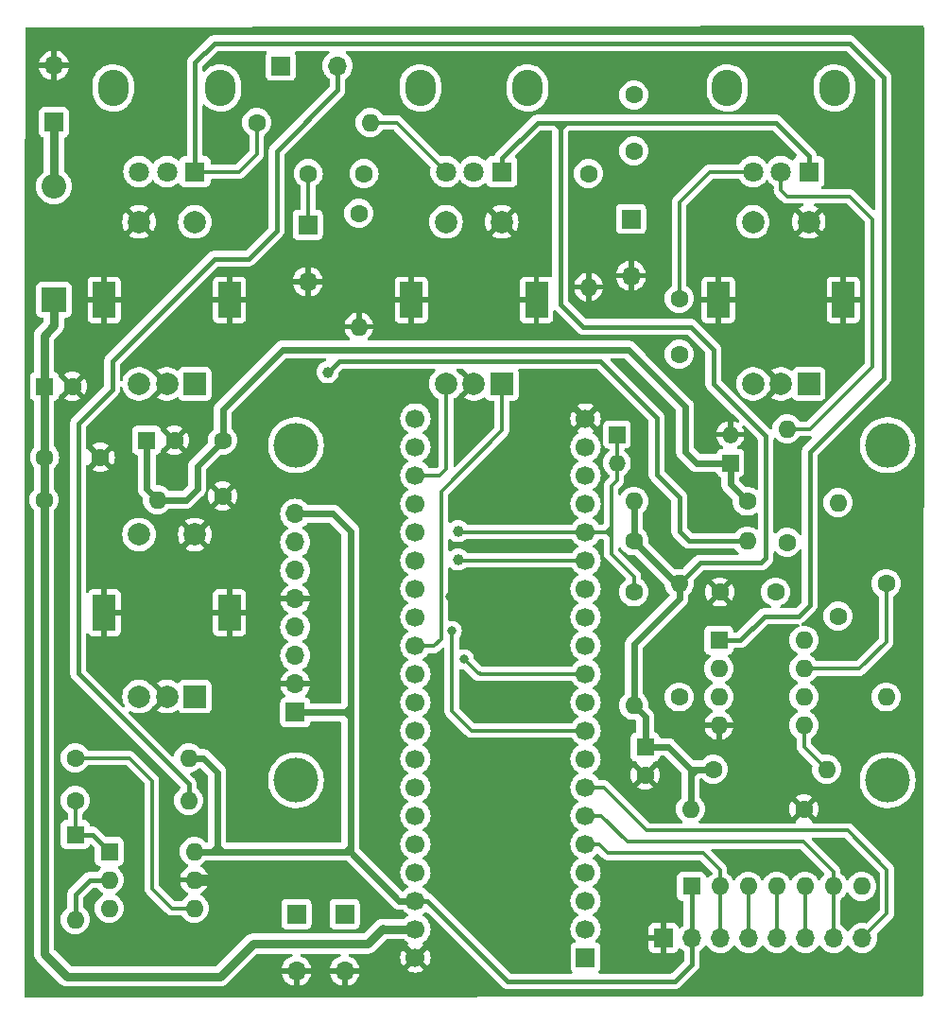
<source format=gbr>
%TF.GenerationSoftware,KiCad,Pcbnew,7.0.10*%
%TF.CreationDate,2024-03-12T16:09:29+01:00*%
%TF.ProjectId,DaisyPedal,44616973-7950-4656-9461-6c2e6b696361,1.0*%
%TF.SameCoordinates,Original*%
%TF.FileFunction,Copper,L1,Top*%
%TF.FilePolarity,Positive*%
%FSLAX46Y46*%
G04 Gerber Fmt 4.6, Leading zero omitted, Abs format (unit mm)*
G04 Created by KiCad (PCBNEW 7.0.10) date 2024-03-12 16:09:29*
%MOMM*%
%LPD*%
G01*
G04 APERTURE LIST*
%TA.AperFunction,ComponentPad*%
%ADD10C,1.600000*%
%TD*%
%TA.AperFunction,ComponentPad*%
%ADD11O,1.600000X1.600000*%
%TD*%
%TA.AperFunction,ComponentPad*%
%ADD12R,1.500000X1.500000*%
%TD*%
%TA.AperFunction,ComponentPad*%
%ADD13O,1.500000X1.500000*%
%TD*%
%TA.AperFunction,ComponentPad*%
%ADD14R,1.700000X1.700000*%
%TD*%
%TA.AperFunction,ComponentPad*%
%ADD15C,1.700000*%
%TD*%
%TA.AperFunction,ComponentPad*%
%ADD16R,1.600000X1.600000*%
%TD*%
%TA.AperFunction,ComponentPad*%
%ADD17R,2.200000X2.200000*%
%TD*%
%TA.AperFunction,ComponentPad*%
%ADD18O,2.200000X2.200000*%
%TD*%
%TA.AperFunction,ComponentPad*%
%ADD19O,1.700000X1.700000*%
%TD*%
%TA.AperFunction,ComponentPad*%
%ADD20R,2.000000X2.000000*%
%TD*%
%TA.AperFunction,ComponentPad*%
%ADD21C,2.000000*%
%TD*%
%TA.AperFunction,ComponentPad*%
%ADD22R,2.000000X3.200000*%
%TD*%
%TA.AperFunction,ComponentPad*%
%ADD23O,2.720000X3.240000*%
%TD*%
%TA.AperFunction,ComponentPad*%
%ADD24R,1.800000X1.800000*%
%TD*%
%TA.AperFunction,ComponentPad*%
%ADD25C,1.800000*%
%TD*%
%TA.AperFunction,WasherPad*%
%ADD26C,4.000000*%
%TD*%
%TA.AperFunction,ViaPad*%
%ADD27C,0.800000*%
%TD*%
%TA.AperFunction,ViaPad*%
%ADD28C,1.000000*%
%TD*%
%TA.AperFunction,Conductor*%
%ADD29C,0.300000*%
%TD*%
%TA.AperFunction,Conductor*%
%ADD30C,1.000000*%
%TD*%
%TA.AperFunction,Conductor*%
%ADD31C,0.250000*%
%TD*%
%TA.AperFunction,Conductor*%
%ADD32C,0.600000*%
%TD*%
%TA.AperFunction,Conductor*%
%ADD33C,0.400000*%
%TD*%
%TA.AperFunction,Conductor*%
%ADD34C,0.800000*%
%TD*%
G04 APERTURE END LIST*
D10*
%TO.P,R13,1*%
%TO.N,Net-(U1B--)*%
X98044000Y-75692000D03*
D11*
%TO.P,R13,2*%
%TO.N,Net-(R13-Pad2)*%
X98044000Y-65532000D03*
%TD*%
D12*
%TO.P,D4,1,K*%
%TO.N,9V Ana*%
X92964000Y-68580000D03*
D13*
%TO.P,D4,2,A*%
%TO.N,Net-(A1-AUDIO_IN_1)*%
X82804000Y-68580000D03*
%TD*%
D10*
%TO.P,R2,1*%
%TO.N,9V Digi*%
X31496000Y-71882000D03*
D11*
%TO.P,R2,2*%
%TO.N,9V Ana*%
X41656000Y-71882000D03*
%TD*%
D14*
%TO.P,A1,1,USB_ID*%
%TO.N,unconnected-(A1-USB_ID-Pad1)*%
X80000000Y-112860000D03*
D15*
%TO.P,A1,2,SD_DATA_3*%
%TO.N,Net-(A1-SD_DATA_3)*%
X80000000Y-110320000D03*
%TO.P,A1,3,SD_DATA_2*%
%TO.N,Net-(A1-SD_DATA_2)*%
X80000000Y-107780000D03*
%TO.P,A1,4,SD_DATA_1*%
%TO.N,Net-(A1-SD_DATA_1)*%
X80000000Y-105240000D03*
%TO.P,A1,5,SD_DATA_0*%
%TO.N,Net-(A1-SD_DATA_0)*%
X80000000Y-102700000D03*
%TO.P,A1,6,SD_CMD*%
%TO.N,Net-(A1-SD_CMD)*%
X80000000Y-100160000D03*
%TO.P,A1,7,SD_CLK*%
%TO.N,Net-(A1-SD_CLK)*%
X80000000Y-97620000D03*
%TO.P,A1,8,SPI1_CS*%
%TO.N,/D7*%
X80000000Y-95080000D03*
%TO.P,A1,9,SPI1_SCK*%
%TO.N,SCK*%
X80000000Y-92540000D03*
%TO.P,A1,10,SPI1_MISO*%
%TO.N,unconnected-(A1-SPI1_MISO-Pad10)*%
X80000000Y-90000000D03*
%TO.P,A1,11,SPI1_M0SI*%
%TO.N,MOSI*%
X80000000Y-87460000D03*
%TO.P,A1,12,I2C1_SCL*%
%TO.N,/D11*%
X80000000Y-84920000D03*
%TO.P,A1,13,I2C1_SDA*%
%TO.N,/D12*%
X80000000Y-82380000D03*
%TO.P,A1,14,USART1_TX*%
%TO.N,unconnected-(A1-USART1_TX-Pad14)*%
X80000000Y-79840000D03*
%TO.P,A1,15,USART1_RX*%
%TO.N,Net-(A1-USART1_RX)*%
X80000000Y-77300000D03*
%TO.P,A1,16,AUDIO_IN_1*%
%TO.N,Net-(A1-AUDIO_IN_1)*%
X80000000Y-74760000D03*
%TO.P,A1,17,AUDIO_IN_2*%
%TO.N,unconnected-(A1-AUDIO_IN_2-Pad17)*%
X80000000Y-72220000D03*
%TO.P,A1,18,AUDIO_OUT_1*%
%TO.N,Net-(A1-AUDIO_OUT_1)*%
X80000000Y-69680000D03*
%TO.P,A1,19,AUDIO_OUT_2*%
%TO.N,unconnected-(A1-AUDIO_OUT_2-Pad19)*%
X80000000Y-67140000D03*
%TO.P,A1,20,AGND*%
%TO.N,GND*%
X80000000Y-64600000D03*
%TO.P,A1,21,3V3_A*%
%TO.N,unconnected-(A1-3V3_A-Pad21)*%
X64760000Y-64600000D03*
%TO.P,A1,22,ADC_0*%
%TO.N,/D15*%
X64760000Y-67140000D03*
%TO.P,A1,23,ADC_1*%
%TO.N,/D16*%
X64760000Y-69680000D03*
%TO.P,A1,24,ADC_2*%
%TO.N,/D17*%
X64760000Y-72220000D03*
%TO.P,A1,25,ADC_3*%
%TO.N,/D18*%
X64760000Y-74760000D03*
%TO.P,A1,26,ADC_4*%
%TO.N,/D19*%
X64760000Y-77300000D03*
%TO.P,A1,27,ADC_5*%
%TO.N,/D20*%
X64760000Y-79840000D03*
%TO.P,A1,28,ADC_6*%
%TO.N,/D21*%
X64760000Y-82380000D03*
%TO.P,A1,29,DAC_OUT2*%
%TO.N,/D22*%
X64760000Y-84920000D03*
%TO.P,A1,30,DAC_OUT1*%
%TO.N,unconnected-(A1-DAC_OUT1-Pad30)*%
X64760000Y-87460000D03*
%TO.P,A1,31,SAI2_MCLK*%
%TO.N,/D24*%
X64760000Y-90000000D03*
%TO.P,A1,32,SAI2_SD_B*%
%TO.N,/D25*%
X64760000Y-92540000D03*
%TO.P,A1,33,SAI2_SD_A*%
%TO.N,/D26*%
X64760000Y-95080000D03*
%TO.P,A1,34,SAI2_FS*%
%TO.N,/D27*%
X64760000Y-97620000D03*
%TO.P,A1,35,SAI2_SCK*%
%TO.N,/D28*%
X64760000Y-100160000D03*
%TO.P,A1,36,USB_D_-*%
%TO.N,unconnected-(A1-USB_D_--Pad36)*%
X64760000Y-102700000D03*
%TO.P,A1,37,USB_D_+*%
%TO.N,unconnected-(A1-USB_D_+-Pad37)*%
X64760000Y-105240000D03*
%TO.P,A1,38,3V3_D*%
%TO.N,3.3V Digi*%
X64760000Y-107780000D03*
%TO.P,A1,39,VIN*%
%TO.N,9V Digi*%
X64760000Y-110320000D03*
%TO.P,A1,40,DGND*%
%TO.N,GND*%
X64760000Y-112860000D03*
%TD*%
D16*
%TO.P,D2,1,K*%
%TO.N,Net-(D2-K)*%
X34290000Y-101854000D03*
D11*
%TO.P,D2,2,A*%
%TO.N,Net-(D2-A)*%
X34290000Y-109474000D03*
%TD*%
D10*
%TO.P,R14,1*%
%TO.N,Net-(J4-Pin_1)*%
X80264000Y-42672000D03*
D11*
%TO.P,R14,2*%
%TO.N,GND*%
X80264000Y-52832000D03*
%TD*%
D10*
%TO.P,R3,1*%
%TO.N,9V Ana*%
X94488000Y-72009000D03*
D11*
%TO.P,R3,2*%
%TO.N,VA*%
X84328000Y-72009000D03*
%TD*%
D10*
%TO.P,C7,1*%
%TO.N,Net-(J3-+)*%
X55158000Y-42672000D03*
%TO.P,C7,2*%
%TO.N,Net-(U1A-+)*%
X60158000Y-42672000D03*
%TD*%
D16*
%TO.P,U2,1*%
%TO.N,Net-(D2-K)*%
X37338000Y-103378000D03*
D11*
%TO.P,U2,2*%
%TO.N,Net-(D2-A)*%
X37338000Y-105918000D03*
%TO.P,U2,3*%
%TO.N,unconnected-(U2-Pad3)*%
X37338000Y-108458000D03*
%TO.P,U2,4*%
%TO.N,Net-(A1-USART1_RX)*%
X44958000Y-108458000D03*
%TO.P,U2,5*%
%TO.N,GND*%
X44958000Y-105918000D03*
%TO.P,U2,6*%
%TO.N,3.3V Digi*%
X44958000Y-103378000D03*
%TD*%
D17*
%TO.P,D1,1,K*%
%TO.N,9V Digi*%
X32385000Y-53975000D03*
D18*
%TO.P,D1,2,A*%
%TO.N,Net-(D1-A)*%
X32385000Y-43815000D03*
%TD*%
D14*
%TO.P,J2,1,Pin_1*%
%TO.N,Net-(D2-A)*%
X52705000Y-33020000D03*
D19*
%TO.P,J2,2,Pin_2*%
%TO.N,Net-(J2-Pin_2)*%
X57785000Y-33020000D03*
%TD*%
D14*
%TO.P,J7,1,Pin_1*%
%TO.N,/D28*%
X58420000Y-108981000D03*
D19*
%TO.P,J7,2,Pin_2*%
%TO.N,GND*%
X58420000Y-114061000D03*
%TD*%
D10*
%TO.P,C8,1*%
%TO.N,Net-(A1-AUDIO_OUT_1)*%
X88392000Y-58848000D03*
%TO.P,C8,2*%
%TO.N,Net-(C8-Pad2)*%
X88392000Y-53848000D03*
%TD*%
D16*
%TO.P,C2,1*%
%TO.N,9V Digi*%
X31536000Y-61722000D03*
D10*
%TO.P,C2,2*%
%TO.N,GND*%
X34036000Y-61722000D03*
%TD*%
%TO.P,R10,1*%
%TO.N,Net-(U1A-+)*%
X88392000Y-89535000D03*
D11*
%TO.P,R10,2*%
%TO.N,VA*%
X88392000Y-79375000D03*
%TD*%
D10*
%TO.P,R12,1*%
%TO.N,Net-(U1B--)*%
X102616000Y-82296000D03*
D11*
%TO.P,R12,2*%
%TO.N,Net-(R12-Pad2)*%
X102616000Y-72136000D03*
%TD*%
D16*
%TO.P,C4,1*%
%TO.N,9V Ana*%
X40680000Y-66548000D03*
D10*
%TO.P,C4,2*%
%TO.N,GND*%
X43180000Y-66548000D03*
%TD*%
%TO.P,R7,1*%
%TO.N,Net-(A1-AUDIO_IN_1)*%
X84328000Y-80137000D03*
D11*
%TO.P,R7,2*%
%TO.N,VA*%
X84328000Y-90297000D03*
%TD*%
D10*
%TO.P,C5,1*%
%TO.N,9V Ana*%
X47498000Y-66548000D03*
%TO.P,C5,2*%
%TO.N,GND*%
X47498000Y-71548000D03*
%TD*%
D14*
%TO.P,J5,1,Pin_1*%
%TO.N,GND*%
X86995000Y-111125000D03*
D19*
%TO.P,J5,2,Pin_2*%
%TO.N,3.3V Digi*%
X89535000Y-111125000D03*
%TO.P,J5,3,Pin_3*%
%TO.N,Net-(A1-SD_DATA_0)*%
X92075000Y-111125000D03*
%TO.P,J5,4,Pin_4*%
%TO.N,Net-(A1-SD_DATA_1)*%
X94615000Y-111125000D03*
%TO.P,J5,5,Pin_5*%
%TO.N,Net-(A1-SD_DATA_2)*%
X97155000Y-111125000D03*
%TO.P,J5,6,Pin_6*%
%TO.N,Net-(A1-SD_DATA_3)*%
X99695000Y-111125000D03*
%TO.P,J5,7,Pin_7*%
%TO.N,Net-(A1-SD_CMD)*%
X102235000Y-111125000D03*
%TO.P,J5,8,Pin_8*%
%TO.N,Net-(A1-SD_CLK)*%
X104775000Y-111125000D03*
%TD*%
D14*
%TO.P,J3,1,+*%
%TO.N,Net-(J3-+)*%
X55118000Y-47259000D03*
D19*
%TO.P,J3,2,-*%
%TO.N,GND*%
X55118000Y-52339000D03*
%TD*%
D10*
%TO.P,R1,1*%
%TO.N,Net-(A1-USART1_RX)*%
X34290000Y-94996000D03*
D11*
%TO.P,R1,2*%
%TO.N,3.3V Digi*%
X44450000Y-94996000D03*
%TD*%
D10*
%TO.P,R6,1*%
%TO.N,VA*%
X84328000Y-75565000D03*
D11*
%TO.P,R6,2*%
%TO.N,Net-(U1A--)*%
X94488000Y-75565000D03*
%TD*%
D14*
%TO.P,J1,1,Pin_1*%
%TO.N,Net-(D1-A)*%
X32385000Y-38085000D03*
D19*
%TO.P,J1,2,Pin_2*%
%TO.N,GND*%
X32385000Y-33005000D03*
%TD*%
D10*
%TO.P,R8,1*%
%TO.N,Net-(R8-Pad1)*%
X50546000Y-38100000D03*
D11*
%TO.P,R8,2*%
%TO.N,Net-(A1-AUDIO_IN_1)*%
X60706000Y-38100000D03*
%TD*%
D12*
%TO.P,D3,1,K*%
%TO.N,Net-(A1-AUDIO_IN_1)*%
X82804000Y-66040000D03*
D13*
%TO.P,D3,2,A*%
%TO.N,GND*%
X92964000Y-66040000D03*
%TD*%
D10*
%TO.P,C1,1*%
%TO.N,9V Ana*%
X97028000Y-80137000D03*
%TO.P,C1,2*%
%TO.N,GND*%
X92028000Y-80137000D03*
%TD*%
D16*
%TO.P,C6,1*%
%TO.N,VA*%
X85344000Y-94020000D03*
D10*
%TO.P,C6,2*%
%TO.N,GND*%
X85344000Y-96520000D03*
%TD*%
%TO.P,C9,1*%
%TO.N,Net-(C9-Pad1)*%
X84328000Y-35640000D03*
%TO.P,C9,2*%
%TO.N,Net-(J4-Pin_1)*%
X84328000Y-40640000D03*
%TD*%
%TO.P,C3,1*%
%TO.N,9V Digi*%
X31536000Y-68072000D03*
%TO.P,C3,2*%
%TO.N,GND*%
X36536000Y-68072000D03*
%TD*%
D16*
%TO.P,U1,1*%
%TO.N,Net-(R8-Pad1)*%
X91948000Y-84455000D03*
D11*
%TO.P,U1,2,-*%
%TO.N,Net-(U1A--)*%
X91948000Y-86995000D03*
%TO.P,U1,3,+*%
%TO.N,Net-(U1A-+)*%
X91948000Y-89535000D03*
%TO.P,U1,4,V-*%
%TO.N,GND*%
X91948000Y-92075000D03*
%TO.P,U1,5,+*%
%TO.N,Net-(U1B-+)*%
X99568000Y-92075000D03*
%TO.P,U1,6,-*%
%TO.N,Net-(U1B--)*%
X99568000Y-89535000D03*
%TO.P,U1,7*%
%TO.N,Net-(C9-Pad1)*%
X99568000Y-86995000D03*
%TO.P,U1,8,V+*%
%TO.N,9V Ana*%
X99568000Y-84455000D03*
%TD*%
D14*
%TO.P,J4,1,Pin_1*%
%TO.N,Net-(J4-Pin_1)*%
X84074000Y-46736000D03*
D19*
%TO.P,J4,2,Pin_2*%
%TO.N,GND*%
X84074000Y-51816000D03*
%TD*%
D10*
%TO.P,R9,1*%
%TO.N,Net-(J3-+)*%
X59690000Y-46228000D03*
D11*
%TO.P,R9,2*%
%TO.N,GND*%
X59690000Y-56388000D03*
%TD*%
D10*
%TO.P,R15,1*%
%TO.N,VA*%
X91440000Y-96012000D03*
D11*
%TO.P,R15,2*%
%TO.N,Net-(U1B-+)*%
X101600000Y-96012000D03*
%TD*%
D14*
%TO.P,J6,1,Pin_1*%
%TO.N,/D27*%
X54102000Y-108981000D03*
D19*
%TO.P,J6,2,Pin_2*%
%TO.N,GND*%
X54102000Y-114061000D03*
%TD*%
D16*
%TO.P,RN1,1,common*%
%TO.N,3.3V Digi*%
X89500000Y-106500000D03*
D11*
%TO.P,RN1,2,R1*%
%TO.N,Net-(A1-SD_DATA_0)*%
X92040000Y-106500000D03*
%TO.P,RN1,3,R2*%
%TO.N,Net-(A1-SD_DATA_1)*%
X94580000Y-106500000D03*
%TO.P,RN1,4,R3*%
%TO.N,Net-(A1-SD_DATA_2)*%
X97120000Y-106500000D03*
%TO.P,RN1,5,R4*%
%TO.N,Net-(A1-SD_DATA_3)*%
X99660000Y-106500000D03*
%TO.P,RN1,6,R5*%
%TO.N,Net-(A1-SD_CMD)*%
X102200000Y-106500000D03*
%TO.P,RN1,7,R6*%
%TO.N,unconnected-(RN1-R6-Pad7)*%
X104740000Y-106500000D03*
%TD*%
D10*
%TO.P,R4,1*%
%TO.N,GND*%
X99568000Y-99568000D03*
D11*
%TO.P,R4,2*%
%TO.N,VA*%
X89408000Y-99568000D03*
%TD*%
D10*
%TO.P,R11,1*%
%TO.N,Net-(C9-Pad1)*%
X106934000Y-79375000D03*
D11*
%TO.P,R11,2*%
%TO.N,Net-(U1B--)*%
X106934000Y-89535000D03*
%TD*%
D10*
%TO.P,R5,1*%
%TO.N,Net-(D2-K)*%
X34290000Y-98806000D03*
D11*
%TO.P,R5,2*%
%TO.N,Net-(J2-Pin_2)*%
X44450000Y-98806000D03*
%TD*%
D20*
%TO.P,SW4,A,A*%
%TO.N,/D25*%
X45000000Y-89500000D03*
D21*
%TO.P,SW4,B,B*%
%TO.N,/D26*%
X40000000Y-89500000D03*
%TO.P,SW4,C,C*%
%TO.N,GND*%
X42500000Y-89500000D03*
D22*
%TO.P,SW4,MP,MP*%
X36900000Y-82000000D03*
X48100000Y-82000000D03*
D21*
%TO.P,SW4,S1,S1*%
%TO.N,/D24*%
X40000000Y-75000000D03*
%TO.P,SW4,S2,S2*%
%TO.N,GND*%
X45000000Y-75000000D03*
%TD*%
D23*
%TO.P,RV1,*%
%TO.N,*%
X37700000Y-35000000D03*
X47300000Y-35000000D03*
D24*
%TO.P,RV1,1,1*%
%TO.N,Net-(R8-Pad1)*%
X45000000Y-42500000D03*
D25*
%TO.P,RV1,2,2*%
%TO.N,Net-(U1A--)*%
X42500000Y-42500000D03*
%TO.P,RV1,3,3*%
X40000000Y-42500000D03*
%TD*%
D23*
%TO.P,RV2,*%
%TO.N,*%
X65200000Y-35000000D03*
X74800000Y-35000000D03*
D24*
%TO.P,RV2,1,1*%
%TO.N,VA*%
X72500000Y-42500000D03*
D25*
%TO.P,RV2,2,2*%
%TO.N,Net-(R12-Pad2)*%
X70000000Y-42500000D03*
%TO.P,RV2,3,3*%
%TO.N,Net-(A1-AUDIO_IN_1)*%
X67500000Y-42500000D03*
%TD*%
D20*
%TO.P,SW1,A,A*%
%TO.N,/D18*%
X45000000Y-61500000D03*
D21*
%TO.P,SW1,B,B*%
%TO.N,/D19*%
X40000000Y-61500000D03*
%TO.P,SW1,C,C*%
%TO.N,GND*%
X42500000Y-61500000D03*
D22*
%TO.P,SW1,MP,MP*%
X36900000Y-54000000D03*
X48100000Y-54000000D03*
D21*
%TO.P,SW1,S1,S1*%
X40000000Y-47000000D03*
%TO.P,SW1,S2,S2*%
%TO.N,/D17*%
X45000000Y-47000000D03*
%TD*%
D20*
%TO.P,SW2,A,A*%
%TO.N,/D22*%
X72500000Y-61500000D03*
D21*
%TO.P,SW2,B,B*%
%TO.N,/D16*%
X67500000Y-61500000D03*
%TO.P,SW2,C,C*%
%TO.N,GND*%
X70000000Y-61500000D03*
D22*
%TO.P,SW2,MP,MP*%
X64400000Y-54000000D03*
X75600000Y-54000000D03*
D21*
%TO.P,SW2,S1,S1*%
%TO.N,/D15*%
X67500000Y-47000000D03*
%TO.P,SW2,S2,S2*%
%TO.N,GND*%
X72500000Y-47000000D03*
%TD*%
D20*
%TO.P,SW3,A,A*%
%TO.N,/D11*%
X100000000Y-61500000D03*
D21*
%TO.P,SW3,B,B*%
%TO.N,/D12*%
X95000000Y-61500000D03*
%TO.P,SW3,C,C*%
%TO.N,GND*%
X97500000Y-61500000D03*
D22*
%TO.P,SW3,MP,MP*%
X91900000Y-54000000D03*
X103100000Y-54000000D03*
D21*
%TO.P,SW3,S1,S1*%
%TO.N,/D7*%
X95000000Y-47000000D03*
%TO.P,SW3,S2,S2*%
%TO.N,GND*%
X100000000Y-47000000D03*
%TD*%
D23*
%TO.P,RV3,*%
%TO.N,*%
X92700000Y-35000000D03*
X102300000Y-35000000D03*
D24*
%TO.P,RV3,1,1*%
%TO.N,VA*%
X100000000Y-42500000D03*
D25*
%TO.P,RV3,2,2*%
%TO.N,Net-(R13-Pad2)*%
X97500000Y-42500000D03*
%TO.P,RV3,3,3*%
%TO.N,Net-(C8-Pad2)*%
X95000000Y-42500000D03*
%TD*%
D26*
%TO.P,U3,*%
%TO.N,*%
X54060000Y-67000000D03*
X54060000Y-97000000D03*
X107060000Y-67000000D03*
X107060000Y-97000000D03*
D14*
%TO.P,U3,1,VCC*%
%TO.N,3.3V Digi*%
X54000000Y-90920000D03*
D19*
%TO.P,U3,2,GND*%
%TO.N,GND*%
X54000000Y-88380000D03*
%TO.P,U3,3,DIN*%
%TO.N,MOSI*%
X54000000Y-85840000D03*
%TO.P,U3,4,CLK*%
%TO.N,SCK*%
X54000000Y-83300000D03*
%TO.P,U3,5,CS*%
%TO.N,GND*%
X54000000Y-80760000D03*
%TO.P,U3,6,DC*%
%TO.N,/D21*%
X54000000Y-78220000D03*
%TO.P,U3,7,RST*%
%TO.N,/D20*%
X54000000Y-75680000D03*
%TO.P,U3,8,BL*%
%TO.N,3.3V Digi*%
X54000000Y-73140000D03*
%TD*%
D27*
%TO.N,SCK*%
X68021200Y-83616800D03*
%TO.N,MOSI*%
X69113400Y-86182200D03*
D28*
%TO.N,Net-(A1-USART1_RX)*%
X68580000Y-77216000D03*
%TO.N,Net-(A1-AUDIO_IN_1)*%
X68580000Y-74676000D03*
D27*
%TO.N,GND*%
X90932000Y-72136000D03*
X101574600Y-85039200D03*
X94310200Y-103759000D03*
X103454200Y-103682800D03*
D28*
X72644000Y-101600000D03*
X85852000Y-105410000D03*
D27*
X103632000Y-91948000D03*
X96012000Y-86868000D03*
X76479400Y-93776800D03*
X50927000Y-93980000D03*
X76504800Y-90474800D03*
X63982600Y-61823600D03*
X77952600Y-70967600D03*
X70408800Y-76022200D03*
X67843400Y-80543400D03*
X75590400Y-69545200D03*
X61976000Y-68783200D03*
X72923400Y-69494400D03*
X98044000Y-71120000D03*
D28*
%TO.N,Net-(U1A--)*%
X56896000Y-60452000D03*
%TD*%
D29*
%TO.N,Net-(A1-SD_DATA_3)*%
X99660000Y-106500000D02*
X99660000Y-111090000D01*
X99660000Y-111090000D02*
X99695000Y-111125000D01*
%TO.N,Net-(A1-SD_DATA_2)*%
X97120000Y-111090000D02*
X97155000Y-111125000D01*
X97120000Y-106500000D02*
X97120000Y-111090000D01*
%TO.N,Net-(A1-SD_DATA_1)*%
X94580000Y-106500000D02*
X94580000Y-111090000D01*
X94580000Y-111090000D02*
X94615000Y-111125000D01*
%TO.N,Net-(A1-SD_DATA_0)*%
X92040000Y-111090000D02*
X92075000Y-111125000D01*
X92040000Y-106500000D02*
X92040000Y-105040000D01*
X90500000Y-103500000D02*
X82000000Y-103500000D01*
X82000000Y-103500000D02*
X81200000Y-102700000D01*
X92040000Y-105040000D02*
X90500000Y-103500000D01*
X92040000Y-106500000D02*
X92040000Y-111090000D01*
X81200000Y-102700000D02*
X80000000Y-102700000D01*
%TO.N,Net-(A1-SD_CMD)*%
X102200000Y-106500000D02*
X102200000Y-105200000D01*
X102200000Y-111090000D02*
X102235000Y-111125000D01*
X102200000Y-106500000D02*
X102200000Y-111090000D01*
X102200000Y-105200000D02*
X99500000Y-102500000D01*
X99500000Y-102500000D02*
X83750000Y-102500000D01*
X81410000Y-100160000D02*
X80000000Y-100160000D01*
X83750000Y-102500000D02*
X81410000Y-100160000D01*
%TO.N,Net-(A1-SD_CLK)*%
X104775000Y-111125000D02*
X107000000Y-108900000D01*
X81620000Y-97620000D02*
X80000000Y-97620000D01*
X85500000Y-101500000D02*
X81620000Y-97620000D01*
X103500000Y-101500000D02*
X85500000Y-101500000D01*
X107000000Y-105000000D02*
X103500000Y-101500000D01*
X107000000Y-108900000D02*
X107000000Y-105000000D01*
%TO.N,SCK*%
X68021200Y-90805000D02*
X69756200Y-92540000D01*
X69756200Y-92540000D02*
X80000000Y-92540000D01*
X68021200Y-83616800D02*
X68021200Y-90805000D01*
%TO.N,MOSI*%
X70383400Y-87452200D02*
X70561200Y-87452200D01*
X70561200Y-87452200D02*
X70569000Y-87460000D01*
X70569000Y-87460000D02*
X80000000Y-87460000D01*
X69113400Y-86182200D02*
X70383400Y-87452200D01*
%TO.N,Net-(A1-USART1_RX)*%
X42926000Y-108458000D02*
X44958000Y-108458000D01*
X34290000Y-94996000D02*
X39116000Y-94996000D01*
X68664000Y-77300000D02*
X80000000Y-77300000D01*
X39116000Y-94996000D02*
X41148000Y-97028000D01*
X68580000Y-77216000D02*
X68664000Y-77300000D01*
X41148000Y-106680000D02*
X42926000Y-108458000D01*
X41148000Y-97028000D02*
X41148000Y-106680000D01*
%TO.N,Net-(A1-AUDIO_IN_1)*%
X82296000Y-74168000D02*
X82296000Y-74676000D01*
X82804000Y-66040000D02*
X82804000Y-68580000D01*
X82804000Y-70104000D02*
X82296000Y-70612000D01*
X63100000Y-38100000D02*
X67500000Y-42500000D01*
X81872000Y-74760000D02*
X82296000Y-75184000D01*
X68580000Y-74676000D02*
X68664000Y-74760000D01*
X82804000Y-68580000D02*
X82804000Y-70104000D01*
X81788000Y-74760000D02*
X82212000Y-74760000D01*
X82296000Y-74676000D02*
X82296000Y-75184000D01*
X82212000Y-74760000D02*
X82296000Y-74676000D01*
X82296000Y-74168000D02*
X82296000Y-74252000D01*
X80000000Y-74760000D02*
X81788000Y-74760000D01*
X82296000Y-74252000D02*
X81788000Y-74760000D01*
X84328000Y-78740000D02*
X84328000Y-80137000D01*
X81788000Y-74760000D02*
X81872000Y-74760000D01*
X82296000Y-76708000D02*
X84328000Y-78740000D01*
X68664000Y-74760000D02*
X80000000Y-74760000D01*
X82296000Y-70612000D02*
X82296000Y-74168000D01*
X60706000Y-38100000D02*
X63100000Y-38100000D01*
X82296000Y-75184000D02*
X82296000Y-76708000D01*
D30*
%TO.N,GND*%
X44958000Y-105918000D02*
X47498000Y-105918000D01*
D29*
%TO.N,/D16*%
X66929000Y-69723000D02*
X67500000Y-69152000D01*
X66886000Y-69680000D02*
X66929000Y-69723000D01*
X64760000Y-69680000D02*
X66886000Y-69680000D01*
X67500000Y-69152000D02*
X67500000Y-61500000D01*
%TO.N,/D22*%
X67056000Y-84328000D02*
X67056000Y-71120000D01*
X64803000Y-84963000D02*
X66421000Y-84963000D01*
D31*
X64803000Y-84963000D02*
X64760000Y-84920000D01*
D29*
X67056000Y-71120000D02*
X72500000Y-65676000D01*
X66421000Y-84963000D02*
X67056000Y-84328000D01*
X72500000Y-65676000D02*
X72500000Y-61500000D01*
D32*
%TO.N,3.3V Digi*%
X47498000Y-103378000D02*
X46990000Y-103378000D01*
X63280000Y-107780000D02*
X64760000Y-107780000D01*
X58928000Y-91440000D02*
X58928000Y-102870000D01*
X58916000Y-90920000D02*
X58928000Y-90932000D01*
D33*
X65780000Y-107780000D02*
X73000000Y-115000000D01*
X88000000Y-115000000D02*
X89535000Y-113465000D01*
D32*
X58928000Y-74676000D02*
X57392000Y-73140000D01*
D33*
X89500000Y-106500000D02*
X89500000Y-111090000D01*
D32*
X46990000Y-96266000D02*
X46990000Y-102870000D01*
X45720000Y-94996000D02*
X46990000Y-96266000D01*
X54000000Y-90920000D02*
X58420000Y-90920000D01*
X58928000Y-91428000D02*
X58420000Y-90920000D01*
D33*
X89500000Y-111090000D02*
X89535000Y-111125000D01*
D32*
X58928000Y-102870000D02*
X58928000Y-103378000D01*
X47498000Y-103378000D02*
X46990000Y-102870000D01*
X46482000Y-103378000D02*
X44958000Y-103378000D01*
X58928000Y-103378000D02*
X58928000Y-103428000D01*
X46482000Y-103378000D02*
X46990000Y-102870000D01*
X58916000Y-90424000D02*
X58420000Y-90920000D01*
X58928000Y-90424000D02*
X58916000Y-90424000D01*
X58928000Y-91440000D02*
X58928000Y-91428000D01*
X58928000Y-103428000D02*
X63280000Y-107780000D01*
X58928000Y-103378000D02*
X58420000Y-103378000D01*
X58928000Y-90424000D02*
X58928000Y-74676000D01*
X46990000Y-102870000D02*
X46990000Y-103378000D01*
X58420000Y-90920000D02*
X58916000Y-90920000D01*
X46990000Y-103378000D02*
X46482000Y-103378000D01*
X58420000Y-103378000D02*
X47498000Y-103378000D01*
X57392000Y-73140000D02*
X54000000Y-73140000D01*
D33*
X73000000Y-115000000D02*
X88000000Y-115000000D01*
X64760000Y-107780000D02*
X65780000Y-107780000D01*
X89535000Y-113465000D02*
X89535000Y-111125000D01*
D32*
X58928000Y-90932000D02*
X58928000Y-90424000D01*
X58928000Y-91440000D02*
X58928000Y-90932000D01*
X58928000Y-102870000D02*
X58420000Y-103378000D01*
X44450000Y-94996000D02*
X45720000Y-94996000D01*
D34*
%TO.N,9V Digi*%
X60502800Y-111633000D02*
X50215800Y-111633000D01*
X31496000Y-57150000D02*
X32385000Y-56261000D01*
X64760000Y-110320000D02*
X61831400Y-110320000D01*
X33528000Y-114554000D02*
X31496000Y-112522000D01*
X47294800Y-114554000D02*
X33528000Y-114554000D01*
X32385000Y-56261000D02*
X32385000Y-53975000D01*
X61823600Y-110312200D02*
X60502800Y-111633000D01*
X61831400Y-110320000D02*
X61823600Y-110312200D01*
X31496000Y-112522000D02*
X31496000Y-57150000D01*
X50215800Y-111633000D02*
X47294800Y-114554000D01*
D32*
%TO.N,9V Ana*%
X47498000Y-66548000D02*
X45212000Y-68834000D01*
X52832000Y-58420000D02*
X83820000Y-58420000D01*
X94488000Y-72009000D02*
X92964000Y-70485000D01*
X47498000Y-66548000D02*
X47498000Y-63754000D01*
X40680000Y-66548000D02*
X40680000Y-70906000D01*
X89916000Y-68580000D02*
X92964000Y-68580000D01*
X92964000Y-68580000D02*
X92964000Y-70485000D01*
X40680000Y-70906000D02*
X41656000Y-71882000D01*
X45212000Y-68834000D02*
X45212000Y-70866000D01*
X88900000Y-67564000D02*
X89916000Y-68580000D01*
X83820000Y-58420000D02*
X88900000Y-63500000D01*
X44196000Y-71882000D02*
X41656000Y-71882000D01*
X45212000Y-70866000D02*
X44196000Y-71882000D01*
X47498000Y-63754000D02*
X52832000Y-58420000D01*
X88900000Y-63500000D02*
X88900000Y-67564000D01*
D33*
%TO.N,VA*%
X91440000Y-58420000D02*
X91440000Y-61468000D01*
X100000000Y-41072000D02*
X97028000Y-38100000D01*
D32*
X87416000Y-94020000D02*
X89408000Y-96012000D01*
D33*
X90246200Y-77520800D02*
X88392000Y-79375000D01*
D32*
X89408000Y-96520000D02*
X89408000Y-99568000D01*
X89408000Y-96012000D02*
X89916000Y-96012000D01*
D33*
X97028000Y-38100000D02*
X78232000Y-38100000D01*
X96139000Y-66167000D02*
X96139000Y-77089000D01*
D32*
X88392000Y-80746600D02*
X84328000Y-84810600D01*
X89916000Y-96012000D02*
X89408000Y-96520000D01*
D33*
X88138000Y-79375000D02*
X88392000Y-79375000D01*
X95707200Y-77520800D02*
X90246200Y-77520800D01*
X91440000Y-61468000D02*
X96139000Y-66167000D01*
X96139000Y-77089000D02*
X95707200Y-77520800D01*
X89408000Y-56388000D02*
X91440000Y-58420000D01*
X79756000Y-56388000D02*
X89408000Y-56388000D01*
D32*
X88392000Y-79375000D02*
X88392000Y-80746600D01*
X84328000Y-75565000D02*
X87947500Y-79184500D01*
D33*
X75692000Y-38100000D02*
X72500000Y-41292000D01*
D32*
X89916000Y-96012000D02*
X91440000Y-96012000D01*
D33*
X100000000Y-42500000D02*
X100000000Y-41072000D01*
X84328000Y-75565000D02*
X88138000Y-79375000D01*
X77724000Y-54356000D02*
X79756000Y-56388000D01*
D32*
X89408000Y-96012000D02*
X89408000Y-96520000D01*
D33*
X77724000Y-38100000D02*
X77216000Y-38100000D01*
D32*
X84328000Y-72009000D02*
X84328000Y-75565000D01*
D33*
X78232000Y-38100000D02*
X77724000Y-38100000D01*
D32*
X85344000Y-91313000D02*
X85344000Y-94020000D01*
X85344000Y-94020000D02*
X87416000Y-94020000D01*
X84328000Y-84810600D02*
X84328000Y-90297000D01*
D33*
X77724000Y-38100000D02*
X77724000Y-38608000D01*
X77724000Y-38608000D02*
X77724000Y-54356000D01*
X77724000Y-38608000D02*
X77216000Y-38100000D01*
X77216000Y-38100000D02*
X75692000Y-38100000D01*
D32*
X84328000Y-90297000D02*
X85344000Y-91313000D01*
D33*
X77724000Y-38608000D02*
X78232000Y-38100000D01*
X72500000Y-41292000D02*
X72500000Y-42500000D01*
D29*
%TO.N,Net-(J3-+)*%
X55133000Y-47244000D02*
X55118000Y-47259000D01*
X55158000Y-47219000D02*
X55118000Y-47259000D01*
X55158000Y-42672000D02*
X55158000Y-47219000D01*
%TO.N,Net-(C8-Pad2)*%
X88392000Y-45212000D02*
X88392000Y-53848000D01*
X91104000Y-42500000D02*
X88392000Y-45212000D01*
X95000000Y-42500000D02*
X91104000Y-42500000D01*
%TO.N,Net-(C9-Pad1)*%
X104521000Y-86995000D02*
X106934000Y-84582000D01*
X106934000Y-84582000D02*
X106934000Y-79375000D01*
X99568000Y-86995000D02*
X104521000Y-86995000D01*
D34*
%TO.N,Net-(D1-A)*%
X32385000Y-38085000D02*
X32385000Y-43815000D01*
D29*
%TO.N,Net-(D2-K)*%
X34290000Y-98806000D02*
X34290000Y-101854000D01*
D33*
X34290000Y-101854000D02*
X35814000Y-101854000D01*
X35814000Y-101854000D02*
X37338000Y-103378000D01*
%TO.N,Net-(D2-A)*%
X34290000Y-107188000D02*
X35560000Y-105918000D01*
X35560000Y-105918000D02*
X37338000Y-105918000D01*
X34290000Y-109474000D02*
X34290000Y-107188000D01*
%TO.N,Net-(J2-Pin_2)*%
X37592000Y-59436000D02*
X37592000Y-61468000D01*
X52324000Y-47752000D02*
X52324000Y-40640000D01*
X37592000Y-61976000D02*
X37592000Y-59436000D01*
D29*
X37592000Y-61468000D02*
X37592000Y-61976000D01*
D33*
X34544000Y-65024000D02*
X34544000Y-87430894D01*
X34544000Y-87430894D02*
X44450000Y-97336894D01*
X49784000Y-50292000D02*
X52324000Y-47752000D01*
X37592000Y-61976000D02*
X34544000Y-65024000D01*
X46736000Y-50292000D02*
X49784000Y-50292000D01*
X44450000Y-97336894D02*
X44450000Y-98806000D01*
X52324000Y-40640000D02*
X57785000Y-35179000D01*
X57785000Y-35179000D02*
X57785000Y-33020000D01*
X37592000Y-59436000D02*
X46736000Y-50292000D01*
%TO.N,Net-(U1A--)*%
X88392000Y-71628000D02*
X88392000Y-74676000D01*
X57912000Y-59436000D02*
X81280000Y-59436000D01*
X86360000Y-64516000D02*
X86360000Y-69596000D01*
X56896000Y-60452000D02*
X57912000Y-59436000D01*
X81280000Y-59436000D02*
X86360000Y-64516000D01*
X88392000Y-74676000D02*
X89281000Y-75565000D01*
X89281000Y-75565000D02*
X94488000Y-75565000D01*
X86360000Y-69596000D02*
X88392000Y-71628000D01*
D29*
%TO.N,Net-(R8-Pad1)*%
X48940000Y-42500000D02*
X50546000Y-40894000D01*
D33*
X45000000Y-32724000D02*
X45000000Y-42500000D01*
X106680000Y-60960000D02*
X106680000Y-34036000D01*
X93853000Y-84455000D02*
X96012000Y-82296000D01*
D29*
X50546000Y-40894000D02*
X50546000Y-38100000D01*
D33*
X100076000Y-81280000D02*
X100076000Y-67564000D01*
X46736000Y-30988000D02*
X45000000Y-32724000D01*
X91948000Y-84455000D02*
X93853000Y-84455000D01*
D29*
X45000000Y-42500000D02*
X48940000Y-42500000D01*
D33*
X100076000Y-67564000D02*
X106680000Y-60960000D01*
X103632000Y-30988000D02*
X46736000Y-30988000D01*
X99060000Y-82296000D02*
X100076000Y-81280000D01*
X106680000Y-34036000D02*
X103632000Y-30988000D01*
X96012000Y-82296000D02*
X99060000Y-82296000D01*
D29*
%TO.N,Net-(R13-Pad2)*%
X105664000Y-46736000D02*
X105664000Y-59944000D01*
X105664000Y-59944000D02*
X100076000Y-65532000D01*
X98044000Y-44704000D02*
X103632000Y-44704000D01*
X97500000Y-44160000D02*
X98044000Y-44704000D01*
X100076000Y-65532000D02*
X98044000Y-65532000D01*
X103632000Y-44704000D02*
X105664000Y-46736000D01*
X97500000Y-42500000D02*
X97500000Y-44160000D01*
%TO.N,Net-(U1B-+)*%
X99568000Y-93980000D02*
X99568000Y-92075000D01*
X101600000Y-96012000D02*
X99568000Y-93980000D01*
%TD*%
%TA.AperFunction,Conductor*%
%TO.N,GND*%
G36*
X67290034Y-85116425D02*
G01*
X67345967Y-85158297D01*
X67370384Y-85223761D01*
X67370700Y-85232607D01*
X67370700Y-90719494D01*
X67368932Y-90735505D01*
X67369174Y-90735528D01*
X67368440Y-90743294D01*
X67370639Y-90813262D01*
X67370700Y-90817157D01*
X67370700Y-90845920D01*
X67370701Y-90845938D01*
X67371253Y-90850311D01*
X67372168Y-90861941D01*
X67373602Y-90907567D01*
X67373603Y-90907570D01*
X67379523Y-90927948D01*
X67383468Y-90946996D01*
X67386128Y-90968054D01*
X67386131Y-90968065D01*
X67402937Y-91010514D01*
X67406720Y-91021563D01*
X67419454Y-91065395D01*
X67419455Y-91065397D01*
X67430260Y-91083666D01*
X67438817Y-91101134D01*
X67444426Y-91115300D01*
X67446632Y-91120872D01*
X67473466Y-91157806D01*
X67479878Y-91167568D01*
X67503119Y-91206865D01*
X67503123Y-91206869D01*
X67518125Y-91221871D01*
X67530763Y-91236669D01*
X67543233Y-91253833D01*
X67543236Y-91253837D01*
X67578413Y-91282937D01*
X67587054Y-91290800D01*
X69235764Y-92939510D01*
X69245835Y-92952080D01*
X69246022Y-92951926D01*
X69250995Y-92957937D01*
X69250997Y-92957939D01*
X69250998Y-92957940D01*
X69299680Y-93003655D01*
X69302032Y-93005864D01*
X69304829Y-93008575D01*
X69325168Y-93028914D01*
X69328651Y-93031616D01*
X69337527Y-93039197D01*
X69350046Y-93050953D01*
X69370807Y-93070448D01*
X69389398Y-93080668D01*
X69405663Y-93091352D01*
X69422434Y-93104361D01*
X69422437Y-93104363D01*
X69464344Y-93122497D01*
X69474818Y-93127628D01*
X69514832Y-93149627D01*
X69535393Y-93154905D01*
X69553797Y-93161207D01*
X69573274Y-93169636D01*
X69618378Y-93176779D01*
X69629797Y-93179144D01*
X69674023Y-93190500D01*
X69695245Y-93190500D01*
X69714642Y-93192026D01*
X69735605Y-93195347D01*
X69781063Y-93191049D01*
X69792731Y-93190500D01*
X78742278Y-93190500D01*
X78809317Y-93210185D01*
X78843853Y-93243377D01*
X78961501Y-93411396D01*
X78961506Y-93411402D01*
X79128597Y-93578493D01*
X79128603Y-93578498D01*
X79314158Y-93708425D01*
X79357783Y-93763002D01*
X79364977Y-93832500D01*
X79333454Y-93894855D01*
X79314158Y-93911575D01*
X79128597Y-94041505D01*
X78961505Y-94208597D01*
X78825965Y-94402169D01*
X78825964Y-94402171D01*
X78726098Y-94616335D01*
X78726094Y-94616344D01*
X78664938Y-94844586D01*
X78664936Y-94844596D01*
X78644341Y-95079999D01*
X78644341Y-95080000D01*
X78664936Y-95315403D01*
X78664938Y-95315413D01*
X78726094Y-95543655D01*
X78726096Y-95543659D01*
X78726097Y-95543663D01*
X78774051Y-95646500D01*
X78825965Y-95757830D01*
X78825967Y-95757834D01*
X78961501Y-95951395D01*
X78961506Y-95951402D01*
X79128597Y-96118493D01*
X79128603Y-96118498D01*
X79314158Y-96248425D01*
X79357783Y-96303002D01*
X79364977Y-96372500D01*
X79333454Y-96434855D01*
X79314158Y-96451575D01*
X79128597Y-96581505D01*
X78961505Y-96748597D01*
X78825965Y-96942169D01*
X78825964Y-96942171D01*
X78726098Y-97156335D01*
X78726094Y-97156344D01*
X78664938Y-97384586D01*
X78664936Y-97384596D01*
X78644341Y-97619999D01*
X78644341Y-97620000D01*
X78664936Y-97855403D01*
X78664938Y-97855413D01*
X78726094Y-98083655D01*
X78726096Y-98083659D01*
X78726097Y-98083663D01*
X78809739Y-98263034D01*
X78825965Y-98297830D01*
X78825967Y-98297834D01*
X78924017Y-98437863D01*
X78961501Y-98491396D01*
X78961506Y-98491402D01*
X79128597Y-98658493D01*
X79128603Y-98658498D01*
X79314158Y-98788425D01*
X79357783Y-98843002D01*
X79364977Y-98912500D01*
X79333454Y-98974855D01*
X79314158Y-98991575D01*
X79128597Y-99121505D01*
X78961505Y-99288597D01*
X78825965Y-99482169D01*
X78825964Y-99482171D01*
X78726098Y-99696335D01*
X78726094Y-99696344D01*
X78664938Y-99924586D01*
X78664936Y-99924596D01*
X78644341Y-100159999D01*
X78644341Y-100160000D01*
X78664936Y-100395403D01*
X78664938Y-100395413D01*
X78726094Y-100623655D01*
X78726096Y-100623659D01*
X78726097Y-100623663D01*
X78760040Y-100696454D01*
X78825965Y-100837830D01*
X78825967Y-100837834D01*
X78961501Y-101031395D01*
X78961506Y-101031402D01*
X79128597Y-101198493D01*
X79128603Y-101198498D01*
X79314158Y-101328425D01*
X79357783Y-101383002D01*
X79364977Y-101452500D01*
X79333454Y-101514855D01*
X79314158Y-101531575D01*
X79128597Y-101661505D01*
X78961505Y-101828597D01*
X78825965Y-102022169D01*
X78825964Y-102022171D01*
X78726098Y-102236335D01*
X78726094Y-102236344D01*
X78664938Y-102464586D01*
X78664936Y-102464596D01*
X78644341Y-102699999D01*
X78644341Y-102700000D01*
X78664936Y-102935403D01*
X78664938Y-102935413D01*
X78726094Y-103163655D01*
X78726096Y-103163659D01*
X78726097Y-103163663D01*
X78790072Y-103300858D01*
X78825965Y-103377830D01*
X78825967Y-103377834D01*
X78961501Y-103571395D01*
X78961506Y-103571402D01*
X79128597Y-103738493D01*
X79128603Y-103738498D01*
X79314158Y-103868425D01*
X79357783Y-103923002D01*
X79364977Y-103992500D01*
X79333454Y-104054855D01*
X79314158Y-104071575D01*
X79128597Y-104201505D01*
X78961505Y-104368597D01*
X78825965Y-104562169D01*
X78825964Y-104562171D01*
X78726098Y-104776335D01*
X78726094Y-104776344D01*
X78664938Y-105004586D01*
X78664936Y-105004596D01*
X78644341Y-105239999D01*
X78644341Y-105240000D01*
X78664936Y-105475403D01*
X78664938Y-105475413D01*
X78726094Y-105703655D01*
X78726096Y-105703659D01*
X78726097Y-105703663D01*
X78825965Y-105917830D01*
X78825967Y-105917834D01*
X78961501Y-106111395D01*
X78961506Y-106111402D01*
X79128597Y-106278493D01*
X79128603Y-106278498D01*
X79314158Y-106408425D01*
X79357783Y-106463002D01*
X79364977Y-106532500D01*
X79333454Y-106594855D01*
X79314158Y-106611575D01*
X79128597Y-106741505D01*
X78961505Y-106908597D01*
X78825965Y-107102169D01*
X78825964Y-107102171D01*
X78726098Y-107316335D01*
X78726094Y-107316344D01*
X78664938Y-107544586D01*
X78664936Y-107544596D01*
X78644341Y-107779999D01*
X78644341Y-107780000D01*
X78664936Y-108015403D01*
X78664938Y-108015413D01*
X78726094Y-108243655D01*
X78726096Y-108243659D01*
X78726097Y-108243663D01*
X78780031Y-108359324D01*
X78825965Y-108457830D01*
X78825967Y-108457834D01*
X78961501Y-108651395D01*
X78961506Y-108651402D01*
X79128597Y-108818493D01*
X79128603Y-108818498D01*
X79314158Y-108948425D01*
X79357783Y-109003002D01*
X79364977Y-109072500D01*
X79333454Y-109134855D01*
X79314158Y-109151575D01*
X79128597Y-109281505D01*
X78961505Y-109448597D01*
X78825965Y-109642169D01*
X78825964Y-109642171D01*
X78757059Y-109789939D01*
X78728541Y-109851097D01*
X78726098Y-109856335D01*
X78726094Y-109856344D01*
X78664938Y-110084586D01*
X78664936Y-110084596D01*
X78644341Y-110319999D01*
X78644341Y-110320000D01*
X78664936Y-110555403D01*
X78664938Y-110555413D01*
X78726094Y-110783655D01*
X78726096Y-110783659D01*
X78726097Y-110783663D01*
X78801720Y-110945836D01*
X78825965Y-110997830D01*
X78825967Y-110997834D01*
X78915010Y-111124999D01*
X78961501Y-111191396D01*
X78961506Y-111191402D01*
X79083430Y-111313326D01*
X79116915Y-111374649D01*
X79111931Y-111444341D01*
X79070059Y-111500274D01*
X79039083Y-111517189D01*
X78907669Y-111566203D01*
X78907664Y-111566206D01*
X78792455Y-111652452D01*
X78792452Y-111652455D01*
X78706206Y-111767664D01*
X78706202Y-111767671D01*
X78655908Y-111902517D01*
X78649501Y-111962116D01*
X78649501Y-111962123D01*
X78649500Y-111962135D01*
X78649500Y-113757870D01*
X78649501Y-113757876D01*
X78655908Y-113817483D01*
X78706202Y-113952328D01*
X78706206Y-113952335D01*
X78792452Y-114067544D01*
X78792453Y-114067544D01*
X78792454Y-114067546D01*
X78804060Y-114076234D01*
X78845930Y-114132168D01*
X78850914Y-114201860D01*
X78817428Y-114263182D01*
X78756105Y-114296667D01*
X78729748Y-114299500D01*
X73341519Y-114299500D01*
X73274480Y-114279815D01*
X73253838Y-114263181D01*
X66292940Y-107302283D01*
X66287805Y-107296828D01*
X66247929Y-107251816D01*
X66247924Y-107251812D01*
X66198438Y-107217655D01*
X66192403Y-107213215D01*
X66145060Y-107176124D01*
X66145055Y-107176120D01*
X66135813Y-107171961D01*
X66116266Y-107160936D01*
X66107931Y-107155183D01*
X66107932Y-107155183D01*
X66107930Y-107155182D01*
X66051694Y-107133854D01*
X66044790Y-107130994D01*
X65989932Y-107106305D01*
X65987736Y-107105902D01*
X65979945Y-107104474D01*
X65958444Y-107098489D01*
X65957508Y-107098135D01*
X65901767Y-107056008D01*
X65899816Y-107053301D01*
X65798495Y-106908599D01*
X65631401Y-106741505D01*
X65631399Y-106741504D01*
X65631396Y-106741501D01*
X65445842Y-106611575D01*
X65402217Y-106556998D01*
X65395023Y-106487500D01*
X65426546Y-106425145D01*
X65445842Y-106408425D01*
X65478511Y-106385550D01*
X65631401Y-106278495D01*
X65798495Y-106111401D01*
X65934035Y-105917830D01*
X66033903Y-105703663D01*
X66095063Y-105475408D01*
X66115659Y-105240000D01*
X66114360Y-105225158D01*
X66104444Y-105111814D01*
X66095063Y-105004592D01*
X66037312Y-104789058D01*
X66033905Y-104776344D01*
X66033904Y-104776343D01*
X66033903Y-104776337D01*
X65934035Y-104562171D01*
X65933955Y-104562056D01*
X65798494Y-104368597D01*
X65631402Y-104201506D01*
X65631396Y-104201501D01*
X65445842Y-104071575D01*
X65402217Y-104016998D01*
X65395023Y-103947500D01*
X65426546Y-103885145D01*
X65445842Y-103868425D01*
X65468026Y-103852891D01*
X65631401Y-103738495D01*
X65798495Y-103571401D01*
X65934035Y-103377830D01*
X66033903Y-103163663D01*
X66095063Y-102935408D01*
X66115659Y-102700000D01*
X66095063Y-102464592D01*
X66033903Y-102236337D01*
X65934035Y-102022171D01*
X65915743Y-101996046D01*
X65798494Y-101828597D01*
X65631402Y-101661506D01*
X65631396Y-101661501D01*
X65445842Y-101531575D01*
X65402217Y-101476998D01*
X65395023Y-101407500D01*
X65426546Y-101345145D01*
X65445842Y-101328425D01*
X65557673Y-101250120D01*
X65631401Y-101198495D01*
X65798495Y-101031401D01*
X65934035Y-100837830D01*
X66033903Y-100623663D01*
X66095063Y-100395408D01*
X66115659Y-100160000D01*
X66095063Y-99924592D01*
X66033903Y-99696337D01*
X65934035Y-99482171D01*
X65919258Y-99461066D01*
X65798494Y-99288597D01*
X65631402Y-99121506D01*
X65631396Y-99121501D01*
X65445842Y-98991575D01*
X65402217Y-98936998D01*
X65395023Y-98867500D01*
X65426546Y-98805145D01*
X65445842Y-98788425D01*
X65550575Y-98715090D01*
X65631401Y-98658495D01*
X65798495Y-98491401D01*
X65934035Y-98297830D01*
X66033903Y-98083663D01*
X66095063Y-97855408D01*
X66115659Y-97620000D01*
X66095063Y-97384592D01*
X66033903Y-97156337D01*
X65934035Y-96942171D01*
X65930065Y-96936500D01*
X65798494Y-96748597D01*
X65631402Y-96581506D01*
X65631396Y-96581501D01*
X65445842Y-96451575D01*
X65402217Y-96396998D01*
X65395023Y-96327500D01*
X65426546Y-96265145D01*
X65445842Y-96248425D01*
X65549555Y-96175804D01*
X65631401Y-96118495D01*
X65798495Y-95951401D01*
X65934035Y-95757830D01*
X66033903Y-95543663D01*
X66095063Y-95315408D01*
X66115659Y-95080000D01*
X66114113Y-95062335D01*
X66109706Y-95011954D01*
X66095063Y-94844592D01*
X66033903Y-94616337D01*
X65934035Y-94402171D01*
X65931237Y-94398174D01*
X65798494Y-94208597D01*
X65631402Y-94041506D01*
X65631396Y-94041501D01*
X65445842Y-93911575D01*
X65402217Y-93856998D01*
X65395023Y-93787500D01*
X65426546Y-93725145D01*
X65445842Y-93708425D01*
X65516154Y-93659192D01*
X65631401Y-93578495D01*
X65798495Y-93411401D01*
X65934035Y-93217830D01*
X66033903Y-93003663D01*
X66095063Y-92775408D01*
X66115659Y-92540000D01*
X66095063Y-92304592D01*
X66033903Y-92076337D01*
X65934035Y-91862171D01*
X65927741Y-91853181D01*
X65798494Y-91668597D01*
X65631402Y-91501506D01*
X65631396Y-91501501D01*
X65445842Y-91371575D01*
X65402217Y-91316998D01*
X65395023Y-91247500D01*
X65426546Y-91185145D01*
X65445842Y-91168425D01*
X65495374Y-91133742D01*
X65631401Y-91038495D01*
X65798495Y-90871401D01*
X65934035Y-90677830D01*
X66033903Y-90463663D01*
X66095063Y-90235408D01*
X66115659Y-90000000D01*
X66095063Y-89764592D01*
X66033903Y-89536337D01*
X65934035Y-89322171D01*
X65916378Y-89296953D01*
X65798494Y-89128597D01*
X65631402Y-88961506D01*
X65631396Y-88961501D01*
X65445842Y-88831575D01*
X65402217Y-88776998D01*
X65395023Y-88707500D01*
X65426546Y-88645145D01*
X65445842Y-88628425D01*
X65500941Y-88589844D01*
X65631401Y-88498495D01*
X65798495Y-88331401D01*
X65934035Y-88137830D01*
X66033903Y-87923663D01*
X66095063Y-87695408D01*
X66115659Y-87460000D01*
X66095063Y-87224592D01*
X66045247Y-87038673D01*
X66033905Y-86996344D01*
X66033904Y-86996343D01*
X66033903Y-86996337D01*
X65934035Y-86782171D01*
X65927741Y-86773181D01*
X65798494Y-86588597D01*
X65631402Y-86421506D01*
X65631396Y-86421501D01*
X65445842Y-86291575D01*
X65402217Y-86236998D01*
X65395023Y-86167500D01*
X65426546Y-86105145D01*
X65445842Y-86088425D01*
X65579332Y-85994954D01*
X65631401Y-85958495D01*
X65798495Y-85791401D01*
X65886039Y-85666374D01*
X65940616Y-85622751D01*
X65987613Y-85613500D01*
X66335495Y-85613500D01*
X66351505Y-85615267D01*
X66351528Y-85615026D01*
X66359289Y-85615758D01*
X66359296Y-85615760D01*
X66429262Y-85613560D01*
X66433157Y-85613500D01*
X66461925Y-85613500D01*
X66466287Y-85612948D01*
X66477939Y-85612030D01*
X66523569Y-85610597D01*
X66543956Y-85604673D01*
X66562996Y-85600731D01*
X66584058Y-85598071D01*
X66626520Y-85581258D01*
X66637557Y-85577480D01*
X66681398Y-85564744D01*
X66699665Y-85553939D01*
X66717136Y-85545380D01*
X66736871Y-85537568D01*
X66773816Y-85510725D01*
X66783558Y-85504326D01*
X66822865Y-85481081D01*
X66837870Y-85466075D01*
X66852668Y-85453436D01*
X66869837Y-85440963D01*
X66898946Y-85405774D01*
X66906790Y-85397154D01*
X67159020Y-85144925D01*
X67220342Y-85111441D01*
X67290034Y-85116425D01*
G37*
%TD.AperFunction*%
%TA.AperFunction,Conductor*%
G36*
X81138309Y-103574101D02*
G01*
X81182656Y-103602602D01*
X81479564Y-103899510D01*
X81489635Y-103912080D01*
X81489822Y-103911926D01*
X81494795Y-103917937D01*
X81494797Y-103917939D01*
X81494798Y-103917940D01*
X81526276Y-103947500D01*
X81545832Y-103965864D01*
X81548629Y-103968575D01*
X81568967Y-103988913D01*
X81572450Y-103991615D01*
X81581326Y-103999196D01*
X81600284Y-104016998D01*
X81614607Y-104030448D01*
X81633198Y-104040668D01*
X81649463Y-104051352D01*
X81666234Y-104064361D01*
X81666237Y-104064363D01*
X81708144Y-104082497D01*
X81718618Y-104087628D01*
X81758632Y-104109627D01*
X81779193Y-104114905D01*
X81797597Y-104121207D01*
X81817074Y-104129636D01*
X81862178Y-104136779D01*
X81873597Y-104139144D01*
X81917823Y-104150500D01*
X81939045Y-104150500D01*
X81958442Y-104152026D01*
X81979405Y-104155347D01*
X82024860Y-104151050D01*
X82036530Y-104150500D01*
X90179192Y-104150500D01*
X90246231Y-104170185D01*
X90266873Y-104186819D01*
X91319366Y-105239312D01*
X91352851Y-105300635D01*
X91347867Y-105370327D01*
X91305995Y-105426260D01*
X91302809Y-105428568D01*
X91200856Y-105499956D01*
X91039954Y-105660858D01*
X91022725Y-105685464D01*
X90968147Y-105729088D01*
X90898648Y-105736280D01*
X90836294Y-105704757D01*
X90800882Y-105644526D01*
X90797861Y-105627591D01*
X90794091Y-105592516D01*
X90743797Y-105457671D01*
X90743793Y-105457664D01*
X90657547Y-105342455D01*
X90657544Y-105342452D01*
X90542335Y-105256206D01*
X90542328Y-105256202D01*
X90407482Y-105205908D01*
X90407483Y-105205908D01*
X90347883Y-105199501D01*
X90347881Y-105199500D01*
X90347873Y-105199500D01*
X90347864Y-105199500D01*
X88652129Y-105199500D01*
X88652123Y-105199501D01*
X88592516Y-105205908D01*
X88457671Y-105256202D01*
X88457664Y-105256206D01*
X88342455Y-105342452D01*
X88342452Y-105342455D01*
X88256206Y-105457664D01*
X88256202Y-105457671D01*
X88205908Y-105592517D01*
X88199501Y-105652116D01*
X88199500Y-105652135D01*
X88199500Y-107347870D01*
X88199501Y-107347876D01*
X88205908Y-107407483D01*
X88256202Y-107542328D01*
X88256206Y-107542335D01*
X88342452Y-107657544D01*
X88342455Y-107657547D01*
X88457664Y-107743793D01*
X88457671Y-107743797D01*
X88502618Y-107760561D01*
X88592517Y-107794091D01*
X88652127Y-107800500D01*
X88675497Y-107800499D01*
X88742536Y-107820181D01*
X88788292Y-107872983D01*
X88799500Y-107924499D01*
X88799500Y-109926795D01*
X88779815Y-109993834D01*
X88746624Y-110028370D01*
X88663601Y-110086503D01*
X88541284Y-110208819D01*
X88479960Y-110242303D01*
X88410269Y-110237318D01*
X88354335Y-110195447D01*
X88337421Y-110164470D01*
X88288354Y-110032913D01*
X88288350Y-110032906D01*
X88202190Y-109917812D01*
X88202187Y-109917809D01*
X88087093Y-109831649D01*
X88087086Y-109831645D01*
X87952379Y-109781403D01*
X87952372Y-109781401D01*
X87892844Y-109775000D01*
X87245000Y-109775000D01*
X87245000Y-110689498D01*
X87137315Y-110640320D01*
X87030763Y-110625000D01*
X86959237Y-110625000D01*
X86852685Y-110640320D01*
X86745000Y-110689498D01*
X86745000Y-109775000D01*
X86097155Y-109775000D01*
X86037627Y-109781401D01*
X86037620Y-109781403D01*
X85902913Y-109831645D01*
X85902906Y-109831649D01*
X85787812Y-109917809D01*
X85787809Y-109917812D01*
X85701649Y-110032906D01*
X85701645Y-110032913D01*
X85651403Y-110167620D01*
X85651401Y-110167627D01*
X85645000Y-110227155D01*
X85645000Y-110875000D01*
X86561314Y-110875000D01*
X86535507Y-110915156D01*
X86495000Y-111053111D01*
X86495000Y-111196889D01*
X86535507Y-111334844D01*
X86561314Y-111375000D01*
X85645000Y-111375000D01*
X85645000Y-112022844D01*
X85651401Y-112082372D01*
X85651403Y-112082379D01*
X85701645Y-112217086D01*
X85701649Y-112217093D01*
X85787809Y-112332187D01*
X85787812Y-112332190D01*
X85902906Y-112418350D01*
X85902913Y-112418354D01*
X86037620Y-112468596D01*
X86037627Y-112468598D01*
X86097155Y-112474999D01*
X86097172Y-112475000D01*
X86745000Y-112475000D01*
X86745000Y-111560501D01*
X86852685Y-111609680D01*
X86959237Y-111625000D01*
X87030763Y-111625000D01*
X87137315Y-111609680D01*
X87245000Y-111560501D01*
X87245000Y-112475000D01*
X87892828Y-112475000D01*
X87892844Y-112474999D01*
X87952372Y-112468598D01*
X87952379Y-112468596D01*
X88087086Y-112418354D01*
X88087093Y-112418350D01*
X88202187Y-112332190D01*
X88202190Y-112332187D01*
X88288350Y-112217093D01*
X88288354Y-112217086D01*
X88337422Y-112085529D01*
X88379293Y-112029595D01*
X88444757Y-112005178D01*
X88513030Y-112020030D01*
X88541282Y-112041178D01*
X88624101Y-112123997D01*
X88663600Y-112163496D01*
X88781623Y-112246136D01*
X88825248Y-112300713D01*
X88834500Y-112347711D01*
X88834500Y-113123481D01*
X88814815Y-113190520D01*
X88798181Y-113211162D01*
X87746162Y-114263181D01*
X87684839Y-114296666D01*
X87658481Y-114299500D01*
X81270252Y-114299500D01*
X81203213Y-114279815D01*
X81157458Y-114227011D01*
X81147514Y-114157853D01*
X81176539Y-114094297D01*
X81195940Y-114076234D01*
X81207546Y-114067546D01*
X81293796Y-113952331D01*
X81344091Y-113817483D01*
X81350500Y-113757873D01*
X81350499Y-111962128D01*
X81344091Y-111902517D01*
X81309898Y-111810842D01*
X81293797Y-111767671D01*
X81293793Y-111767664D01*
X81207547Y-111652455D01*
X81207544Y-111652452D01*
X81092335Y-111566206D01*
X81092328Y-111566202D01*
X80960917Y-111517189D01*
X80904983Y-111475318D01*
X80880566Y-111409853D01*
X80895418Y-111341580D01*
X80916563Y-111313332D01*
X81038495Y-111191401D01*
X81174035Y-110997830D01*
X81273903Y-110783663D01*
X81335063Y-110555408D01*
X81355659Y-110320000D01*
X81335063Y-110084592D01*
X81279942Y-109878876D01*
X81273905Y-109856344D01*
X81273904Y-109856343D01*
X81273903Y-109856337D01*
X81174035Y-109642171D01*
X81150478Y-109608527D01*
X81038494Y-109448597D01*
X80871402Y-109281506D01*
X80871396Y-109281501D01*
X80685842Y-109151575D01*
X80642217Y-109096998D01*
X80635023Y-109027500D01*
X80666546Y-108965145D01*
X80685842Y-108948425D01*
X80725587Y-108920595D01*
X80871401Y-108818495D01*
X81038495Y-108651401D01*
X81174035Y-108457830D01*
X81273903Y-108243663D01*
X81335063Y-108015408D01*
X81355659Y-107780000D01*
X81352491Y-107743796D01*
X81347540Y-107687202D01*
X81335063Y-107544592D01*
X81273903Y-107316337D01*
X81174035Y-107102171D01*
X81168822Y-107094725D01*
X81038494Y-106908597D01*
X80871402Y-106741506D01*
X80871396Y-106741501D01*
X80685842Y-106611575D01*
X80642217Y-106556998D01*
X80635023Y-106487500D01*
X80666546Y-106425145D01*
X80685842Y-106408425D01*
X80718511Y-106385550D01*
X80871401Y-106278495D01*
X81038495Y-106111401D01*
X81174035Y-105917830D01*
X81273903Y-105703663D01*
X81335063Y-105475408D01*
X81355659Y-105240000D01*
X81354360Y-105225158D01*
X81344444Y-105111814D01*
X81335063Y-105004592D01*
X81277312Y-104789058D01*
X81273905Y-104776344D01*
X81273904Y-104776343D01*
X81273903Y-104776337D01*
X81174035Y-104562171D01*
X81173955Y-104562056D01*
X81038494Y-104368597D01*
X80871402Y-104201506D01*
X80871396Y-104201501D01*
X80685842Y-104071575D01*
X80642217Y-104016998D01*
X80635023Y-103947500D01*
X80666546Y-103885145D01*
X80685842Y-103868425D01*
X80708026Y-103852891D01*
X80871401Y-103738495D01*
X81007294Y-103602602D01*
X81068617Y-103569117D01*
X81138309Y-103574101D01*
G37*
%TD.AperFunction*%
%TA.AperFunction,Conductor*%
G36*
X103246231Y-102170185D02*
G01*
X103266873Y-102186819D01*
X106313181Y-105233127D01*
X106346666Y-105294450D01*
X106349500Y-105320808D01*
X106349500Y-108579191D01*
X106329815Y-108646230D01*
X106313181Y-108666872D01*
X105202762Y-109777290D01*
X105141439Y-109810775D01*
X105082989Y-109809384D01*
X105010416Y-109789939D01*
X105010412Y-109789938D01*
X105010408Y-109789937D01*
X105010406Y-109789936D01*
X105010403Y-109789936D01*
X104775001Y-109769341D01*
X104774999Y-109769341D01*
X104539596Y-109789936D01*
X104539586Y-109789938D01*
X104311344Y-109851094D01*
X104311335Y-109851098D01*
X104097171Y-109950964D01*
X104097169Y-109950965D01*
X103903597Y-110086505D01*
X103736505Y-110253597D01*
X103606575Y-110439158D01*
X103551998Y-110482783D01*
X103482500Y-110489977D01*
X103420145Y-110458454D01*
X103403425Y-110439158D01*
X103273494Y-110253597D01*
X103106402Y-110086506D01*
X103106395Y-110086501D01*
X103103674Y-110084596D01*
X103023376Y-110028370D01*
X102912822Y-109950959D01*
X102912479Y-109950761D01*
X102912358Y-109950634D01*
X102908396Y-109947860D01*
X102908954Y-109947062D01*
X102864274Y-109900185D01*
X102850500Y-109843386D01*
X102850500Y-107696682D01*
X102870185Y-107629643D01*
X102903371Y-107595111D01*
X103039139Y-107500047D01*
X103200047Y-107339139D01*
X103330568Y-107152734D01*
X103357618Y-107094724D01*
X103403790Y-107042285D01*
X103470983Y-107023133D01*
X103537865Y-107043348D01*
X103582381Y-107094724D01*
X103583972Y-107098135D01*
X103609429Y-107152728D01*
X103609432Y-107152734D01*
X103739954Y-107339141D01*
X103900858Y-107500045D01*
X103900861Y-107500047D01*
X104087266Y-107630568D01*
X104293504Y-107726739D01*
X104513308Y-107785635D01*
X104675230Y-107799801D01*
X104739998Y-107805468D01*
X104740000Y-107805468D01*
X104740002Y-107805468D01*
X104796807Y-107800498D01*
X104966692Y-107785635D01*
X105186496Y-107726739D01*
X105392734Y-107630568D01*
X105579139Y-107500047D01*
X105740047Y-107339139D01*
X105870568Y-107152734D01*
X105966739Y-106946496D01*
X106025635Y-106726692D01*
X106045468Y-106500000D01*
X106044374Y-106487500D01*
X106026089Y-106278498D01*
X106025635Y-106273308D01*
X105966739Y-106053504D01*
X105870568Y-105847266D01*
X105740047Y-105660861D01*
X105740045Y-105660858D01*
X105579141Y-105499954D01*
X105392734Y-105369432D01*
X105392732Y-105369431D01*
X105186497Y-105273261D01*
X105186488Y-105273258D01*
X104966697Y-105214366D01*
X104966693Y-105214365D01*
X104966692Y-105214365D01*
X104966691Y-105214364D01*
X104966686Y-105214364D01*
X104740002Y-105194532D01*
X104739998Y-105194532D01*
X104513313Y-105214364D01*
X104513302Y-105214366D01*
X104293511Y-105273258D01*
X104293502Y-105273261D01*
X104087267Y-105369431D01*
X104087265Y-105369432D01*
X103900858Y-105499954D01*
X103739954Y-105660858D01*
X103609432Y-105847265D01*
X103609431Y-105847267D01*
X103582382Y-105905275D01*
X103536209Y-105957714D01*
X103469016Y-105976866D01*
X103402135Y-105956650D01*
X103357618Y-105905275D01*
X103330568Y-105847267D01*
X103330567Y-105847265D01*
X103200045Y-105660858D01*
X103039140Y-105499953D01*
X102903377Y-105404891D01*
X102859752Y-105350314D01*
X102850500Y-105303316D01*
X102850500Y-105285503D01*
X102852268Y-105269491D01*
X102852026Y-105269469D01*
X102852760Y-105261706D01*
X102850561Y-105191722D01*
X102850500Y-105187828D01*
X102850500Y-105159078D01*
X102850499Y-105159071D01*
X102849950Y-105154725D01*
X102849031Y-105143062D01*
X102847598Y-105097431D01*
X102841676Y-105077050D01*
X102837731Y-105057995D01*
X102835072Y-105036949D01*
X102835071Y-105036947D01*
X102835071Y-105036942D01*
X102818267Y-104994501D01*
X102814484Y-104983452D01*
X102801745Y-104939602D01*
X102800461Y-104937431D01*
X102790936Y-104921324D01*
X102782378Y-104903855D01*
X102774568Y-104884129D01*
X102747721Y-104847179D01*
X102741331Y-104837449D01*
X102718081Y-104798135D01*
X102703075Y-104783129D01*
X102690435Y-104768330D01*
X102685352Y-104761334D01*
X102677963Y-104751163D01*
X102677961Y-104751160D01*
X102642780Y-104722056D01*
X102634140Y-104714194D01*
X100282127Y-102362181D01*
X100248642Y-102300858D01*
X100253626Y-102231166D01*
X100295498Y-102175233D01*
X100360962Y-102150816D01*
X100369808Y-102150500D01*
X103179192Y-102150500D01*
X103246231Y-102170185D01*
G37*
%TD.AperFunction*%
%TA.AperFunction,Conductor*%
G36*
X103357520Y-31708185D02*
G01*
X103378162Y-31724819D01*
X105943181Y-34289838D01*
X105976666Y-34351161D01*
X105979500Y-34377519D01*
X105979500Y-45832192D01*
X105959815Y-45899231D01*
X105907011Y-45944986D01*
X105837853Y-45954930D01*
X105774297Y-45925905D01*
X105767819Y-45919873D01*
X104152434Y-44304488D01*
X104142361Y-44291914D01*
X104142174Y-44292070D01*
X104137198Y-44286054D01*
X104086167Y-44238134D01*
X104083369Y-44235423D01*
X104063035Y-44215089D01*
X104059548Y-44212384D01*
X104050669Y-44204800D01*
X104017396Y-44173554D01*
X104017388Y-44173548D01*
X103998792Y-44163325D01*
X103982531Y-44152644D01*
X103965763Y-44139637D01*
X103949409Y-44132560D01*
X103923853Y-44121501D01*
X103913394Y-44116377D01*
X103873368Y-44094373D01*
X103873365Y-44094372D01*
X103852801Y-44089092D01*
X103834396Y-44082790D01*
X103814927Y-44074365D01*
X103814921Y-44074363D01*
X103769837Y-44067223D01*
X103758398Y-44064854D01*
X103714180Y-44053500D01*
X103714177Y-44053500D01*
X103692955Y-44053500D01*
X103673555Y-44051973D01*
X103652596Y-44048653D01*
X103652595Y-44048653D01*
X103617475Y-44051973D01*
X103607140Y-44052950D01*
X103595470Y-44053500D01*
X101234760Y-44053500D01*
X101167721Y-44033815D01*
X101121966Y-43981011D01*
X101112022Y-43911853D01*
X101141047Y-43848297D01*
X101160448Y-43830234D01*
X101197404Y-43802568D01*
X101257546Y-43757546D01*
X101343796Y-43642331D01*
X101394091Y-43507483D01*
X101400500Y-43447873D01*
X101400499Y-41552128D01*
X101394091Y-41492517D01*
X101392061Y-41487075D01*
X101343797Y-41357671D01*
X101343793Y-41357664D01*
X101257547Y-41242455D01*
X101257544Y-41242452D01*
X101142335Y-41156206D01*
X101142328Y-41156202D01*
X101007482Y-41105908D01*
X101007483Y-41105908D01*
X100947883Y-41099501D01*
X100947881Y-41099500D01*
X100947873Y-41099500D01*
X100947865Y-41099500D01*
X100820547Y-41099500D01*
X100753508Y-41079815D01*
X100707753Y-41027011D01*
X100698578Y-40997853D01*
X100693514Y-40970222D01*
X100692387Y-40962815D01*
X100690401Y-40946457D01*
X100685140Y-40903128D01*
X100682731Y-40896777D01*
X100681548Y-40893656D01*
X100675521Y-40872034D01*
X100674541Y-40866686D01*
X100673695Y-40862069D01*
X100673693Y-40862066D01*
X100673693Y-40862063D01*
X100649009Y-40807221D01*
X100646154Y-40800331D01*
X100624818Y-40744070D01*
X100619062Y-40735731D01*
X100608034Y-40716177D01*
X100603880Y-40706946D01*
X100589743Y-40688902D01*
X100566780Y-40659591D01*
X100562352Y-40653573D01*
X100528183Y-40604071D01*
X100483153Y-40564178D01*
X100477715Y-40559058D01*
X97540940Y-37622283D01*
X97535805Y-37616828D01*
X97495929Y-37571816D01*
X97495924Y-37571812D01*
X97446438Y-37537655D01*
X97440403Y-37533215D01*
X97393060Y-37496124D01*
X97393055Y-37496120D01*
X97383813Y-37491961D01*
X97364266Y-37480936D01*
X97361157Y-37478790D01*
X97355930Y-37475182D01*
X97299694Y-37453854D01*
X97292790Y-37450994D01*
X97237932Y-37426305D01*
X97237930Y-37426304D01*
X97227946Y-37424474D01*
X97206343Y-37418451D01*
X97196874Y-37414860D01*
X97196871Y-37414859D01*
X97137171Y-37407610D01*
X97129770Y-37406483D01*
X97070609Y-37395642D01*
X97070603Y-37395642D01*
X97010567Y-37399274D01*
X97003079Y-37399500D01*
X78256909Y-37399500D01*
X78249422Y-37399274D01*
X78189395Y-37395643D01*
X78189391Y-37395643D01*
X78179429Y-37397469D01*
X78157078Y-37399500D01*
X77290927Y-37399500D01*
X77268576Y-37397469D01*
X77258607Y-37395642D01*
X77258603Y-37395642D01*
X77198567Y-37399274D01*
X77191079Y-37399500D01*
X75716921Y-37399500D01*
X75709433Y-37399274D01*
X75649396Y-37395642D01*
X75649388Y-37395642D01*
X75590227Y-37406483D01*
X75582827Y-37407610D01*
X75523128Y-37414860D01*
X75523121Y-37414861D01*
X75513647Y-37418454D01*
X75492049Y-37424475D01*
X75482069Y-37426304D01*
X75427227Y-37450987D01*
X75420309Y-37453852D01*
X75364072Y-37475181D01*
X75364066Y-37475184D01*
X75355722Y-37480943D01*
X75336187Y-37491961D01*
X75326947Y-37496120D01*
X75326945Y-37496121D01*
X75279609Y-37533205D01*
X75273582Y-37537639D01*
X75224070Y-37571817D01*
X75224068Y-37571819D01*
X75184183Y-37616838D01*
X75179051Y-37622290D01*
X72022290Y-40779051D01*
X72016838Y-40784183D01*
X71971819Y-40824068D01*
X71937649Y-40873569D01*
X71933213Y-40879597D01*
X71896124Y-40926938D01*
X71896119Y-40926948D01*
X71891960Y-40936188D01*
X71880942Y-40955723D01*
X71875187Y-40964061D01*
X71875183Y-40964067D01*
X71875182Y-40964070D01*
X71875180Y-40964074D01*
X71875179Y-40964077D01*
X71854168Y-41019474D01*
X71811988Y-41075176D01*
X71746390Y-41099231D01*
X71738228Y-41099500D01*
X71552130Y-41099500D01*
X71552123Y-41099501D01*
X71492516Y-41105908D01*
X71357671Y-41156202D01*
X71357664Y-41156206D01*
X71242455Y-41242452D01*
X71242452Y-41242455D01*
X71156206Y-41357664D01*
X71156202Y-41357671D01*
X71137907Y-41406724D01*
X71096035Y-41462658D01*
X71030571Y-41487075D01*
X70962298Y-41472223D01*
X70945563Y-41461245D01*
X70925023Y-41445258D01*
X70768626Y-41323530D01*
X70652717Y-41260803D01*
X70564504Y-41213064D01*
X70564495Y-41213061D01*
X70344984Y-41137702D01*
X70151124Y-41105353D01*
X70116049Y-41099500D01*
X69883951Y-41099500D01*
X69848876Y-41105353D01*
X69655015Y-41137702D01*
X69435504Y-41213061D01*
X69435495Y-41213064D01*
X69231371Y-41323531D01*
X69231365Y-41323535D01*
X69048222Y-41466081D01*
X69048219Y-41466084D01*
X69048216Y-41466086D01*
X69048216Y-41466087D01*
X68978857Y-41541432D01*
X68891015Y-41636854D01*
X68853808Y-41693804D01*
X68800662Y-41739161D01*
X68731430Y-41748584D01*
X68668095Y-41719082D01*
X68646192Y-41693804D01*
X68608984Y-41636854D01*
X68608982Y-41636852D01*
X68608979Y-41636847D01*
X68451784Y-41466087D01*
X68451779Y-41466083D01*
X68451777Y-41466081D01*
X68268634Y-41323535D01*
X68268628Y-41323531D01*
X68064504Y-41213064D01*
X68064495Y-41213061D01*
X67844984Y-41137702D01*
X67651124Y-41105353D01*
X67616049Y-41099500D01*
X67383951Y-41099500D01*
X67323785Y-41109540D01*
X67155012Y-41137703D01*
X67150049Y-41138960D01*
X67149736Y-41137725D01*
X67085940Y-41140602D01*
X67027799Y-41107853D01*
X63620434Y-37700488D01*
X63610361Y-37687914D01*
X63610174Y-37688070D01*
X63605198Y-37682054D01*
X63554167Y-37634134D01*
X63551369Y-37631423D01*
X63531035Y-37611089D01*
X63527548Y-37608384D01*
X63518669Y-37600800D01*
X63485396Y-37569554D01*
X63485388Y-37569548D01*
X63466792Y-37559325D01*
X63450531Y-37548644D01*
X63433763Y-37535637D01*
X63417409Y-37528560D01*
X63391853Y-37517501D01*
X63381394Y-37512377D01*
X63341368Y-37490373D01*
X63341365Y-37490372D01*
X63320801Y-37485092D01*
X63302396Y-37478790D01*
X63282927Y-37470365D01*
X63282921Y-37470363D01*
X63237837Y-37463223D01*
X63226398Y-37460854D01*
X63182180Y-37449500D01*
X63182177Y-37449500D01*
X63160955Y-37449500D01*
X63141555Y-37447973D01*
X63137085Y-37447265D01*
X63135011Y-37446936D01*
X63120596Y-37444653D01*
X63120595Y-37444653D01*
X63085475Y-37447973D01*
X63075140Y-37448950D01*
X63063470Y-37449500D01*
X61902683Y-37449500D01*
X61835644Y-37429815D01*
X61801108Y-37396623D01*
X61706045Y-37260858D01*
X61545141Y-37099954D01*
X61358734Y-36969432D01*
X61358732Y-36969431D01*
X61152497Y-36873261D01*
X61152488Y-36873258D01*
X60932697Y-36814366D01*
X60932693Y-36814365D01*
X60932692Y-36814365D01*
X60932691Y-36814364D01*
X60932686Y-36814364D01*
X60706002Y-36794532D01*
X60705998Y-36794532D01*
X60479313Y-36814364D01*
X60479302Y-36814366D01*
X60259511Y-36873258D01*
X60259502Y-36873261D01*
X60053267Y-36969431D01*
X60053265Y-36969432D01*
X59866858Y-37099954D01*
X59705954Y-37260858D01*
X59575432Y-37447265D01*
X59575431Y-37447267D01*
X59479261Y-37653502D01*
X59479258Y-37653511D01*
X59420366Y-37873302D01*
X59420364Y-37873313D01*
X59400532Y-38099998D01*
X59400532Y-38100001D01*
X59420364Y-38326686D01*
X59420366Y-38326697D01*
X59479258Y-38546488D01*
X59479261Y-38546497D01*
X59575431Y-38752732D01*
X59575432Y-38752734D01*
X59705954Y-38939141D01*
X59866858Y-39100045D01*
X59866861Y-39100047D01*
X60053266Y-39230568D01*
X60259504Y-39326739D01*
X60479308Y-39385635D01*
X60641230Y-39399801D01*
X60705998Y-39405468D01*
X60706000Y-39405468D01*
X60706002Y-39405468D01*
X60762673Y-39400509D01*
X60932692Y-39385635D01*
X61152496Y-39326739D01*
X61358734Y-39230568D01*
X61545139Y-39100047D01*
X61706047Y-38939139D01*
X61801108Y-38803377D01*
X61855685Y-38759752D01*
X61902683Y-38750500D01*
X62779192Y-38750500D01*
X62846231Y-38770185D01*
X62866873Y-38786819D01*
X66111506Y-42031452D01*
X66144991Y-42092775D01*
X66144031Y-42149572D01*
X66113865Y-42268696D01*
X66094700Y-42499993D01*
X66094700Y-42500006D01*
X66113864Y-42731297D01*
X66113866Y-42731308D01*
X66170842Y-42956300D01*
X66264075Y-43168848D01*
X66391016Y-43363147D01*
X66391019Y-43363151D01*
X66391021Y-43363153D01*
X66548216Y-43533913D01*
X66548219Y-43533915D01*
X66548222Y-43533918D01*
X66731365Y-43676464D01*
X66731371Y-43676468D01*
X66731374Y-43676470D01*
X66935497Y-43786936D01*
X66984064Y-43803609D01*
X67155015Y-43862297D01*
X67155017Y-43862297D01*
X67155019Y-43862298D01*
X67383951Y-43900500D01*
X67383952Y-43900500D01*
X67616048Y-43900500D01*
X67616049Y-43900500D01*
X67844981Y-43862298D01*
X68064503Y-43786936D01*
X68268626Y-43676470D01*
X68274312Y-43672045D01*
X68413323Y-43563848D01*
X68451784Y-43533913D01*
X68608979Y-43363153D01*
X68608983Y-43363147D01*
X68646191Y-43306196D01*
X68699337Y-43260839D01*
X68768569Y-43251415D01*
X68831904Y-43280917D01*
X68853809Y-43306196D01*
X68891016Y-43363147D01*
X68891019Y-43363151D01*
X68891021Y-43363153D01*
X69048216Y-43533913D01*
X69048219Y-43533915D01*
X69048222Y-43533918D01*
X69231365Y-43676464D01*
X69231371Y-43676468D01*
X69231374Y-43676470D01*
X69435497Y-43786936D01*
X69484064Y-43803609D01*
X69655015Y-43862297D01*
X69655017Y-43862297D01*
X69655019Y-43862298D01*
X69883951Y-43900500D01*
X69883952Y-43900500D01*
X70116048Y-43900500D01*
X70116049Y-43900500D01*
X70344981Y-43862298D01*
X70564503Y-43786936D01*
X70768626Y-43676470D01*
X70945563Y-43538754D01*
X71010556Y-43513112D01*
X71079096Y-43526678D01*
X71129421Y-43575147D01*
X71137907Y-43593275D01*
X71156202Y-43642328D01*
X71156206Y-43642335D01*
X71242452Y-43757544D01*
X71242455Y-43757547D01*
X71357664Y-43843793D01*
X71357671Y-43843797D01*
X71492517Y-43894091D01*
X71492516Y-43894091D01*
X71499444Y-43894835D01*
X71552127Y-43900500D01*
X73447872Y-43900499D01*
X73507483Y-43894091D01*
X73642331Y-43843796D01*
X73757546Y-43757546D01*
X73843796Y-43642331D01*
X73894091Y-43507483D01*
X73900500Y-43447873D01*
X73900499Y-41552128D01*
X73894091Y-41492517D01*
X73892061Y-41487075D01*
X73843797Y-41357671D01*
X73843793Y-41357664D01*
X73757547Y-41242455D01*
X73757546Y-41242454D01*
X73747809Y-41235165D01*
X73705937Y-41179232D01*
X73700953Y-41109540D01*
X73734436Y-41048219D01*
X75945838Y-38836819D01*
X76007161Y-38803334D01*
X76033519Y-38800500D01*
X76874480Y-38800500D01*
X76941519Y-38820185D01*
X76962159Y-38836817D01*
X76987179Y-38861836D01*
X77020666Y-38923158D01*
X77023500Y-38949519D01*
X77023500Y-51846713D01*
X77003815Y-51913752D01*
X76951011Y-51959507D01*
X76881853Y-51969451D01*
X76850651Y-51959067D01*
X76850399Y-51959746D01*
X76707379Y-51906403D01*
X76707372Y-51906401D01*
X76647844Y-51900000D01*
X75850000Y-51900000D01*
X75850000Y-52641955D01*
X75731123Y-52606366D01*
X75556094Y-52596172D01*
X75383433Y-52626616D01*
X75350000Y-52641037D01*
X75350000Y-51900000D01*
X74552155Y-51900000D01*
X74492627Y-51906401D01*
X74492620Y-51906403D01*
X74357913Y-51956645D01*
X74357906Y-51956649D01*
X74242812Y-52042809D01*
X74242809Y-52042812D01*
X74156649Y-52157906D01*
X74156645Y-52157913D01*
X74106403Y-52292620D01*
X74106401Y-52292627D01*
X74100000Y-52352155D01*
X74100000Y-53750000D01*
X74850000Y-53750000D01*
X74850000Y-54250000D01*
X74100000Y-54250000D01*
X74100000Y-55647844D01*
X74106401Y-55707372D01*
X74106403Y-55707379D01*
X74156645Y-55842086D01*
X74156649Y-55842093D01*
X74242809Y-55957187D01*
X74242812Y-55957190D01*
X74357906Y-56043350D01*
X74357913Y-56043354D01*
X74492620Y-56093596D01*
X74492627Y-56093598D01*
X74552155Y-56099999D01*
X74552172Y-56100000D01*
X75350000Y-56100000D01*
X75350000Y-55358044D01*
X75468877Y-55393634D01*
X75643906Y-55403828D01*
X75816567Y-55373384D01*
X75850000Y-55358962D01*
X75850000Y-56100000D01*
X76647828Y-56100000D01*
X76647844Y-56099999D01*
X76707372Y-56093598D01*
X76707379Y-56093596D01*
X76842086Y-56043354D01*
X76842093Y-56043350D01*
X76957187Y-55957190D01*
X76957190Y-55957187D01*
X77043350Y-55842093D01*
X77043354Y-55842086D01*
X77093596Y-55707379D01*
X77093598Y-55707372D01*
X77099999Y-55647844D01*
X77100000Y-55647827D01*
X77100000Y-55022019D01*
X77119685Y-54954980D01*
X77172489Y-54909225D01*
X77241647Y-54899281D01*
X77305203Y-54928306D01*
X77311681Y-54934338D01*
X79243058Y-56865715D01*
X79248178Y-56871153D01*
X79288071Y-56916183D01*
X79337577Y-56950355D01*
X79343597Y-56954785D01*
X79382656Y-56985386D01*
X79390943Y-56991878D01*
X79397845Y-56994984D01*
X79400182Y-56996036D01*
X79419733Y-57007063D01*
X79428070Y-57012818D01*
X79484329Y-57034153D01*
X79491206Y-57037002D01*
X79498937Y-57040482D01*
X79546063Y-57061693D01*
X79546066Y-57061693D01*
X79546069Y-57061695D01*
X79556034Y-57063521D01*
X79577656Y-57069548D01*
X79580777Y-57070731D01*
X79587128Y-57073140D01*
X79644689Y-57080128D01*
X79646815Y-57080387D01*
X79654222Y-57081514D01*
X79713394Y-57092358D01*
X79773433Y-57088725D01*
X79780921Y-57088500D01*
X89066481Y-57088500D01*
X89133520Y-57108185D01*
X89154162Y-57124819D01*
X90703181Y-58673838D01*
X90736666Y-58735161D01*
X90739500Y-58761519D01*
X90739500Y-61443078D01*
X90739274Y-61450566D01*
X90735642Y-61510603D01*
X90735642Y-61510605D01*
X90746483Y-61569770D01*
X90747610Y-61577171D01*
X90754859Y-61636871D01*
X90754860Y-61636874D01*
X90758451Y-61646343D01*
X90764474Y-61667946D01*
X90766304Y-61677930D01*
X90790991Y-61732782D01*
X90793854Y-61739694D01*
X90815182Y-61795930D01*
X90815183Y-61795931D01*
X90820936Y-61804266D01*
X90831961Y-61823813D01*
X90836120Y-61833055D01*
X90836124Y-61833060D01*
X90873215Y-61880403D01*
X90877655Y-61886438D01*
X90911812Y-61935924D01*
X90911816Y-61935929D01*
X90956828Y-61975805D01*
X90962283Y-61980940D01*
X93169413Y-64188070D01*
X93737614Y-64756270D01*
X93771099Y-64817593D01*
X93766115Y-64887285D01*
X93724243Y-64943218D01*
X93658779Y-64967635D01*
X93596962Y-64954187D01*
X93596294Y-64955621D01*
X93393159Y-64860898D01*
X93393150Y-64860894D01*
X93214000Y-64812891D01*
X93214000Y-65759382D01*
X93144948Y-65705637D01*
X93026576Y-65665000D01*
X92932927Y-65665000D01*
X92840554Y-65680414D01*
X92730486Y-65739981D01*
X92714000Y-65757889D01*
X92714000Y-64812892D01*
X92713999Y-64812891D01*
X92534849Y-64860894D01*
X92534840Y-64860898D01*
X92336612Y-64953333D01*
X92336608Y-64953335D01*
X92157450Y-65078783D01*
X92157444Y-65078788D01*
X92002788Y-65233444D01*
X92002783Y-65233450D01*
X91877335Y-65412608D01*
X91877333Y-65412612D01*
X91784898Y-65610840D01*
X91784894Y-65610849D01*
X91736891Y-65789999D01*
X91736892Y-65790000D01*
X92684440Y-65790000D01*
X92645722Y-65832059D01*
X92595449Y-65946670D01*
X92585114Y-66071395D01*
X92615837Y-66192719D01*
X92679394Y-66290000D01*
X91736892Y-66290000D01*
X91784894Y-66469150D01*
X91784898Y-66469159D01*
X91877333Y-66667387D01*
X92002787Y-66846554D01*
X92157442Y-67001209D01*
X92157450Y-67001216D01*
X92304134Y-67103925D01*
X92347759Y-67158502D01*
X92354953Y-67228000D01*
X92323430Y-67290355D01*
X92263200Y-67325769D01*
X92233013Y-67329500D01*
X92166130Y-67329500D01*
X92166123Y-67329501D01*
X92106516Y-67335908D01*
X91971671Y-67386202D01*
X91971664Y-67386206D01*
X91856455Y-67472452D01*
X91856452Y-67472455D01*
X91770206Y-67587664D01*
X91770202Y-67587671D01*
X91728742Y-67698833D01*
X91686871Y-67754767D01*
X91621407Y-67779184D01*
X91612560Y-67779500D01*
X90298940Y-67779500D01*
X90231901Y-67759815D01*
X90211259Y-67743181D01*
X89736819Y-67268741D01*
X89703334Y-67207418D01*
X89700500Y-67181060D01*
X89700500Y-63409807D01*
X89700500Y-63409806D01*
X89691980Y-63372479D01*
X89689654Y-63358790D01*
X89685368Y-63320745D01*
X89685367Y-63320742D01*
X89685367Y-63320740D01*
X89672725Y-63284613D01*
X89668875Y-63271248D01*
X89667548Y-63265432D01*
X89660360Y-63233939D01*
X89643747Y-63199443D01*
X89638427Y-63186597D01*
X89625789Y-63150478D01*
X89625787Y-63150475D01*
X89625787Y-63150474D01*
X89619967Y-63141213D01*
X89605423Y-63118067D01*
X89598707Y-63105915D01*
X89582092Y-63071413D01*
X89558218Y-63041477D01*
X89550180Y-63030147D01*
X89533454Y-63003527D01*
X89529817Y-62997739D01*
X85380079Y-58848001D01*
X87086532Y-58848001D01*
X87106364Y-59074686D01*
X87106366Y-59074697D01*
X87165258Y-59294488D01*
X87165261Y-59294497D01*
X87261431Y-59500732D01*
X87261432Y-59500734D01*
X87391954Y-59687141D01*
X87552858Y-59848045D01*
X87552861Y-59848047D01*
X87739266Y-59978568D01*
X87945504Y-60074739D01*
X88165308Y-60133635D01*
X88327230Y-60147801D01*
X88391998Y-60153468D01*
X88392000Y-60153468D01*
X88392002Y-60153468D01*
X88448673Y-60148509D01*
X88618692Y-60133635D01*
X88838496Y-60074739D01*
X89044734Y-59978568D01*
X89231139Y-59848047D01*
X89392047Y-59687139D01*
X89522568Y-59500734D01*
X89618739Y-59294496D01*
X89677635Y-59074692D01*
X89697468Y-58848000D01*
X89677635Y-58621308D01*
X89618739Y-58401504D01*
X89522568Y-58195266D01*
X89392047Y-58008861D01*
X89392045Y-58008858D01*
X89231141Y-57847954D01*
X89044734Y-57717432D01*
X89044732Y-57717431D01*
X88838497Y-57621261D01*
X88838488Y-57621258D01*
X88618697Y-57562366D01*
X88618693Y-57562365D01*
X88618692Y-57562365D01*
X88618691Y-57562364D01*
X88618686Y-57562364D01*
X88392002Y-57542532D01*
X88391998Y-57542532D01*
X88165313Y-57562364D01*
X88165302Y-57562366D01*
X87945511Y-57621258D01*
X87945502Y-57621261D01*
X87739267Y-57717431D01*
X87739265Y-57717432D01*
X87552858Y-57847954D01*
X87391954Y-58008858D01*
X87261432Y-58195265D01*
X87261431Y-58195267D01*
X87165261Y-58401502D01*
X87165258Y-58401511D01*
X87106366Y-58621302D01*
X87106364Y-58621313D01*
X87086532Y-58847998D01*
X87086532Y-58848001D01*
X85380079Y-58848001D01*
X84322262Y-57790184D01*
X84322259Y-57790182D01*
X84289849Y-57769817D01*
X84278510Y-57761771D01*
X84248589Y-57737910D01*
X84214093Y-57721296D01*
X84201927Y-57714572D01*
X84169524Y-57694212D01*
X84169525Y-57694212D01*
X84162652Y-57691807D01*
X84133393Y-57681568D01*
X84120554Y-57676250D01*
X84086061Y-57659639D01*
X84048735Y-57651119D01*
X84035380Y-57647271D01*
X83999260Y-57634633D01*
X83999256Y-57634632D01*
X83999255Y-57634632D01*
X83981139Y-57632590D01*
X83961217Y-57630345D01*
X83947518Y-57628017D01*
X83910200Y-57619501D01*
X83910196Y-57619500D01*
X83910194Y-57619500D01*
X83864954Y-57619500D01*
X60590994Y-57619500D01*
X60523955Y-57599815D01*
X60478200Y-57547011D01*
X60468256Y-57477853D01*
X60497281Y-57414297D01*
X60519869Y-57393926D01*
X60528819Y-57387658D01*
X60689657Y-57226820D01*
X60820134Y-57040482D01*
X60916265Y-56834326D01*
X60916269Y-56834317D01*
X60968872Y-56638000D01*
X60005686Y-56638000D01*
X60017641Y-56626045D01*
X60075165Y-56513148D01*
X60094986Y-56388000D01*
X60075165Y-56262852D01*
X60017641Y-56149955D01*
X60005686Y-56138000D01*
X60968872Y-56138000D01*
X60968872Y-56137999D01*
X60916269Y-55941682D01*
X60916265Y-55941673D01*
X60820134Y-55735517D01*
X60758744Y-55647844D01*
X62900000Y-55647844D01*
X62906401Y-55707372D01*
X62906403Y-55707379D01*
X62956645Y-55842086D01*
X62956649Y-55842093D01*
X63042809Y-55957187D01*
X63042812Y-55957190D01*
X63157906Y-56043350D01*
X63157913Y-56043354D01*
X63292620Y-56093596D01*
X63292627Y-56093598D01*
X63352155Y-56099999D01*
X63352172Y-56100000D01*
X64150000Y-56100000D01*
X64150000Y-55358044D01*
X64268877Y-55393634D01*
X64443906Y-55403828D01*
X64616567Y-55373384D01*
X64650000Y-55358962D01*
X64650000Y-56100000D01*
X65447828Y-56100000D01*
X65447844Y-56099999D01*
X65507372Y-56093598D01*
X65507379Y-56093596D01*
X65642086Y-56043354D01*
X65642093Y-56043350D01*
X65757187Y-55957190D01*
X65757190Y-55957187D01*
X65843350Y-55842093D01*
X65843354Y-55842086D01*
X65893596Y-55707379D01*
X65893598Y-55707372D01*
X65899999Y-55647844D01*
X65900000Y-55647827D01*
X65900000Y-54250000D01*
X65150000Y-54250000D01*
X65150000Y-53750000D01*
X65900000Y-53750000D01*
X65900000Y-52352172D01*
X65899999Y-52352155D01*
X65893598Y-52292627D01*
X65893596Y-52292620D01*
X65843354Y-52157913D01*
X65843350Y-52157906D01*
X65757190Y-52042812D01*
X65757187Y-52042809D01*
X65642093Y-51956649D01*
X65642086Y-51956645D01*
X65507379Y-51906403D01*
X65507372Y-51906401D01*
X65447844Y-51900000D01*
X64650000Y-51900000D01*
X64650000Y-52641955D01*
X64531123Y-52606366D01*
X64356094Y-52596172D01*
X64183433Y-52626616D01*
X64150000Y-52641037D01*
X64150000Y-51900000D01*
X63352155Y-51900000D01*
X63292627Y-51906401D01*
X63292620Y-51906403D01*
X63157913Y-51956645D01*
X63157906Y-51956649D01*
X63042812Y-52042809D01*
X63042809Y-52042812D01*
X62956649Y-52157906D01*
X62956645Y-52157913D01*
X62906403Y-52292620D01*
X62906401Y-52292627D01*
X62900000Y-52352155D01*
X62900000Y-53750000D01*
X63650000Y-53750000D01*
X63650000Y-54250000D01*
X62900000Y-54250000D01*
X62900000Y-55647844D01*
X60758744Y-55647844D01*
X60689657Y-55549179D01*
X60528820Y-55388342D01*
X60342482Y-55257865D01*
X60136328Y-55161734D01*
X59940000Y-55109127D01*
X59940000Y-56072314D01*
X59928045Y-56060359D01*
X59815148Y-56002835D01*
X59721481Y-55988000D01*
X59658519Y-55988000D01*
X59564852Y-56002835D01*
X59451955Y-56060359D01*
X59440000Y-56072314D01*
X59440000Y-55109127D01*
X59243671Y-55161734D01*
X59037517Y-55257865D01*
X58851179Y-55388342D01*
X58690342Y-55549179D01*
X58559865Y-55735517D01*
X58463734Y-55941673D01*
X58463730Y-55941682D01*
X58411127Y-56137999D01*
X58411128Y-56138000D01*
X59374314Y-56138000D01*
X59362359Y-56149955D01*
X59304835Y-56262852D01*
X59285014Y-56388000D01*
X59304835Y-56513148D01*
X59362359Y-56626045D01*
X59374314Y-56638000D01*
X58411128Y-56638000D01*
X58463730Y-56834317D01*
X58463734Y-56834326D01*
X58559865Y-57040482D01*
X58690342Y-57226820D01*
X58851180Y-57387658D01*
X58860131Y-57393926D01*
X58903755Y-57448503D01*
X58910947Y-57518002D01*
X58879424Y-57580356D01*
X58819194Y-57615769D01*
X58789006Y-57619500D01*
X52922194Y-57619500D01*
X52741806Y-57619500D01*
X52734334Y-57621205D01*
X52704478Y-57628018D01*
X52690781Y-57630345D01*
X52652743Y-57634632D01*
X52616622Y-57647271D01*
X52603269Y-57651118D01*
X52565939Y-57659639D01*
X52531452Y-57676247D01*
X52518613Y-57681565D01*
X52482483Y-57694208D01*
X52482476Y-57694212D01*
X52450064Y-57714577D01*
X52437900Y-57721300D01*
X52403410Y-57737910D01*
X52373488Y-57761772D01*
X52362152Y-57769816D01*
X52329739Y-57790183D01*
X52329735Y-57790186D01*
X46868186Y-63251735D01*
X46868183Y-63251739D01*
X46847816Y-63284152D01*
X46839772Y-63295488D01*
X46815910Y-63325410D01*
X46799300Y-63359900D01*
X46792577Y-63372064D01*
X46772212Y-63404476D01*
X46772208Y-63404483D01*
X46759565Y-63440613D01*
X46754247Y-63453452D01*
X46737639Y-63487939D01*
X46729118Y-63525269D01*
X46725271Y-63538622D01*
X46712632Y-63574743D01*
X46708345Y-63612781D01*
X46706018Y-63626478D01*
X46697500Y-63663807D01*
X46697500Y-65457951D01*
X46677815Y-65524990D01*
X46661181Y-65545632D01*
X46497954Y-65708858D01*
X46367432Y-65895265D01*
X46367431Y-65895267D01*
X46271261Y-66101502D01*
X46271258Y-66101511D01*
X46212366Y-66321302D01*
X46212364Y-66321313D01*
X46192532Y-66547998D01*
X46192532Y-66548002D01*
X46201441Y-66649838D01*
X46187674Y-66718338D01*
X46165594Y-66748326D01*
X44709738Y-68204184D01*
X44582186Y-68331735D01*
X44582183Y-68331739D01*
X44561816Y-68364152D01*
X44553772Y-68375488D01*
X44529910Y-68405410D01*
X44513300Y-68439900D01*
X44506577Y-68452064D01*
X44486212Y-68484476D01*
X44486208Y-68484483D01*
X44473565Y-68520613D01*
X44468247Y-68533452D01*
X44451639Y-68567939D01*
X44443118Y-68605269D01*
X44439271Y-68618622D01*
X44426632Y-68654743D01*
X44422345Y-68692781D01*
X44420018Y-68706478D01*
X44411500Y-68743807D01*
X44411500Y-70483060D01*
X44391815Y-70550099D01*
X44375181Y-70570741D01*
X43900741Y-71045181D01*
X43839418Y-71078666D01*
X43813060Y-71081500D01*
X42746049Y-71081500D01*
X42679010Y-71061815D01*
X42658368Y-71045181D01*
X42495141Y-70881954D01*
X42308734Y-70751432D01*
X42308732Y-70751431D01*
X42102497Y-70655261D01*
X42102488Y-70655258D01*
X41882697Y-70596366D01*
X41882693Y-70596365D01*
X41882692Y-70596365D01*
X41882691Y-70596364D01*
X41882686Y-70596364D01*
X41656002Y-70576532D01*
X41655995Y-70576532D01*
X41615305Y-70580091D01*
X41546805Y-70566323D01*
X41496623Y-70517707D01*
X41480500Y-70456563D01*
X41480500Y-67964976D01*
X41500185Y-67897937D01*
X41552989Y-67852182D01*
X41580135Y-67844736D01*
X41579932Y-67843876D01*
X41587479Y-67842092D01*
X41587481Y-67842091D01*
X41587483Y-67842091D01*
X41722331Y-67791796D01*
X41837546Y-67705546D01*
X41923796Y-67590331D01*
X41974091Y-67455483D01*
X41980500Y-67395873D01*
X41980499Y-67395845D01*
X41980678Y-67392547D01*
X41982183Y-67392627D01*
X42000112Y-67331326D01*
X42052868Y-67285514D01*
X42096465Y-67277981D01*
X42782046Y-66592400D01*
X42794835Y-66673148D01*
X42852359Y-66786045D01*
X42941955Y-66875641D01*
X43054852Y-66933165D01*
X43135599Y-66945953D01*
X42454526Y-67627025D01*
X42527513Y-67678132D01*
X42527521Y-67678136D01*
X42733668Y-67774264D01*
X42733682Y-67774269D01*
X42953389Y-67833139D01*
X42953400Y-67833141D01*
X43179998Y-67852966D01*
X43180002Y-67852966D01*
X43406599Y-67833141D01*
X43406610Y-67833139D01*
X43626317Y-67774269D01*
X43626331Y-67774264D01*
X43832478Y-67678136D01*
X43905471Y-67627024D01*
X43224400Y-66945953D01*
X43305148Y-66933165D01*
X43418045Y-66875641D01*
X43507641Y-66786045D01*
X43565165Y-66673148D01*
X43577953Y-66592400D01*
X44259024Y-67273471D01*
X44310136Y-67200478D01*
X44406264Y-66994331D01*
X44406269Y-66994317D01*
X44465139Y-66774610D01*
X44465141Y-66774599D01*
X44484966Y-66548002D01*
X44484966Y-66547997D01*
X44465141Y-66321400D01*
X44465139Y-66321389D01*
X44406269Y-66101682D01*
X44406264Y-66101668D01*
X44310136Y-65895521D01*
X44310132Y-65895513D01*
X44259025Y-65822526D01*
X43577953Y-66503598D01*
X43565165Y-66422852D01*
X43507641Y-66309955D01*
X43418045Y-66220359D01*
X43305148Y-66162835D01*
X43224401Y-66150046D01*
X43905472Y-65468974D01*
X43832478Y-65417863D01*
X43626331Y-65321735D01*
X43626317Y-65321730D01*
X43406610Y-65262860D01*
X43406599Y-65262858D01*
X43180002Y-65243034D01*
X43179998Y-65243034D01*
X42953400Y-65262858D01*
X42953389Y-65262860D01*
X42733682Y-65321730D01*
X42733673Y-65321734D01*
X42527516Y-65417866D01*
X42527512Y-65417868D01*
X42454526Y-65468973D01*
X42454526Y-65468974D01*
X43135599Y-66150046D01*
X43054852Y-66162835D01*
X42941955Y-66220359D01*
X42852359Y-66309955D01*
X42794835Y-66422852D01*
X42782046Y-66503598D01*
X42095799Y-65817351D01*
X42046805Y-65807505D01*
X41996622Y-65758889D01*
X41981981Y-65703366D01*
X41980900Y-65703423D01*
X41980854Y-65703429D01*
X41980853Y-65703426D01*
X41980676Y-65703436D01*
X41980499Y-65700135D01*
X41980499Y-65700128D01*
X41974091Y-65640517D01*
X41973699Y-65639467D01*
X41923797Y-65505671D01*
X41923793Y-65505664D01*
X41837547Y-65390455D01*
X41837544Y-65390452D01*
X41722335Y-65304206D01*
X41722328Y-65304202D01*
X41587482Y-65253908D01*
X41587483Y-65253908D01*
X41527883Y-65247501D01*
X41527881Y-65247500D01*
X41527873Y-65247500D01*
X41527864Y-65247500D01*
X39832129Y-65247500D01*
X39832123Y-65247501D01*
X39772516Y-65253908D01*
X39637671Y-65304202D01*
X39637664Y-65304206D01*
X39522455Y-65390452D01*
X39522452Y-65390455D01*
X39436206Y-65505664D01*
X39436202Y-65505671D01*
X39385908Y-65640517D01*
X39379501Y-65700116D01*
X39379501Y-65700123D01*
X39379500Y-65700135D01*
X39379500Y-67395870D01*
X39379501Y-67395876D01*
X39385908Y-67455483D01*
X39436202Y-67590328D01*
X39436206Y-67590335D01*
X39522452Y-67705544D01*
X39522455Y-67705547D01*
X39637664Y-67791793D01*
X39637671Y-67791797D01*
X39772517Y-67842091D01*
X39780062Y-67843874D01*
X39779523Y-67846151D01*
X39833287Y-67868408D01*
X39873147Y-67925793D01*
X39879500Y-67964975D01*
X39879500Y-70996191D01*
X39879501Y-70996200D01*
X39888017Y-71033518D01*
X39890345Y-71047217D01*
X39892590Y-71067139D01*
X39893889Y-71078666D01*
X39894633Y-71085260D01*
X39907271Y-71121380D01*
X39911119Y-71134735D01*
X39919639Y-71172061D01*
X39936250Y-71206554D01*
X39941568Y-71219393D01*
X39945023Y-71229265D01*
X39954212Y-71255525D01*
X39974572Y-71287927D01*
X39981296Y-71300093D01*
X39997910Y-71334589D01*
X40021771Y-71364510D01*
X40029817Y-71375849D01*
X40050182Y-71408259D01*
X40050184Y-71408262D01*
X40323594Y-71681672D01*
X40357079Y-71742995D01*
X40359441Y-71780160D01*
X40350532Y-71881997D01*
X40350532Y-71882001D01*
X40370364Y-72108686D01*
X40370366Y-72108697D01*
X40429258Y-72328488D01*
X40429261Y-72328497D01*
X40525431Y-72534732D01*
X40525432Y-72534734D01*
X40655954Y-72721141D01*
X40816858Y-72882045D01*
X40816861Y-72882047D01*
X41003266Y-73012568D01*
X41209504Y-73108739D01*
X41429308Y-73167635D01*
X41591230Y-73181801D01*
X41655998Y-73187468D01*
X41656000Y-73187468D01*
X41656002Y-73187468D01*
X41712673Y-73182509D01*
X41882692Y-73167635D01*
X42102496Y-73108739D01*
X42308734Y-73012568D01*
X42495139Y-72882047D01*
X42572177Y-72805009D01*
X42658368Y-72718819D01*
X42719691Y-72685334D01*
X42746049Y-72682500D01*
X44286194Y-72682500D01*
X44323517Y-72673981D01*
X44337211Y-72671654D01*
X44375255Y-72667368D01*
X44411392Y-72654722D01*
X44424726Y-72650881D01*
X44462061Y-72642360D01*
X44496561Y-72625745D01*
X44509398Y-72620429D01*
X44545519Y-72607790D01*
X44545518Y-72607790D01*
X44545522Y-72607789D01*
X44577939Y-72587419D01*
X44590103Y-72580697D01*
X44624587Y-72564091D01*
X44654515Y-72540222D01*
X44665847Y-72532182D01*
X44698262Y-72511816D01*
X44825816Y-72384262D01*
X45662076Y-71548002D01*
X46193034Y-71548002D01*
X46212858Y-71774599D01*
X46212860Y-71774610D01*
X46271730Y-71994317D01*
X46271735Y-71994331D01*
X46367863Y-72200478D01*
X46418974Y-72273472D01*
X47100046Y-71592400D01*
X47112835Y-71673148D01*
X47170359Y-71786045D01*
X47259955Y-71875641D01*
X47372852Y-71933165D01*
X47453599Y-71945953D01*
X46772526Y-72627025D01*
X46845513Y-72678132D01*
X46845521Y-72678136D01*
X47051668Y-72774264D01*
X47051682Y-72774269D01*
X47271389Y-72833139D01*
X47271400Y-72833141D01*
X47497998Y-72852966D01*
X47498002Y-72852966D01*
X47724599Y-72833141D01*
X47724610Y-72833139D01*
X47944317Y-72774269D01*
X47944331Y-72774264D01*
X48150478Y-72678136D01*
X48223471Y-72627024D01*
X47542400Y-71945953D01*
X47623148Y-71933165D01*
X47736045Y-71875641D01*
X47825641Y-71786045D01*
X47883165Y-71673148D01*
X47895953Y-71592400D01*
X48577024Y-72273471D01*
X48628136Y-72200478D01*
X48724264Y-71994331D01*
X48724269Y-71994317D01*
X48783139Y-71774610D01*
X48783141Y-71774599D01*
X48802966Y-71548002D01*
X48802966Y-71547997D01*
X48783141Y-71321400D01*
X48783139Y-71321389D01*
X48724269Y-71101682D01*
X48724264Y-71101668D01*
X48628136Y-70895521D01*
X48628132Y-70895513D01*
X48577025Y-70822526D01*
X47895953Y-71503598D01*
X47883165Y-71422852D01*
X47825641Y-71309955D01*
X47736045Y-71220359D01*
X47623148Y-71162835D01*
X47542401Y-71150046D01*
X48223472Y-70468974D01*
X48150478Y-70417863D01*
X47944331Y-70321735D01*
X47944317Y-70321730D01*
X47724610Y-70262860D01*
X47724599Y-70262858D01*
X47498002Y-70243034D01*
X47497998Y-70243034D01*
X47271400Y-70262858D01*
X47271389Y-70262860D01*
X47051682Y-70321730D01*
X47051673Y-70321734D01*
X46845516Y-70417866D01*
X46845512Y-70417868D01*
X46772526Y-70468973D01*
X46772526Y-70468974D01*
X47453599Y-71150046D01*
X47372852Y-71162835D01*
X47259955Y-71220359D01*
X47170359Y-71309955D01*
X47112835Y-71422852D01*
X47100046Y-71503598D01*
X46418974Y-70822526D01*
X46418973Y-70822526D01*
X46367868Y-70895512D01*
X46367866Y-70895516D01*
X46271734Y-71101673D01*
X46271730Y-71101682D01*
X46212860Y-71321389D01*
X46212858Y-71321400D01*
X46193034Y-71547997D01*
X46193034Y-71548002D01*
X45662076Y-71548002D01*
X45809826Y-71400252D01*
X45841816Y-71368262D01*
X45862182Y-71335847D01*
X45870222Y-71324515D01*
X45894091Y-71294587D01*
X45910698Y-71260100D01*
X45917419Y-71247939D01*
X45937789Y-71215522D01*
X45950429Y-71179397D01*
X45955745Y-71166561D01*
X45972360Y-71132061D01*
X45980881Y-71094726D01*
X45984722Y-71081392D01*
X45997368Y-71045255D01*
X46001654Y-71007211D01*
X46003982Y-70993512D01*
X46005255Y-70987934D01*
X46012500Y-70956194D01*
X46012500Y-70775806D01*
X46012500Y-69216939D01*
X46032185Y-69149900D01*
X46048814Y-69129263D01*
X47297674Y-67880402D01*
X47358995Y-67846919D01*
X47396156Y-67844557D01*
X47498000Y-67853468D01*
X47498000Y-67853467D01*
X47498001Y-67853468D01*
X47498002Y-67853468D01*
X47572855Y-67846919D01*
X47724692Y-67833635D01*
X47944496Y-67774739D01*
X48150734Y-67678568D01*
X48337139Y-67548047D01*
X48498047Y-67387139D01*
X48628568Y-67200734D01*
X48722170Y-67000005D01*
X51554556Y-67000005D01*
X51574310Y-67314004D01*
X51574311Y-67314011D01*
X51589927Y-67395870D01*
X51632377Y-67618405D01*
X51633270Y-67623083D01*
X51730497Y-67922316D01*
X51730499Y-67922321D01*
X51864461Y-68207003D01*
X51864464Y-68207009D01*
X52033051Y-68472661D01*
X52033054Y-68472665D01*
X52233606Y-68715090D01*
X52233608Y-68715092D01*
X52233610Y-68715094D01*
X52357242Y-68831192D01*
X52462968Y-68930476D01*
X52462978Y-68930484D01*
X52717504Y-69115408D01*
X52717509Y-69115410D01*
X52717516Y-69115416D01*
X52993234Y-69266994D01*
X52993239Y-69266996D01*
X52993241Y-69266997D01*
X52993242Y-69266998D01*
X53285771Y-69382818D01*
X53285774Y-69382819D01*
X53559069Y-69452989D01*
X53590527Y-69461066D01*
X53656010Y-69469338D01*
X53902670Y-69500499D01*
X53902679Y-69500499D01*
X53902682Y-69500500D01*
X53902684Y-69500500D01*
X54217316Y-69500500D01*
X54217318Y-69500500D01*
X54217321Y-69500499D01*
X54217329Y-69500499D01*
X54403593Y-69476968D01*
X54529473Y-69461066D01*
X54834225Y-69382819D01*
X54834228Y-69382818D01*
X55126757Y-69266998D01*
X55126758Y-69266997D01*
X55126756Y-69266997D01*
X55126766Y-69266994D01*
X55402484Y-69115416D01*
X55657030Y-68930478D01*
X55886390Y-68715094D01*
X56086947Y-68472663D01*
X56255537Y-68207007D01*
X56389503Y-67922315D01*
X56486731Y-67623079D01*
X56545688Y-67314015D01*
X56545689Y-67314004D01*
X56565444Y-67000005D01*
X56565444Y-66999994D01*
X56545689Y-66685995D01*
X56545688Y-66685988D01*
X56545688Y-66685985D01*
X56486731Y-66376921D01*
X56389503Y-66077685D01*
X56388850Y-66076298D01*
X56303779Y-65895513D01*
X56255537Y-65792993D01*
X56196596Y-65700116D01*
X56086948Y-65527338D01*
X56086945Y-65527334D01*
X55886393Y-65284909D01*
X55886391Y-65284907D01*
X55878588Y-65277579D01*
X55657030Y-65069522D01*
X55657027Y-65069520D01*
X55657021Y-65069515D01*
X55402495Y-64884591D01*
X55402488Y-64884586D01*
X55402484Y-64884584D01*
X55126766Y-64733006D01*
X55126763Y-64733004D01*
X55126758Y-64733002D01*
X55126757Y-64733001D01*
X54834228Y-64617181D01*
X54834225Y-64617180D01*
X54529476Y-64538934D01*
X54529463Y-64538932D01*
X54217329Y-64499500D01*
X54217318Y-64499500D01*
X53902682Y-64499500D01*
X53902670Y-64499500D01*
X53590536Y-64538932D01*
X53590523Y-64538934D01*
X53285774Y-64617180D01*
X53285771Y-64617181D01*
X52993242Y-64733001D01*
X52993241Y-64733002D01*
X52717516Y-64884584D01*
X52717504Y-64884591D01*
X52462978Y-65069515D01*
X52462968Y-65069523D01*
X52233608Y-65284907D01*
X52233606Y-65284909D01*
X52033054Y-65527334D01*
X52033051Y-65527338D01*
X51864464Y-65792990D01*
X51864461Y-65792996D01*
X51730499Y-66077678D01*
X51730497Y-66077683D01*
X51633270Y-66376916D01*
X51574311Y-66685988D01*
X51574310Y-66685995D01*
X51554556Y-66999994D01*
X51554556Y-67000005D01*
X48722170Y-67000005D01*
X48724739Y-66994496D01*
X48783635Y-66774692D01*
X48803468Y-66548000D01*
X48783635Y-66321308D01*
X48726221Y-66107034D01*
X48724741Y-66101511D01*
X48724740Y-66101508D01*
X48724739Y-66101504D01*
X48628568Y-65895266D01*
X48498047Y-65708861D01*
X48498045Y-65708858D01*
X48334819Y-65545632D01*
X48301334Y-65484309D01*
X48298500Y-65457951D01*
X48298500Y-64136940D01*
X48318185Y-64069901D01*
X48334819Y-64049259D01*
X53127259Y-59256819D01*
X53188582Y-59223334D01*
X53214940Y-59220500D01*
X56674966Y-59220500D01*
X56742005Y-59240185D01*
X56787760Y-59292989D01*
X56797704Y-59362147D01*
X56768679Y-59425703D01*
X56709901Y-59463477D01*
X56700450Y-59465799D01*
X56511266Y-59523188D01*
X56337467Y-59616086D01*
X56337460Y-59616090D01*
X56185116Y-59741116D01*
X56060090Y-59893460D01*
X56060086Y-59893467D01*
X55967188Y-60067266D01*
X55909975Y-60255870D01*
X55890659Y-60452000D01*
X55909975Y-60648129D01*
X55967188Y-60836733D01*
X56060086Y-61010532D01*
X56060090Y-61010539D01*
X56185116Y-61162883D01*
X56337460Y-61287909D01*
X56337467Y-61287913D01*
X56511266Y-61380811D01*
X56511269Y-61380811D01*
X56511273Y-61380814D01*
X56699868Y-61438024D01*
X56896000Y-61457341D01*
X57092132Y-61438024D01*
X57280727Y-61380814D01*
X57454538Y-61287910D01*
X57606883Y-61162883D01*
X57731910Y-61010538D01*
X57804823Y-60874127D01*
X57824811Y-60836733D01*
X57824811Y-60836732D01*
X57824814Y-60836727D01*
X57882024Y-60648132D01*
X57898596Y-60479863D01*
X57924756Y-60415077D01*
X57934300Y-60404355D01*
X58165839Y-60172816D01*
X58227161Y-60139334D01*
X58253519Y-60136500D01*
X66447660Y-60136500D01*
X66514699Y-60156185D01*
X66560454Y-60208989D01*
X66570398Y-60278147D01*
X66541373Y-60341703D01*
X66523826Y-60358349D01*
X66489560Y-60385020D01*
X66480257Y-60392261D01*
X66311833Y-60575217D01*
X66175826Y-60783393D01*
X66075936Y-61011118D01*
X66014892Y-61252175D01*
X66014890Y-61252187D01*
X65994357Y-61499994D01*
X65994357Y-61500005D01*
X66014890Y-61747812D01*
X66014892Y-61747824D01*
X66075936Y-61988881D01*
X66175826Y-62216606D01*
X66311833Y-62424782D01*
X66311836Y-62424785D01*
X66480256Y-62607738D01*
X66508194Y-62629483D01*
X66676488Y-62760472D01*
X66676492Y-62760475D01*
X66745902Y-62798037D01*
X66751421Y-62801024D01*
X66784517Y-62818934D01*
X66834108Y-62868153D01*
X66849500Y-62927989D01*
X66849500Y-68831192D01*
X66829815Y-68898231D01*
X66813181Y-68918873D01*
X66738873Y-68993181D01*
X66677550Y-69026666D01*
X66651192Y-69029500D01*
X66017721Y-69029500D01*
X65950682Y-69009815D01*
X65916146Y-68976623D01*
X65798494Y-68808597D01*
X65631402Y-68641506D01*
X65631396Y-68641501D01*
X65445842Y-68511575D01*
X65402217Y-68456998D01*
X65395023Y-68387500D01*
X65426546Y-68325145D01*
X65445842Y-68308425D01*
X65468026Y-68292891D01*
X65631401Y-68178495D01*
X65798495Y-68011401D01*
X65934035Y-67817830D01*
X66033903Y-67603663D01*
X66095063Y-67375408D01*
X66115659Y-67140000D01*
X66095063Y-66904592D01*
X66036488Y-66685985D01*
X66033905Y-66676344D01*
X66033904Y-66676343D01*
X66033903Y-66676337D01*
X65934035Y-66462171D01*
X65930524Y-66457156D01*
X65798494Y-66268597D01*
X65631402Y-66101506D01*
X65631396Y-66101501D01*
X65445842Y-65971575D01*
X65402217Y-65916998D01*
X65395023Y-65847500D01*
X65426546Y-65785145D01*
X65445842Y-65768425D01*
X65490786Y-65736955D01*
X65631401Y-65638495D01*
X65798495Y-65471401D01*
X65934035Y-65277830D01*
X66033903Y-65063663D01*
X66095063Y-64835408D01*
X66115659Y-64600000D01*
X66095063Y-64364592D01*
X66040292Y-64160182D01*
X66033905Y-64136344D01*
X66033904Y-64136343D01*
X66033903Y-64136337D01*
X65934035Y-63922171D01*
X65906566Y-63882940D01*
X65798494Y-63728597D01*
X65631402Y-63561506D01*
X65631395Y-63561501D01*
X65437834Y-63425967D01*
X65437830Y-63425965D01*
X65391747Y-63404476D01*
X65223663Y-63326097D01*
X65223659Y-63326096D01*
X65223655Y-63326094D01*
X64995413Y-63264938D01*
X64995403Y-63264936D01*
X64760001Y-63244341D01*
X64759999Y-63244341D01*
X64524596Y-63264936D01*
X64524586Y-63264938D01*
X64296344Y-63326094D01*
X64296335Y-63326098D01*
X64082171Y-63425964D01*
X64082169Y-63425965D01*
X63888597Y-63561505D01*
X63721505Y-63728597D01*
X63585965Y-63922169D01*
X63585964Y-63922171D01*
X63486098Y-64136335D01*
X63486094Y-64136344D01*
X63424938Y-64364586D01*
X63424936Y-64364596D01*
X63404341Y-64599999D01*
X63404341Y-64600000D01*
X63424936Y-64835403D01*
X63424938Y-64835413D01*
X63486094Y-65063655D01*
X63486096Y-65063659D01*
X63486097Y-65063663D01*
X63565270Y-65233450D01*
X63585965Y-65277830D01*
X63585967Y-65277834D01*
X63676246Y-65406764D01*
X63701529Y-65442873D01*
X63721501Y-65471395D01*
X63721506Y-65471402D01*
X63888597Y-65638493D01*
X63888603Y-65638498D01*
X64074158Y-65768425D01*
X64117783Y-65823002D01*
X64124977Y-65892500D01*
X64093454Y-65954855D01*
X64074158Y-65971575D01*
X63888597Y-66101505D01*
X63721505Y-66268597D01*
X63585965Y-66462169D01*
X63585964Y-66462171D01*
X63498454Y-66649838D01*
X63490271Y-66667387D01*
X63486098Y-66676335D01*
X63486094Y-66676344D01*
X63424938Y-66904586D01*
X63424936Y-66904596D01*
X63404341Y-67139999D01*
X63404341Y-67140000D01*
X63424936Y-67375403D01*
X63424938Y-67375413D01*
X63486094Y-67603655D01*
X63486096Y-67603659D01*
X63486097Y-67603663D01*
X63573824Y-67791793D01*
X63585965Y-67817830D01*
X63585967Y-67817834D01*
X63721501Y-68011395D01*
X63721506Y-68011402D01*
X63888597Y-68178493D01*
X63888603Y-68178498D01*
X64074158Y-68308425D01*
X64117783Y-68363002D01*
X64124977Y-68432500D01*
X64093454Y-68494855D01*
X64074158Y-68511575D01*
X63888597Y-68641505D01*
X63721505Y-68808597D01*
X63585965Y-69002169D01*
X63585964Y-69002171D01*
X63486098Y-69216335D01*
X63486094Y-69216344D01*
X63424938Y-69444586D01*
X63424936Y-69444596D01*
X63404341Y-69679999D01*
X63404341Y-69680000D01*
X63424936Y-69915403D01*
X63424938Y-69915413D01*
X63486094Y-70143655D01*
X63486096Y-70143659D01*
X63486097Y-70143663D01*
X63566159Y-70315355D01*
X63585965Y-70357830D01*
X63585967Y-70357834D01*
X63678086Y-70489393D01*
X63721501Y-70551396D01*
X63721506Y-70551402D01*
X63888597Y-70718493D01*
X63888603Y-70718498D01*
X64074158Y-70848425D01*
X64117783Y-70903002D01*
X64124977Y-70972500D01*
X64093454Y-71034855D01*
X64074158Y-71051575D01*
X63888597Y-71181505D01*
X63721505Y-71348597D01*
X63585965Y-71542169D01*
X63585964Y-71542171D01*
X63486098Y-71756335D01*
X63486094Y-71756344D01*
X63424938Y-71984586D01*
X63424936Y-71984596D01*
X63404341Y-72219999D01*
X63404341Y-72220000D01*
X63424936Y-72455403D01*
X63424938Y-72455413D01*
X63486094Y-72683655D01*
X63486096Y-72683659D01*
X63486097Y-72683663D01*
X63533056Y-72784366D01*
X63585965Y-72897830D01*
X63585967Y-72897834D01*
X63721501Y-73091395D01*
X63721506Y-73091402D01*
X63888597Y-73258493D01*
X63888603Y-73258498D01*
X64074158Y-73388425D01*
X64117783Y-73443002D01*
X64124977Y-73512500D01*
X64093454Y-73574855D01*
X64074158Y-73591575D01*
X63888597Y-73721505D01*
X63721505Y-73888597D01*
X63585965Y-74082169D01*
X63585964Y-74082171D01*
X63486098Y-74296335D01*
X63486094Y-74296344D01*
X63424938Y-74524586D01*
X63424936Y-74524596D01*
X63404341Y-74759999D01*
X63404341Y-74760000D01*
X63424936Y-74995403D01*
X63424938Y-74995413D01*
X63486094Y-75223655D01*
X63486096Y-75223659D01*
X63486097Y-75223663D01*
X63569634Y-75402809D01*
X63585965Y-75437830D01*
X63585967Y-75437834D01*
X63640422Y-75515603D01*
X63721501Y-75631396D01*
X63721506Y-75631402D01*
X63888597Y-75798493D01*
X63888603Y-75798498D01*
X64074158Y-75928425D01*
X64117783Y-75983002D01*
X64124977Y-76052500D01*
X64093454Y-76114855D01*
X64074158Y-76131575D01*
X63888597Y-76261505D01*
X63721505Y-76428597D01*
X63585965Y-76622169D01*
X63585964Y-76622171D01*
X63486098Y-76836335D01*
X63486094Y-76836344D01*
X63424938Y-77064586D01*
X63424936Y-77064596D01*
X63404341Y-77299999D01*
X63404341Y-77300000D01*
X63424936Y-77535403D01*
X63424938Y-77535413D01*
X63486094Y-77763655D01*
X63486096Y-77763659D01*
X63486097Y-77763663D01*
X63569634Y-77942809D01*
X63585965Y-77977830D01*
X63585967Y-77977834D01*
X63674167Y-78103795D01*
X63721501Y-78171396D01*
X63721506Y-78171402D01*
X63888597Y-78338493D01*
X63888603Y-78338498D01*
X64074158Y-78468425D01*
X64117783Y-78523002D01*
X64124977Y-78592500D01*
X64093454Y-78654855D01*
X64074158Y-78671575D01*
X63888597Y-78801505D01*
X63721505Y-78968597D01*
X63585965Y-79162169D01*
X63585964Y-79162171D01*
X63522691Y-79297861D01*
X63486721Y-79375000D01*
X63486098Y-79376335D01*
X63486094Y-79376344D01*
X63424938Y-79604586D01*
X63424936Y-79604596D01*
X63404341Y-79839999D01*
X63404341Y-79840000D01*
X63424936Y-80075403D01*
X63424938Y-80075413D01*
X63486094Y-80303655D01*
X63486096Y-80303659D01*
X63486097Y-80303663D01*
X63578600Y-80502035D01*
X63585965Y-80517830D01*
X63585967Y-80517834D01*
X63662138Y-80626616D01*
X63710762Y-80696059D01*
X63721501Y-80711395D01*
X63721506Y-80711402D01*
X63888597Y-80878493D01*
X63888603Y-80878498D01*
X64074158Y-81008425D01*
X64117783Y-81063002D01*
X64124977Y-81132500D01*
X64093454Y-81194855D01*
X64074158Y-81211575D01*
X63888597Y-81341505D01*
X63721505Y-81508597D01*
X63585965Y-81702169D01*
X63585964Y-81702171D01*
X63486098Y-81916335D01*
X63486094Y-81916344D01*
X63424938Y-82144586D01*
X63424936Y-82144596D01*
X63404341Y-82379999D01*
X63404341Y-82380000D01*
X63424936Y-82615403D01*
X63424938Y-82615413D01*
X63486094Y-82843655D01*
X63486096Y-82843659D01*
X63486097Y-82843663D01*
X63522075Y-82920818D01*
X63585965Y-83057830D01*
X63585967Y-83057834D01*
X63721501Y-83251395D01*
X63721506Y-83251402D01*
X63888597Y-83418493D01*
X63888603Y-83418498D01*
X64074158Y-83548425D01*
X64117783Y-83603002D01*
X64124977Y-83672500D01*
X64093454Y-83734855D01*
X64074158Y-83751575D01*
X63888597Y-83881505D01*
X63721505Y-84048597D01*
X63585965Y-84242169D01*
X63585964Y-84242171D01*
X63520755Y-84382013D01*
X63486721Y-84455000D01*
X63486098Y-84456335D01*
X63486094Y-84456344D01*
X63424938Y-84684586D01*
X63424936Y-84684596D01*
X63404341Y-84919999D01*
X63404341Y-84920000D01*
X63424936Y-85155403D01*
X63424938Y-85155413D01*
X63486094Y-85383655D01*
X63486096Y-85383659D01*
X63486097Y-85383663D01*
X63542361Y-85504321D01*
X63585965Y-85597830D01*
X63585967Y-85597834D01*
X63656660Y-85698793D01*
X63721431Y-85791296D01*
X63721501Y-85791395D01*
X63721506Y-85791402D01*
X63888597Y-85958493D01*
X63888603Y-85958498D01*
X64074158Y-86088425D01*
X64117783Y-86143002D01*
X64124977Y-86212500D01*
X64093454Y-86274855D01*
X64074158Y-86291575D01*
X63888597Y-86421505D01*
X63721505Y-86588597D01*
X63585965Y-86782169D01*
X63585964Y-86782171D01*
X63497790Y-86971261D01*
X63486721Y-86995000D01*
X63486098Y-86996335D01*
X63486094Y-86996344D01*
X63424938Y-87224586D01*
X63424936Y-87224596D01*
X63404341Y-87459999D01*
X63404341Y-87460000D01*
X63424936Y-87695403D01*
X63424938Y-87695413D01*
X63486094Y-87923655D01*
X63486096Y-87923659D01*
X63486097Y-87923663D01*
X63538953Y-88037013D01*
X63585965Y-88137830D01*
X63585967Y-88137834D01*
X63694281Y-88292521D01*
X63721501Y-88331396D01*
X63721506Y-88331402D01*
X63888597Y-88498493D01*
X63888603Y-88498498D01*
X64074158Y-88628425D01*
X64117783Y-88683002D01*
X64124977Y-88752500D01*
X64093454Y-88814855D01*
X64074158Y-88831575D01*
X63888597Y-88961505D01*
X63721505Y-89128597D01*
X63585965Y-89322169D01*
X63585964Y-89322171D01*
X63522691Y-89457861D01*
X63486721Y-89535000D01*
X63486098Y-89536335D01*
X63486094Y-89536344D01*
X63424938Y-89764586D01*
X63424936Y-89764596D01*
X63404341Y-89999999D01*
X63404341Y-90000000D01*
X63424936Y-90235403D01*
X63424938Y-90235413D01*
X63486094Y-90463655D01*
X63486096Y-90463659D01*
X63486097Y-90463663D01*
X63580246Y-90665566D01*
X63585965Y-90677830D01*
X63585967Y-90677834D01*
X63682155Y-90815203D01*
X63710790Y-90856099D01*
X63721501Y-90871395D01*
X63721506Y-90871402D01*
X63888597Y-91038493D01*
X63888603Y-91038498D01*
X64074158Y-91168425D01*
X64117783Y-91223002D01*
X64124977Y-91292500D01*
X64093454Y-91354855D01*
X64074158Y-91371575D01*
X63888597Y-91501505D01*
X63721505Y-91668597D01*
X63585965Y-91862169D01*
X63585964Y-91862171D01*
X63515942Y-92012335D01*
X63486721Y-92075000D01*
X63486098Y-92076335D01*
X63486094Y-92076344D01*
X63424938Y-92304586D01*
X63424936Y-92304596D01*
X63404341Y-92539999D01*
X63404341Y-92540000D01*
X63424936Y-92775403D01*
X63424938Y-92775413D01*
X63486094Y-93003655D01*
X63486096Y-93003659D01*
X63486097Y-93003663D01*
X63554161Y-93149627D01*
X63585965Y-93217830D01*
X63585967Y-93217834D01*
X63670045Y-93337909D01*
X63721501Y-93411396D01*
X63721506Y-93411402D01*
X63888597Y-93578493D01*
X63888603Y-93578498D01*
X64074158Y-93708425D01*
X64117783Y-93763002D01*
X64124977Y-93832500D01*
X64093454Y-93894855D01*
X64074158Y-93911575D01*
X63888597Y-94041505D01*
X63721505Y-94208597D01*
X63585965Y-94402169D01*
X63585964Y-94402171D01*
X63486098Y-94616335D01*
X63486094Y-94616344D01*
X63424938Y-94844586D01*
X63424936Y-94844596D01*
X63404341Y-95079999D01*
X63404341Y-95080000D01*
X63424936Y-95315403D01*
X63424938Y-95315413D01*
X63486094Y-95543655D01*
X63486096Y-95543659D01*
X63486097Y-95543663D01*
X63534051Y-95646500D01*
X63585965Y-95757830D01*
X63585967Y-95757834D01*
X63721501Y-95951395D01*
X63721506Y-95951402D01*
X63888597Y-96118493D01*
X63888603Y-96118498D01*
X64074158Y-96248425D01*
X64117783Y-96303002D01*
X64124977Y-96372500D01*
X64093454Y-96434855D01*
X64074158Y-96451575D01*
X63888597Y-96581505D01*
X63721505Y-96748597D01*
X63585965Y-96942169D01*
X63585964Y-96942171D01*
X63486098Y-97156335D01*
X63486094Y-97156344D01*
X63424938Y-97384586D01*
X63424936Y-97384596D01*
X63404341Y-97619999D01*
X63404341Y-97620000D01*
X63424936Y-97855403D01*
X63424938Y-97855413D01*
X63486094Y-98083655D01*
X63486096Y-98083659D01*
X63486097Y-98083663D01*
X63569739Y-98263034D01*
X63585965Y-98297830D01*
X63585967Y-98297834D01*
X63684017Y-98437863D01*
X63721501Y-98491396D01*
X63721506Y-98491402D01*
X63888597Y-98658493D01*
X63888603Y-98658498D01*
X64074158Y-98788425D01*
X64117783Y-98843002D01*
X64124977Y-98912500D01*
X64093454Y-98974855D01*
X64074158Y-98991575D01*
X63888597Y-99121505D01*
X63721505Y-99288597D01*
X63585965Y-99482169D01*
X63585964Y-99482171D01*
X63486098Y-99696335D01*
X63486094Y-99696344D01*
X63424938Y-99924586D01*
X63424936Y-99924596D01*
X63404341Y-100159999D01*
X63404341Y-100160000D01*
X63424936Y-100395403D01*
X63424938Y-100395413D01*
X63486094Y-100623655D01*
X63486096Y-100623659D01*
X63486097Y-100623663D01*
X63520040Y-100696454D01*
X63585965Y-100837830D01*
X63585967Y-100837834D01*
X63721501Y-101031395D01*
X63721506Y-101031402D01*
X63888597Y-101198493D01*
X63888603Y-101198498D01*
X64074158Y-101328425D01*
X64117783Y-101383002D01*
X64124977Y-101452500D01*
X64093454Y-101514855D01*
X64074158Y-101531575D01*
X63888597Y-101661505D01*
X63721505Y-101828597D01*
X63585965Y-102022169D01*
X63585964Y-102022171D01*
X63486098Y-102236335D01*
X63486094Y-102236344D01*
X63424938Y-102464586D01*
X63424936Y-102464596D01*
X63404341Y-102699999D01*
X63404341Y-102700000D01*
X63424936Y-102935403D01*
X63424938Y-102935413D01*
X63486094Y-103163655D01*
X63486096Y-103163659D01*
X63486097Y-103163663D01*
X63550072Y-103300858D01*
X63585965Y-103377830D01*
X63585967Y-103377834D01*
X63721501Y-103571395D01*
X63721506Y-103571402D01*
X63888597Y-103738493D01*
X63888603Y-103738498D01*
X64074158Y-103868425D01*
X64117783Y-103923002D01*
X64124977Y-103992500D01*
X64093454Y-104054855D01*
X64074158Y-104071575D01*
X63888597Y-104201505D01*
X63721505Y-104368597D01*
X63585965Y-104562169D01*
X63585964Y-104562171D01*
X63486098Y-104776335D01*
X63486094Y-104776344D01*
X63424938Y-105004586D01*
X63424936Y-105004596D01*
X63404341Y-105239999D01*
X63404341Y-105240000D01*
X63424936Y-105475403D01*
X63424938Y-105475413D01*
X63486094Y-105703655D01*
X63486096Y-105703659D01*
X63486097Y-105703663D01*
X63585965Y-105917830D01*
X63585967Y-105917834D01*
X63721501Y-106111395D01*
X63721506Y-106111402D01*
X63888597Y-106278493D01*
X63888603Y-106278498D01*
X64074158Y-106408425D01*
X64117783Y-106463002D01*
X64124977Y-106532500D01*
X64093454Y-106594855D01*
X64074158Y-106611575D01*
X63888596Y-106741506D01*
X63718771Y-106911331D01*
X63657448Y-106944816D01*
X63587756Y-106939832D01*
X63543409Y-106911331D01*
X59764819Y-103132741D01*
X59731334Y-103071418D01*
X59728500Y-103045060D01*
X59728500Y-90475914D01*
X59729280Y-90462029D01*
X59733565Y-90424001D01*
X59733565Y-90423998D01*
X59729280Y-90385969D01*
X59728500Y-90372085D01*
X59728500Y-74585807D01*
X59728500Y-74585806D01*
X59719980Y-74548479D01*
X59717654Y-74534790D01*
X59713368Y-74496745D01*
X59705742Y-74474951D01*
X59700725Y-74460612D01*
X59696876Y-74447249D01*
X59688361Y-74409941D01*
X59671753Y-74375455D01*
X59666431Y-74362606D01*
X59656589Y-74334481D01*
X59653789Y-74326478D01*
X59639157Y-74303192D01*
X59633424Y-74294067D01*
X59626696Y-74281894D01*
X59610091Y-74247412D01*
X59610090Y-74247411D01*
X59586225Y-74217486D01*
X59578186Y-74206157D01*
X59557816Y-74173738D01*
X59430262Y-74046184D01*
X57926252Y-72542174D01*
X57894262Y-72510184D01*
X57894259Y-72510182D01*
X57861849Y-72489817D01*
X57850510Y-72481771D01*
X57820589Y-72457910D01*
X57786093Y-72441296D01*
X57773927Y-72434572D01*
X57741524Y-72414212D01*
X57741525Y-72414212D01*
X57734652Y-72411807D01*
X57705393Y-72401568D01*
X57692554Y-72396250D01*
X57658061Y-72379639D01*
X57620735Y-72371119D01*
X57607380Y-72367271D01*
X57571260Y-72354633D01*
X57571256Y-72354632D01*
X57571255Y-72354632D01*
X57553139Y-72352590D01*
X57533217Y-72350345D01*
X57519518Y-72348017D01*
X57482200Y-72339501D01*
X57482196Y-72339500D01*
X57482194Y-72339500D01*
X57482191Y-72339500D01*
X55152691Y-72339500D01*
X55085652Y-72319815D01*
X55051116Y-72286624D01*
X55038491Y-72268594D01*
X54871402Y-72101506D01*
X54871395Y-72101501D01*
X54677834Y-71965967D01*
X54677830Y-71965965D01*
X54607490Y-71933165D01*
X54463663Y-71866097D01*
X54463659Y-71866096D01*
X54463655Y-71866094D01*
X54235413Y-71804938D01*
X54235403Y-71804936D01*
X54000001Y-71784341D01*
X53999999Y-71784341D01*
X53764596Y-71804936D01*
X53764586Y-71804938D01*
X53536344Y-71866094D01*
X53536335Y-71866098D01*
X53322171Y-71965964D01*
X53322169Y-71965965D01*
X53128597Y-72101505D01*
X52961505Y-72268597D01*
X52825965Y-72462169D01*
X52825964Y-72462171D01*
X52732907Y-72661732D01*
X52727918Y-72672433D01*
X52726098Y-72676335D01*
X52726094Y-72676344D01*
X52664938Y-72904586D01*
X52664936Y-72904596D01*
X52644341Y-73139999D01*
X52644341Y-73140000D01*
X52664936Y-73375403D01*
X52664938Y-73375413D01*
X52726094Y-73603655D01*
X52726096Y-73603659D01*
X52726097Y-73603663D01*
X52793023Y-73747186D01*
X52825965Y-73817830D01*
X52825967Y-73817834D01*
X52961501Y-74011395D01*
X52961506Y-74011402D01*
X53128597Y-74178493D01*
X53128603Y-74178498D01*
X53314158Y-74308425D01*
X53357783Y-74363002D01*
X53364977Y-74432500D01*
X53333454Y-74494855D01*
X53314158Y-74511575D01*
X53128597Y-74641505D01*
X52961505Y-74808597D01*
X52825965Y-75002169D01*
X52825964Y-75002171D01*
X52726098Y-75216335D01*
X52726094Y-75216344D01*
X52664938Y-75444586D01*
X52664936Y-75444596D01*
X52644341Y-75679999D01*
X52644341Y-75680000D01*
X52664936Y-75915403D01*
X52664938Y-75915413D01*
X52726094Y-76143655D01*
X52726096Y-76143659D01*
X52726097Y-76143663D01*
X52781046Y-76261501D01*
X52825965Y-76357830D01*
X52825967Y-76357834D01*
X52961501Y-76551395D01*
X52961506Y-76551402D01*
X53128597Y-76718493D01*
X53128603Y-76718498D01*
X53314158Y-76848425D01*
X53357783Y-76903002D01*
X53364977Y-76972500D01*
X53333454Y-77034855D01*
X53314158Y-77051575D01*
X53128597Y-77181505D01*
X52961505Y-77348597D01*
X52825965Y-77542169D01*
X52825964Y-77542171D01*
X52726098Y-77756335D01*
X52726094Y-77756344D01*
X52664938Y-77984586D01*
X52664936Y-77984596D01*
X52644341Y-78219999D01*
X52644341Y-78220000D01*
X52664936Y-78455403D01*
X52664938Y-78455413D01*
X52726094Y-78683655D01*
X52726096Y-78683659D01*
X52726097Y-78683663D01*
X52804528Y-78851858D01*
X52825965Y-78897830D01*
X52825967Y-78897834D01*
X52875518Y-78968599D01*
X52961505Y-79091401D01*
X53128599Y-79258495D01*
X53294982Y-79374998D01*
X53314594Y-79388730D01*
X53358219Y-79443307D01*
X53365413Y-79512805D01*
X53333890Y-79575160D01*
X53314595Y-79591880D01*
X53128922Y-79721890D01*
X53128920Y-79721891D01*
X52961891Y-79888920D01*
X52961886Y-79888926D01*
X52826400Y-80082420D01*
X52826399Y-80082422D01*
X52726570Y-80296507D01*
X52726567Y-80296513D01*
X52669364Y-80509999D01*
X52669364Y-80510000D01*
X53566314Y-80510000D01*
X53540507Y-80550156D01*
X53500000Y-80688111D01*
X53500000Y-80831889D01*
X53540507Y-80969844D01*
X53566314Y-81010000D01*
X52669364Y-81010000D01*
X52726567Y-81223486D01*
X52726570Y-81223492D01*
X52826399Y-81437578D01*
X52961894Y-81631082D01*
X53128917Y-81798105D01*
X53314595Y-81928119D01*
X53358219Y-81982696D01*
X53365412Y-82052195D01*
X53333890Y-82114549D01*
X53314595Y-82131269D01*
X53128594Y-82261508D01*
X52961505Y-82428597D01*
X52825965Y-82622169D01*
X52825964Y-82622171D01*
X52726098Y-82836335D01*
X52726094Y-82836344D01*
X52664938Y-83064586D01*
X52664936Y-83064596D01*
X52644341Y-83299999D01*
X52644341Y-83300000D01*
X52664936Y-83535403D01*
X52664938Y-83535413D01*
X52726094Y-83763655D01*
X52726096Y-83763659D01*
X52726097Y-83763663D01*
X52781046Y-83881501D01*
X52825965Y-83977830D01*
X52825967Y-83977834D01*
X52961501Y-84171395D01*
X52961506Y-84171402D01*
X53128597Y-84338493D01*
X53128603Y-84338498D01*
X53314158Y-84468425D01*
X53357783Y-84523002D01*
X53364977Y-84592500D01*
X53333454Y-84654855D01*
X53314158Y-84671575D01*
X53128597Y-84801505D01*
X52961505Y-84968597D01*
X52825965Y-85162169D01*
X52825964Y-85162171D01*
X52726098Y-85376335D01*
X52726094Y-85376344D01*
X52664938Y-85604586D01*
X52664936Y-85604596D01*
X52644341Y-85839999D01*
X52644341Y-85840000D01*
X52664936Y-86075403D01*
X52664938Y-86075413D01*
X52726094Y-86303655D01*
X52726096Y-86303659D01*
X52726097Y-86303663D01*
X52745140Y-86344500D01*
X52825965Y-86517830D01*
X52825967Y-86517834D01*
X52875518Y-86588599D01*
X52961505Y-86711401D01*
X53128599Y-86878495D01*
X53294982Y-86994998D01*
X53314594Y-87008730D01*
X53358219Y-87063307D01*
X53365413Y-87132805D01*
X53333890Y-87195160D01*
X53314595Y-87211880D01*
X53128922Y-87341890D01*
X53128920Y-87341891D01*
X52961891Y-87508920D01*
X52961886Y-87508926D01*
X52826400Y-87702420D01*
X52826399Y-87702422D01*
X52726570Y-87916507D01*
X52726567Y-87916513D01*
X52669364Y-88129999D01*
X52669364Y-88130000D01*
X53566314Y-88130000D01*
X53540507Y-88170156D01*
X53500000Y-88308111D01*
X53500000Y-88451889D01*
X53540507Y-88589844D01*
X53566314Y-88630000D01*
X52669364Y-88630000D01*
X52726567Y-88843486D01*
X52726570Y-88843492D01*
X52826399Y-89057578D01*
X52961894Y-89251082D01*
X53083946Y-89373134D01*
X53117431Y-89434457D01*
X53112447Y-89504149D01*
X53070575Y-89560082D01*
X53039598Y-89576997D01*
X52907671Y-89626202D01*
X52907664Y-89626206D01*
X52792455Y-89712452D01*
X52792452Y-89712455D01*
X52706206Y-89827664D01*
X52706202Y-89827671D01*
X52655908Y-89962517D01*
X52649501Y-90022116D01*
X52649500Y-90022135D01*
X52649500Y-91817870D01*
X52649501Y-91817876D01*
X52655908Y-91877483D01*
X52706202Y-92012328D01*
X52706206Y-92012335D01*
X52792452Y-92127544D01*
X52792455Y-92127547D01*
X52907664Y-92213793D01*
X52907671Y-92213797D01*
X53042517Y-92264091D01*
X53042516Y-92264091D01*
X53049444Y-92264835D01*
X53102127Y-92270500D01*
X54897872Y-92270499D01*
X54957483Y-92264091D01*
X55092331Y-92213796D01*
X55207546Y-92127546D01*
X55293796Y-92012331D01*
X55344091Y-91877483D01*
X55349062Y-91831242D01*
X55375799Y-91766694D01*
X55433191Y-91726846D01*
X55472351Y-91720500D01*
X58003500Y-91720500D01*
X58070539Y-91740185D01*
X58116294Y-91792989D01*
X58127500Y-91844500D01*
X58127500Y-102453500D01*
X58107815Y-102520539D01*
X58055011Y-102566294D01*
X58003500Y-102577500D01*
X47914500Y-102577500D01*
X47847461Y-102557815D01*
X47801706Y-102505011D01*
X47790500Y-102453500D01*
X47790500Y-97000005D01*
X51554556Y-97000005D01*
X51574310Y-97314004D01*
X51574311Y-97314011D01*
X51575921Y-97322450D01*
X51632681Y-97619999D01*
X51633270Y-97623083D01*
X51730497Y-97922316D01*
X51730499Y-97922321D01*
X51864461Y-98207003D01*
X51864464Y-98207009D01*
X52033051Y-98472661D01*
X52033054Y-98472665D01*
X52233606Y-98715090D01*
X52233608Y-98715092D01*
X52233610Y-98715094D01*
X52447043Y-98915521D01*
X52462968Y-98930476D01*
X52462978Y-98930484D01*
X52717504Y-99115408D01*
X52717509Y-99115410D01*
X52717516Y-99115416D01*
X52993234Y-99266994D01*
X52993239Y-99266996D01*
X52993241Y-99266997D01*
X52993242Y-99266998D01*
X53285771Y-99382818D01*
X53285774Y-99382819D01*
X53581437Y-99458732D01*
X53590527Y-99461066D01*
X53656010Y-99469338D01*
X53902670Y-99500499D01*
X53902679Y-99500499D01*
X53902682Y-99500500D01*
X53902684Y-99500500D01*
X54217316Y-99500500D01*
X54217318Y-99500500D01*
X54217321Y-99500499D01*
X54217329Y-99500499D01*
X54403593Y-99476968D01*
X54529473Y-99461066D01*
X54834225Y-99382819D01*
X54938838Y-99341400D01*
X55126757Y-99266998D01*
X55126758Y-99266997D01*
X55126756Y-99266997D01*
X55126766Y-99266994D01*
X55402484Y-99115416D01*
X55657030Y-98930478D01*
X55886390Y-98715094D01*
X56086947Y-98472663D01*
X56255537Y-98207007D01*
X56389503Y-97922315D01*
X56486731Y-97623079D01*
X56545688Y-97314015D01*
X56546719Y-97297633D01*
X56565444Y-97000005D01*
X56565444Y-96999994D01*
X56545689Y-96685995D01*
X56545688Y-96685988D01*
X56545688Y-96685985D01*
X56486731Y-96376921D01*
X56389503Y-96077685D01*
X56387619Y-96073682D01*
X56290603Y-95867512D01*
X56255537Y-95792993D01*
X56181091Y-95675684D01*
X56086948Y-95527338D01*
X56086945Y-95527334D01*
X55886393Y-95284909D01*
X55886391Y-95284907D01*
X55772064Y-95177546D01*
X55657030Y-95069522D01*
X55657027Y-95069520D01*
X55657021Y-95069515D01*
X55402495Y-94884591D01*
X55402488Y-94884586D01*
X55402484Y-94884584D01*
X55126766Y-94733006D01*
X55126763Y-94733004D01*
X55126758Y-94733002D01*
X55126757Y-94733001D01*
X54834228Y-94617181D01*
X54834225Y-94617180D01*
X54529476Y-94538934D01*
X54529463Y-94538932D01*
X54217329Y-94499500D01*
X54217318Y-94499500D01*
X53902682Y-94499500D01*
X53902670Y-94499500D01*
X53590536Y-94538932D01*
X53590523Y-94538934D01*
X53285774Y-94617180D01*
X53285771Y-94617181D01*
X52993242Y-94733001D01*
X52993241Y-94733002D01*
X52717516Y-94884584D01*
X52717504Y-94884591D01*
X52462978Y-95069515D01*
X52462968Y-95069523D01*
X52233608Y-95284907D01*
X52233606Y-95284909D01*
X52033054Y-95527334D01*
X52033051Y-95527338D01*
X51864464Y-95792990D01*
X51864461Y-95792996D01*
X51730499Y-96077678D01*
X51730497Y-96077683D01*
X51633270Y-96376916D01*
X51633269Y-96376920D01*
X51633269Y-96376921D01*
X51629832Y-96394940D01*
X51574311Y-96685988D01*
X51574310Y-96685995D01*
X51554556Y-96999994D01*
X51554556Y-97000005D01*
X47790500Y-97000005D01*
X47790500Y-96175807D01*
X47790500Y-96175806D01*
X47781980Y-96138479D01*
X47779654Y-96124790D01*
X47775368Y-96086745D01*
X47762725Y-96050612D01*
X47758876Y-96037249D01*
X47750361Y-95999941D01*
X47733753Y-95965455D01*
X47728431Y-95952606D01*
X47722030Y-95934313D01*
X47715789Y-95916478D01*
X47695424Y-95884067D01*
X47688696Y-95871894D01*
X47672091Y-95837412D01*
X47672090Y-95837411D01*
X47648225Y-95807486D01*
X47640186Y-95796157D01*
X47619816Y-95763738D01*
X47492262Y-95636184D01*
X46254252Y-94398174D01*
X46222262Y-94366184D01*
X46209729Y-94358309D01*
X46189849Y-94345817D01*
X46178510Y-94337771D01*
X46148589Y-94313910D01*
X46114093Y-94297296D01*
X46101927Y-94290572D01*
X46069524Y-94270212D01*
X46069525Y-94270212D01*
X46060532Y-94267065D01*
X46033393Y-94257568D01*
X46020554Y-94252250D01*
X45986061Y-94235639D01*
X45948735Y-94227119D01*
X45935380Y-94223271D01*
X45899260Y-94210633D01*
X45899256Y-94210632D01*
X45899255Y-94210632D01*
X45881139Y-94208590D01*
X45861217Y-94206345D01*
X45847518Y-94204017D01*
X45810200Y-94195501D01*
X45810196Y-94195500D01*
X45810194Y-94195500D01*
X45810191Y-94195500D01*
X45540049Y-94195500D01*
X45473010Y-94175815D01*
X45452368Y-94159181D01*
X45289141Y-93995954D01*
X45102734Y-93865432D01*
X45102732Y-93865431D01*
X44896497Y-93769261D01*
X44896488Y-93769258D01*
X44676697Y-93710366D01*
X44676693Y-93710365D01*
X44676692Y-93710365D01*
X44676691Y-93710364D01*
X44676686Y-93710364D01*
X44450002Y-93690532D01*
X44449998Y-93690532D01*
X44223313Y-93710364D01*
X44223302Y-93710366D01*
X44003511Y-93769258D01*
X44003502Y-93769261D01*
X43797267Y-93865431D01*
X43797265Y-93865432D01*
X43610858Y-93995954D01*
X43449954Y-94156858D01*
X43319432Y-94343265D01*
X43319431Y-94343267D01*
X43223261Y-94549502D01*
X43223258Y-94549511D01*
X43164366Y-94769302D01*
X43164363Y-94769319D01*
X43164105Y-94772272D01*
X43163628Y-94773491D01*
X43163426Y-94774637D01*
X43163195Y-94774596D01*
X43138647Y-94837339D01*
X43082053Y-94878312D01*
X43012290Y-94882184D01*
X42952897Y-94849135D01*
X39097748Y-90993985D01*
X39064263Y-90932662D01*
X39069247Y-90862970D01*
X39111119Y-90807037D01*
X39176583Y-90782620D01*
X39244444Y-90797248D01*
X39395190Y-90878828D01*
X39584426Y-90943793D01*
X39628964Y-90959083D01*
X39630386Y-90959571D01*
X39875665Y-91000500D01*
X40124335Y-91000500D01*
X40369614Y-90959571D01*
X40604810Y-90878828D01*
X40823509Y-90760474D01*
X41019744Y-90607738D01*
X41188164Y-90424785D01*
X41188169Y-90424777D01*
X41191311Y-90420741D01*
X41193050Y-90422094D01*
X41239095Y-90382764D01*
X41268378Y-90378069D01*
X42016923Y-89629523D01*
X42040507Y-89709844D01*
X42118239Y-89830798D01*
X42226900Y-89924952D01*
X42357685Y-89984680D01*
X42367464Y-89986086D01*
X41629942Y-90723609D01*
X41676768Y-90760055D01*
X41676770Y-90760056D01*
X41895385Y-90878364D01*
X41895396Y-90878369D01*
X42130506Y-90959083D01*
X42375707Y-91000000D01*
X42624293Y-91000000D01*
X42869493Y-90959083D01*
X43104603Y-90878369D01*
X43104614Y-90878364D01*
X43323230Y-90760056D01*
X43323236Y-90760051D01*
X43379107Y-90716565D01*
X43444101Y-90690921D01*
X43512641Y-90704487D01*
X43554537Y-90740105D01*
X43609303Y-90813262D01*
X43640163Y-90854486D01*
X43642455Y-90857547D01*
X43757664Y-90943793D01*
X43757671Y-90943797D01*
X43892517Y-90994091D01*
X43892516Y-90994091D01*
X43899444Y-90994835D01*
X43952127Y-91000500D01*
X46047872Y-91000499D01*
X46107483Y-90994091D01*
X46242331Y-90943796D01*
X46357546Y-90857546D01*
X46443796Y-90742331D01*
X46494091Y-90607483D01*
X46500500Y-90547873D01*
X46500499Y-88452128D01*
X46494091Y-88392517D01*
X46471842Y-88332865D01*
X46443797Y-88257671D01*
X46443793Y-88257664D01*
X46357547Y-88142455D01*
X46357544Y-88142452D01*
X46242335Y-88056206D01*
X46242328Y-88056202D01*
X46107482Y-88005908D01*
X46107483Y-88005908D01*
X46047883Y-87999501D01*
X46047881Y-87999500D01*
X46047873Y-87999500D01*
X46047864Y-87999500D01*
X43952129Y-87999500D01*
X43952123Y-87999501D01*
X43892516Y-88005908D01*
X43757671Y-88056202D01*
X43757664Y-88056206D01*
X43642455Y-88142452D01*
X43554537Y-88259894D01*
X43498603Y-88301764D01*
X43428911Y-88306748D01*
X43379109Y-88283436D01*
X43323230Y-88239943D01*
X43323228Y-88239942D01*
X43104614Y-88121635D01*
X43104603Y-88121630D01*
X42869493Y-88040916D01*
X42624293Y-88000000D01*
X42375707Y-88000000D01*
X42130506Y-88040916D01*
X41895396Y-88121630D01*
X41895390Y-88121632D01*
X41676761Y-88239949D01*
X41629942Y-88276388D01*
X41629942Y-88276390D01*
X42367466Y-89013913D01*
X42357685Y-89015320D01*
X42226900Y-89075048D01*
X42118239Y-89169202D01*
X42040507Y-89290156D01*
X42016923Y-89370475D01*
X41267372Y-88620924D01*
X41233885Y-88614752D01*
X41192873Y-88578053D01*
X41191317Y-88579265D01*
X41188169Y-88575220D01*
X41074855Y-88452129D01*
X41019744Y-88392262D01*
X40823509Y-88239526D01*
X40823507Y-88239525D01*
X40823506Y-88239524D01*
X40604811Y-88121172D01*
X40604802Y-88121169D01*
X40369616Y-88040429D01*
X40124335Y-87999500D01*
X39875665Y-87999500D01*
X39630383Y-88040429D01*
X39395197Y-88121169D01*
X39395188Y-88121172D01*
X39176493Y-88239524D01*
X38980257Y-88392261D01*
X38811833Y-88575217D01*
X38675826Y-88783393D01*
X38575936Y-89011118D01*
X38514892Y-89252175D01*
X38514890Y-89252187D01*
X38494357Y-89499994D01*
X38494357Y-89500005D01*
X38514890Y-89747812D01*
X38514892Y-89747824D01*
X38575936Y-89988881D01*
X38675827Y-90216608D01*
X38691779Y-90241024D01*
X38711967Y-90307914D01*
X38692788Y-90375099D01*
X38640329Y-90421250D01*
X38571247Y-90431713D01*
X38507475Y-90403167D01*
X38500290Y-90396527D01*
X35280819Y-87177056D01*
X35247334Y-87115733D01*
X35244500Y-87089375D01*
X35244500Y-83931254D01*
X35264185Y-83864215D01*
X35316989Y-83818460D01*
X35386147Y-83808516D01*
X35449703Y-83837541D01*
X35467766Y-83856943D01*
X35542809Y-83957187D01*
X35542812Y-83957190D01*
X35657906Y-84043350D01*
X35657913Y-84043354D01*
X35792620Y-84093596D01*
X35792627Y-84093598D01*
X35852155Y-84099999D01*
X35852172Y-84100000D01*
X36650000Y-84100000D01*
X36650000Y-83358044D01*
X36768877Y-83393634D01*
X36943906Y-83403828D01*
X37116567Y-83373384D01*
X37150000Y-83358962D01*
X37150000Y-84100000D01*
X37947828Y-84100000D01*
X37947844Y-84099999D01*
X38007372Y-84093598D01*
X38007379Y-84093596D01*
X38142086Y-84043354D01*
X38142093Y-84043350D01*
X38257187Y-83957190D01*
X38257190Y-83957187D01*
X38343350Y-83842093D01*
X38343354Y-83842086D01*
X38393596Y-83707379D01*
X38393598Y-83707372D01*
X38399999Y-83647844D01*
X46600000Y-83647844D01*
X46606401Y-83707372D01*
X46606403Y-83707379D01*
X46656645Y-83842086D01*
X46656649Y-83842093D01*
X46742809Y-83957187D01*
X46742812Y-83957190D01*
X46857906Y-84043350D01*
X46857913Y-84043354D01*
X46992620Y-84093596D01*
X46992627Y-84093598D01*
X47052155Y-84099999D01*
X47052172Y-84100000D01*
X47850000Y-84100000D01*
X47850000Y-83358044D01*
X47968877Y-83393634D01*
X48143906Y-83403828D01*
X48316567Y-83373384D01*
X48350000Y-83358962D01*
X48350000Y-84100000D01*
X49147828Y-84100000D01*
X49147844Y-84099999D01*
X49207372Y-84093598D01*
X49207379Y-84093596D01*
X49342086Y-84043354D01*
X49342093Y-84043350D01*
X49457187Y-83957190D01*
X49457190Y-83957187D01*
X49543350Y-83842093D01*
X49543354Y-83842086D01*
X49593596Y-83707379D01*
X49593598Y-83707372D01*
X49599999Y-83647844D01*
X49600000Y-83647827D01*
X49600000Y-82250000D01*
X48850000Y-82250000D01*
X48850000Y-81750000D01*
X49600000Y-81750000D01*
X49600000Y-80352172D01*
X49599999Y-80352155D01*
X49593598Y-80292627D01*
X49593596Y-80292620D01*
X49543354Y-80157913D01*
X49543350Y-80157906D01*
X49457190Y-80042812D01*
X49457187Y-80042809D01*
X49342093Y-79956649D01*
X49342086Y-79956645D01*
X49207379Y-79906403D01*
X49207372Y-79906401D01*
X49147844Y-79900000D01*
X48350000Y-79900000D01*
X48350000Y-80641955D01*
X48231123Y-80606366D01*
X48056094Y-80596172D01*
X47883433Y-80626616D01*
X47850000Y-80641037D01*
X47850000Y-79900000D01*
X47052155Y-79900000D01*
X46992627Y-79906401D01*
X46992620Y-79906403D01*
X46857913Y-79956645D01*
X46857906Y-79956649D01*
X46742812Y-80042809D01*
X46742809Y-80042812D01*
X46656649Y-80157906D01*
X46656645Y-80157913D01*
X46606403Y-80292620D01*
X46606401Y-80292627D01*
X46600000Y-80352155D01*
X46600000Y-81750000D01*
X47350000Y-81750000D01*
X47350000Y-82250000D01*
X46600000Y-82250000D01*
X46600000Y-83647844D01*
X38399999Y-83647844D01*
X38400000Y-83647827D01*
X38400000Y-82250000D01*
X37650000Y-82250000D01*
X37650000Y-81750000D01*
X38400000Y-81750000D01*
X38400000Y-80352172D01*
X38399999Y-80352155D01*
X38393598Y-80292627D01*
X38393596Y-80292620D01*
X38343354Y-80157913D01*
X38343350Y-80157906D01*
X38257190Y-80042812D01*
X38257187Y-80042809D01*
X38142093Y-79956649D01*
X38142086Y-79956645D01*
X38007379Y-79906403D01*
X38007372Y-79906401D01*
X37947844Y-79900000D01*
X37150000Y-79900000D01*
X37150000Y-80641955D01*
X37031123Y-80606366D01*
X36856094Y-80596172D01*
X36683433Y-80626616D01*
X36650000Y-80641037D01*
X36650000Y-79900000D01*
X35852155Y-79900000D01*
X35792627Y-79906401D01*
X35792620Y-79906403D01*
X35657913Y-79956645D01*
X35657906Y-79956649D01*
X35542812Y-80042809D01*
X35467766Y-80143057D01*
X35411832Y-80184927D01*
X35342140Y-80189911D01*
X35280818Y-80156425D01*
X35247333Y-80095101D01*
X35244500Y-80068745D01*
X35244500Y-75000005D01*
X38494357Y-75000005D01*
X38514890Y-75247812D01*
X38514892Y-75247824D01*
X38575936Y-75488881D01*
X38675826Y-75716606D01*
X38811833Y-75924782D01*
X38811836Y-75924785D01*
X38980256Y-76107738D01*
X39176491Y-76260474D01*
X39225854Y-76287188D01*
X39394332Y-76378364D01*
X39395190Y-76378828D01*
X39496332Y-76413550D01*
X39628964Y-76459083D01*
X39630386Y-76459571D01*
X39875665Y-76500500D01*
X40124335Y-76500500D01*
X40369614Y-76459571D01*
X40604810Y-76378828D01*
X40823509Y-76260474D01*
X41019744Y-76107738D01*
X41188164Y-75924785D01*
X41324173Y-75716607D01*
X41424063Y-75488881D01*
X41485108Y-75247821D01*
X41485116Y-75247729D01*
X41505643Y-75000005D01*
X43494859Y-75000005D01*
X43515385Y-75247729D01*
X43515387Y-75247738D01*
X43576412Y-75488717D01*
X43676266Y-75716364D01*
X43776564Y-75869882D01*
X44516923Y-75129523D01*
X44540507Y-75209844D01*
X44618239Y-75330798D01*
X44726900Y-75424952D01*
X44857685Y-75484680D01*
X44867466Y-75486086D01*
X44129942Y-76223609D01*
X44176768Y-76260055D01*
X44176770Y-76260056D01*
X44395385Y-76378364D01*
X44395396Y-76378369D01*
X44630506Y-76459083D01*
X44875707Y-76500000D01*
X45124293Y-76500000D01*
X45369493Y-76459083D01*
X45604603Y-76378369D01*
X45604614Y-76378364D01*
X45823228Y-76260057D01*
X45823231Y-76260055D01*
X45870056Y-76223609D01*
X45132533Y-75486086D01*
X45142315Y-75484680D01*
X45273100Y-75424952D01*
X45381761Y-75330798D01*
X45459493Y-75209844D01*
X45483076Y-75129524D01*
X46223434Y-75869882D01*
X46323731Y-75716369D01*
X46423587Y-75488717D01*
X46484612Y-75247738D01*
X46484614Y-75247729D01*
X46505141Y-75000005D01*
X46505141Y-74999994D01*
X46484614Y-74752270D01*
X46484612Y-74752261D01*
X46423587Y-74511282D01*
X46323731Y-74283630D01*
X46223434Y-74130116D01*
X45483076Y-74870475D01*
X45459493Y-74790156D01*
X45381761Y-74669202D01*
X45273100Y-74575048D01*
X45142315Y-74515320D01*
X45132534Y-74513913D01*
X45870057Y-73776390D01*
X45870056Y-73776389D01*
X45823229Y-73739943D01*
X45604614Y-73621635D01*
X45604603Y-73621630D01*
X45369493Y-73540916D01*
X45124293Y-73500000D01*
X44875707Y-73500000D01*
X44630506Y-73540916D01*
X44395396Y-73621630D01*
X44395390Y-73621632D01*
X44176761Y-73739949D01*
X44129942Y-73776388D01*
X44129942Y-73776390D01*
X44867466Y-74513913D01*
X44857685Y-74515320D01*
X44726900Y-74575048D01*
X44618239Y-74669202D01*
X44540507Y-74790156D01*
X44516923Y-74870475D01*
X43776564Y-74130116D01*
X43676267Y-74283632D01*
X43576412Y-74511282D01*
X43515387Y-74752261D01*
X43515385Y-74752270D01*
X43494859Y-74999994D01*
X43494859Y-75000005D01*
X41505643Y-75000005D01*
X41505643Y-74999994D01*
X41485109Y-74752187D01*
X41485107Y-74752175D01*
X41424063Y-74511118D01*
X41324173Y-74283393D01*
X41188166Y-74075217D01*
X41161439Y-74046184D01*
X41019744Y-73892262D01*
X40823509Y-73739526D01*
X40823507Y-73739525D01*
X40823506Y-73739524D01*
X40604811Y-73621172D01*
X40604802Y-73621169D01*
X40369616Y-73540429D01*
X40124335Y-73499500D01*
X39875665Y-73499500D01*
X39630383Y-73540429D01*
X39395197Y-73621169D01*
X39395188Y-73621172D01*
X39176493Y-73739524D01*
X38980257Y-73892261D01*
X38811833Y-74075217D01*
X38675826Y-74283393D01*
X38575936Y-74511118D01*
X38514892Y-74752175D01*
X38514890Y-74752187D01*
X38494357Y-74999994D01*
X38494357Y-75000005D01*
X35244500Y-75000005D01*
X35244500Y-68887305D01*
X35264185Y-68820266D01*
X35316989Y-68774511D01*
X35386147Y-68764567D01*
X35449703Y-68793592D01*
X35452879Y-68797114D01*
X35456974Y-68797472D01*
X36138046Y-68116400D01*
X36150835Y-68197148D01*
X36208359Y-68310045D01*
X36297955Y-68399641D01*
X36410852Y-68457165D01*
X36491599Y-68469953D01*
X35810526Y-69151025D01*
X35883513Y-69202132D01*
X35883521Y-69202136D01*
X36089668Y-69298264D01*
X36089682Y-69298269D01*
X36309389Y-69357139D01*
X36309400Y-69357141D01*
X36535998Y-69376966D01*
X36536002Y-69376966D01*
X36762599Y-69357141D01*
X36762610Y-69357139D01*
X36982317Y-69298269D01*
X36982331Y-69298264D01*
X37188478Y-69202136D01*
X37261471Y-69151024D01*
X36580400Y-68469953D01*
X36661148Y-68457165D01*
X36774045Y-68399641D01*
X36863641Y-68310045D01*
X36921165Y-68197148D01*
X36933953Y-68116400D01*
X37615024Y-68797471D01*
X37666136Y-68724478D01*
X37762264Y-68518331D01*
X37762269Y-68518317D01*
X37821139Y-68298610D01*
X37821141Y-68298599D01*
X37840966Y-68072002D01*
X37840966Y-68071997D01*
X37821141Y-67845400D01*
X37821139Y-67845389D01*
X37762269Y-67625682D01*
X37762264Y-67625668D01*
X37666136Y-67419521D01*
X37666132Y-67419513D01*
X37615025Y-67346526D01*
X36933953Y-68027598D01*
X36921165Y-67946852D01*
X36863641Y-67833955D01*
X36774045Y-67744359D01*
X36661148Y-67686835D01*
X36580401Y-67674046D01*
X37261472Y-66992974D01*
X37188478Y-66941863D01*
X36982331Y-66845735D01*
X36982317Y-66845730D01*
X36762610Y-66786860D01*
X36762599Y-66786858D01*
X36536002Y-66767034D01*
X36535998Y-66767034D01*
X36309400Y-66786858D01*
X36309389Y-66786860D01*
X36089682Y-66845730D01*
X36089673Y-66845734D01*
X35883516Y-66941866D01*
X35883512Y-66941868D01*
X35810526Y-66992973D01*
X35810526Y-66992974D01*
X36491599Y-67674046D01*
X36410852Y-67686835D01*
X36297955Y-67744359D01*
X36208359Y-67833955D01*
X36150835Y-67946852D01*
X36138046Y-68027598D01*
X35456974Y-67346526D01*
X35445399Y-67347539D01*
X35415497Y-67371441D01*
X35345999Y-67378633D01*
X35283644Y-67347111D01*
X35248231Y-67286880D01*
X35244500Y-67256692D01*
X35244500Y-65365518D01*
X35264185Y-65298479D01*
X35280814Y-65277842D01*
X38069731Y-62488924D01*
X38075151Y-62483822D01*
X38120183Y-62443929D01*
X38154366Y-62394404D01*
X38158775Y-62388413D01*
X38195878Y-62341057D01*
X38200034Y-62331821D01*
X38211062Y-62312266D01*
X38216818Y-62303930D01*
X38238150Y-62247678D01*
X38241010Y-62240776D01*
X38265693Y-62185936D01*
X38265693Y-62185934D01*
X38265695Y-62185931D01*
X38267522Y-62175959D01*
X38273546Y-62154347D01*
X38277140Y-62144872D01*
X38284387Y-62085184D01*
X38285514Y-62077777D01*
X38290670Y-62049641D01*
X38296358Y-62018606D01*
X38293148Y-61965547D01*
X38292726Y-61958565D01*
X38292500Y-61951078D01*
X38292500Y-61864402D01*
X38312185Y-61797363D01*
X38364989Y-61751608D01*
X38434147Y-61741664D01*
X38497703Y-61770689D01*
X38535477Y-61829467D01*
X38536706Y-61833962D01*
X38575936Y-61988881D01*
X38675826Y-62216606D01*
X38811833Y-62424782D01*
X38811836Y-62424785D01*
X38980256Y-62607738D01*
X39176491Y-62760474D01*
X39176493Y-62760475D01*
X39394332Y-62878364D01*
X39395190Y-62878828D01*
X39614141Y-62953994D01*
X39628964Y-62959083D01*
X39630386Y-62959571D01*
X39875665Y-63000500D01*
X40124335Y-63000500D01*
X40369614Y-62959571D01*
X40604810Y-62878828D01*
X40823509Y-62760474D01*
X41019744Y-62607738D01*
X41188164Y-62424785D01*
X41188169Y-62424777D01*
X41191311Y-62420741D01*
X41193050Y-62422094D01*
X41239095Y-62382764D01*
X41268378Y-62378069D01*
X42016923Y-61629523D01*
X42040507Y-61709844D01*
X42118239Y-61830798D01*
X42226900Y-61924952D01*
X42357685Y-61984680D01*
X42367464Y-61986086D01*
X41629942Y-62723609D01*
X41676768Y-62760055D01*
X41676770Y-62760056D01*
X41895385Y-62878364D01*
X41895396Y-62878369D01*
X42130506Y-62959083D01*
X42375707Y-63000000D01*
X42624293Y-63000000D01*
X42869493Y-62959083D01*
X43104603Y-62878369D01*
X43104614Y-62878364D01*
X43323230Y-62760056D01*
X43323236Y-62760051D01*
X43379107Y-62716565D01*
X43444101Y-62690921D01*
X43512641Y-62704487D01*
X43554537Y-62740105D01*
X43642455Y-62857547D01*
X43757664Y-62943793D01*
X43757671Y-62943797D01*
X43892517Y-62994091D01*
X43892516Y-62994091D01*
X43899444Y-62994835D01*
X43952127Y-63000500D01*
X46047872Y-63000499D01*
X46107483Y-62994091D01*
X46242331Y-62943796D01*
X46357546Y-62857546D01*
X46443796Y-62742331D01*
X46494091Y-62607483D01*
X46500500Y-62547873D01*
X46500499Y-60452128D01*
X46494091Y-60392517D01*
X46462101Y-60306748D01*
X46443797Y-60257671D01*
X46443793Y-60257664D01*
X46357547Y-60142455D01*
X46357544Y-60142452D01*
X46242335Y-60056206D01*
X46242328Y-60056202D01*
X46107482Y-60005908D01*
X46107483Y-60005908D01*
X46047883Y-59999501D01*
X46047881Y-59999500D01*
X46047873Y-59999500D01*
X46047864Y-59999500D01*
X43952129Y-59999500D01*
X43952123Y-59999501D01*
X43892516Y-60005908D01*
X43757671Y-60056202D01*
X43757664Y-60056206D01*
X43642455Y-60142452D01*
X43554537Y-60259894D01*
X43498603Y-60301764D01*
X43428911Y-60306748D01*
X43379109Y-60283436D01*
X43323230Y-60239943D01*
X43323228Y-60239942D01*
X43104614Y-60121635D01*
X43104603Y-60121630D01*
X42869493Y-60040916D01*
X42624293Y-60000000D01*
X42375707Y-60000000D01*
X42130506Y-60040916D01*
X41895396Y-60121630D01*
X41895390Y-60121632D01*
X41676761Y-60239949D01*
X41629942Y-60276388D01*
X41629942Y-60276390D01*
X42367466Y-61013913D01*
X42357685Y-61015320D01*
X42226900Y-61075048D01*
X42118239Y-61169202D01*
X42040507Y-61290156D01*
X42016923Y-61370475D01*
X41267372Y-60620924D01*
X41233885Y-60614752D01*
X41192873Y-60578053D01*
X41191317Y-60579265D01*
X41188169Y-60575220D01*
X41142865Y-60526007D01*
X41019744Y-60392262D01*
X40823509Y-60239526D01*
X40823507Y-60239525D01*
X40823506Y-60239524D01*
X40604811Y-60121172D01*
X40604802Y-60121169D01*
X40369616Y-60040429D01*
X40124335Y-59999500D01*
X39875665Y-59999500D01*
X39630383Y-60040429D01*
X39395197Y-60121169D01*
X39395188Y-60121172D01*
X39176493Y-60239524D01*
X38980257Y-60392261D01*
X38811833Y-60575217D01*
X38675826Y-60783393D01*
X38575936Y-61011118D01*
X38536706Y-61166037D01*
X38501166Y-61226193D01*
X38438746Y-61257585D01*
X38369262Y-61250247D01*
X38314777Y-61206508D01*
X38292588Y-61140255D01*
X38292500Y-61135597D01*
X38292500Y-59777519D01*
X38312185Y-59710480D01*
X38328819Y-59689838D01*
X42370813Y-55647844D01*
X46600000Y-55647844D01*
X46606401Y-55707372D01*
X46606403Y-55707379D01*
X46656645Y-55842086D01*
X46656649Y-55842093D01*
X46742809Y-55957187D01*
X46742812Y-55957190D01*
X46857906Y-56043350D01*
X46857913Y-56043354D01*
X46992620Y-56093596D01*
X46992627Y-56093598D01*
X47052155Y-56099999D01*
X47052172Y-56100000D01*
X47850000Y-56100000D01*
X47850000Y-55358044D01*
X47968877Y-55393634D01*
X48143906Y-55403828D01*
X48316567Y-55373384D01*
X48350000Y-55358962D01*
X48350000Y-56100000D01*
X49147828Y-56100000D01*
X49147844Y-56099999D01*
X49207372Y-56093598D01*
X49207379Y-56093596D01*
X49342086Y-56043354D01*
X49342093Y-56043350D01*
X49457187Y-55957190D01*
X49457190Y-55957187D01*
X49543350Y-55842093D01*
X49543354Y-55842086D01*
X49593596Y-55707379D01*
X49593598Y-55707372D01*
X49599999Y-55647844D01*
X49600000Y-55647827D01*
X49600000Y-54250000D01*
X48850000Y-54250000D01*
X48850000Y-53750000D01*
X49600000Y-53750000D01*
X49600000Y-52589000D01*
X53787364Y-52589000D01*
X53844567Y-52802486D01*
X53844570Y-52802492D01*
X53944399Y-53016578D01*
X54079894Y-53210082D01*
X54246917Y-53377105D01*
X54440421Y-53512600D01*
X54654507Y-53612429D01*
X54654516Y-53612433D01*
X54868000Y-53669634D01*
X54868000Y-52774501D01*
X54975685Y-52823680D01*
X55082237Y-52839000D01*
X55153763Y-52839000D01*
X55260315Y-52823680D01*
X55368000Y-52774501D01*
X55368000Y-53669633D01*
X55581483Y-53612433D01*
X55581492Y-53612429D01*
X55795578Y-53512600D01*
X55989082Y-53377105D01*
X56156105Y-53210082D01*
X56291600Y-53016578D01*
X56391429Y-52802492D01*
X56391432Y-52802486D01*
X56448636Y-52589000D01*
X55551686Y-52589000D01*
X55577493Y-52548844D01*
X55618000Y-52410889D01*
X55618000Y-52267111D01*
X55577493Y-52129156D01*
X55551686Y-52089000D01*
X56448636Y-52089000D01*
X56448635Y-52088999D01*
X56391432Y-51875513D01*
X56391429Y-51875507D01*
X56291600Y-51661422D01*
X56291599Y-51661420D01*
X56156113Y-51467926D01*
X56156108Y-51467920D01*
X55989082Y-51300894D01*
X55795578Y-51165399D01*
X55581492Y-51065570D01*
X55581486Y-51065567D01*
X55368000Y-51008364D01*
X55368000Y-51903498D01*
X55260315Y-51854320D01*
X55153763Y-51839000D01*
X55082237Y-51839000D01*
X54975685Y-51854320D01*
X54868000Y-51903498D01*
X54868000Y-51008364D01*
X54867999Y-51008364D01*
X54654513Y-51065567D01*
X54654507Y-51065570D01*
X54440422Y-51165399D01*
X54440420Y-51165400D01*
X54246926Y-51300886D01*
X54246920Y-51300891D01*
X54079891Y-51467920D01*
X54079886Y-51467926D01*
X53944400Y-51661420D01*
X53944399Y-51661422D01*
X53844570Y-51875507D01*
X53844567Y-51875513D01*
X53787364Y-52088999D01*
X53787364Y-52089000D01*
X54684314Y-52089000D01*
X54658507Y-52129156D01*
X54618000Y-52267111D01*
X54618000Y-52410889D01*
X54658507Y-52548844D01*
X54684314Y-52589000D01*
X53787364Y-52589000D01*
X49600000Y-52589000D01*
X49600000Y-52352172D01*
X49599999Y-52352155D01*
X49593598Y-52292627D01*
X49593596Y-52292620D01*
X49543354Y-52157913D01*
X49543350Y-52157906D01*
X49457190Y-52042812D01*
X49457187Y-52042809D01*
X49342093Y-51956649D01*
X49342086Y-51956645D01*
X49207379Y-51906403D01*
X49207372Y-51906401D01*
X49147844Y-51900000D01*
X48350000Y-51900000D01*
X48350000Y-52641955D01*
X48231123Y-52606366D01*
X48056094Y-52596172D01*
X47883433Y-52626616D01*
X47850000Y-52641037D01*
X47850000Y-51900000D01*
X47052155Y-51900000D01*
X46992627Y-51906401D01*
X46992620Y-51906403D01*
X46857913Y-51956645D01*
X46857906Y-51956649D01*
X46742812Y-52042809D01*
X46742809Y-52042812D01*
X46656649Y-52157906D01*
X46656645Y-52157913D01*
X46606403Y-52292620D01*
X46606401Y-52292627D01*
X46600000Y-52352155D01*
X46600000Y-53750000D01*
X47350000Y-53750000D01*
X47350000Y-54250000D01*
X46600000Y-54250000D01*
X46600000Y-55647844D01*
X42370813Y-55647844D01*
X46989838Y-51028819D01*
X47051161Y-50995334D01*
X47077519Y-50992500D01*
X49759079Y-50992500D01*
X49766566Y-50992725D01*
X49826606Y-50996358D01*
X49885782Y-50985513D01*
X49893185Y-50984387D01*
X49896921Y-50983933D01*
X49952872Y-50977140D01*
X49962335Y-50973550D01*
X49983961Y-50967522D01*
X49984893Y-50967351D01*
X49993932Y-50965695D01*
X50048808Y-50940996D01*
X50055678Y-50938150D01*
X50111930Y-50916818D01*
X50120266Y-50911062D01*
X50139821Y-50900034D01*
X50149057Y-50895878D01*
X50196413Y-50858775D01*
X50202404Y-50854366D01*
X50251929Y-50820183D01*
X50291822Y-50775151D01*
X50296924Y-50769731D01*
X52801731Y-48264924D01*
X52807151Y-48259822D01*
X52852183Y-48219929D01*
X52886358Y-48170416D01*
X52890779Y-48164407D01*
X52896684Y-48156870D01*
X53767500Y-48156870D01*
X53767501Y-48156876D01*
X53773908Y-48216483D01*
X53824202Y-48351328D01*
X53824206Y-48351335D01*
X53910452Y-48466544D01*
X53910455Y-48466547D01*
X54025664Y-48552793D01*
X54025671Y-48552797D01*
X54160517Y-48603091D01*
X54160516Y-48603091D01*
X54167444Y-48603835D01*
X54220127Y-48609500D01*
X56015872Y-48609499D01*
X56075483Y-48603091D01*
X56210331Y-48552796D01*
X56325546Y-48466546D01*
X56411796Y-48351331D01*
X56462091Y-48216483D01*
X56468500Y-48156873D01*
X56468499Y-46361128D01*
X56462091Y-46301517D01*
X56455420Y-46283632D01*
X56434671Y-46228001D01*
X58384532Y-46228001D01*
X58404364Y-46454686D01*
X58404366Y-46454697D01*
X58463258Y-46674488D01*
X58463261Y-46674497D01*
X58559431Y-46880732D01*
X58559432Y-46880734D01*
X58689954Y-47067141D01*
X58850858Y-47228045D01*
X58850861Y-47228047D01*
X59037266Y-47358568D01*
X59243504Y-47454739D01*
X59243509Y-47454740D01*
X59243511Y-47454741D01*
X59296415Y-47468916D01*
X59463308Y-47513635D01*
X59625230Y-47527801D01*
X59689998Y-47533468D01*
X59690000Y-47533468D01*
X59690002Y-47533468D01*
X59746673Y-47528509D01*
X59916692Y-47513635D01*
X60136496Y-47454739D01*
X60342734Y-47358568D01*
X60529139Y-47228047D01*
X60690047Y-47067139D01*
X60737054Y-47000005D01*
X65994357Y-47000005D01*
X66014890Y-47247812D01*
X66014892Y-47247824D01*
X66075936Y-47488881D01*
X66175826Y-47716606D01*
X66311833Y-47924782D01*
X66311836Y-47924785D01*
X66480256Y-48107738D01*
X66676491Y-48260474D01*
X66676493Y-48260475D01*
X66894332Y-48378364D01*
X66895190Y-48378828D01*
X67114141Y-48453994D01*
X67128964Y-48459083D01*
X67130386Y-48459571D01*
X67375665Y-48500500D01*
X67624335Y-48500500D01*
X67869614Y-48459571D01*
X68104810Y-48378828D01*
X68323509Y-48260474D01*
X68519744Y-48107738D01*
X68688164Y-47924785D01*
X68690721Y-47920872D01*
X68729726Y-47861169D01*
X68824173Y-47716607D01*
X68924063Y-47488881D01*
X68985108Y-47247821D01*
X69005643Y-47000005D01*
X70994859Y-47000005D01*
X71015385Y-47247729D01*
X71015387Y-47247738D01*
X71076412Y-47488717D01*
X71176266Y-47716364D01*
X71276564Y-47869882D01*
X72016923Y-47129523D01*
X72040507Y-47209844D01*
X72118239Y-47330798D01*
X72226900Y-47424952D01*
X72357685Y-47484680D01*
X72367466Y-47486086D01*
X71629942Y-48223609D01*
X71676768Y-48260055D01*
X71676770Y-48260056D01*
X71895385Y-48378364D01*
X71895396Y-48378369D01*
X72130506Y-48459083D01*
X72375707Y-48500000D01*
X72624293Y-48500000D01*
X72869493Y-48459083D01*
X73104603Y-48378369D01*
X73104614Y-48378364D01*
X73323228Y-48260057D01*
X73323231Y-48260055D01*
X73370056Y-48223609D01*
X72632533Y-47486086D01*
X72642315Y-47484680D01*
X72773100Y-47424952D01*
X72881761Y-47330798D01*
X72959493Y-47209844D01*
X72983076Y-47129524D01*
X73723434Y-47869882D01*
X73823731Y-47716369D01*
X73923587Y-47488717D01*
X73984612Y-47247738D01*
X73984614Y-47247729D01*
X74005141Y-47000005D01*
X74005141Y-46999994D01*
X73984614Y-46752270D01*
X73984612Y-46752261D01*
X73923587Y-46511282D01*
X73823731Y-46283630D01*
X73723434Y-46130116D01*
X72983076Y-46870475D01*
X72959493Y-46790156D01*
X72881761Y-46669202D01*
X72773100Y-46575048D01*
X72642315Y-46515320D01*
X72632534Y-46513913D01*
X73370057Y-45776390D01*
X73370056Y-45776389D01*
X73323229Y-45739943D01*
X73104614Y-45621635D01*
X73104603Y-45621630D01*
X72869493Y-45540916D01*
X72624293Y-45500000D01*
X72375707Y-45500000D01*
X72130506Y-45540916D01*
X71895396Y-45621630D01*
X71895390Y-45621632D01*
X71676761Y-45739949D01*
X71629942Y-45776388D01*
X71629942Y-45776390D01*
X72367466Y-46513913D01*
X72357685Y-46515320D01*
X72226900Y-46575048D01*
X72118239Y-46669202D01*
X72040507Y-46790156D01*
X72016923Y-46870475D01*
X71276564Y-46130116D01*
X71176267Y-46283632D01*
X71076412Y-46511282D01*
X71015387Y-46752261D01*
X71015385Y-46752270D01*
X70994859Y-46999994D01*
X70994859Y-47000005D01*
X69005643Y-47000005D01*
X69005643Y-47000000D01*
X68999686Y-46928111D01*
X68985109Y-46752187D01*
X68985107Y-46752175D01*
X68924063Y-46511118D01*
X68824173Y-46283393D01*
X68688166Y-46075217D01*
X68620122Y-46001302D01*
X68519744Y-45892262D01*
X68323509Y-45739526D01*
X68323507Y-45739525D01*
X68323506Y-45739524D01*
X68104811Y-45621172D01*
X68104802Y-45621169D01*
X67869616Y-45540429D01*
X67624335Y-45499500D01*
X67375665Y-45499500D01*
X67130383Y-45540429D01*
X66895197Y-45621169D01*
X66895188Y-45621172D01*
X66676493Y-45739524D01*
X66480257Y-45892261D01*
X66311833Y-46075217D01*
X66175826Y-46283393D01*
X66075936Y-46511118D01*
X66014892Y-46752175D01*
X66014890Y-46752187D01*
X65994357Y-46999994D01*
X65994357Y-47000005D01*
X60737054Y-47000005D01*
X60820568Y-46880734D01*
X60916739Y-46674496D01*
X60975635Y-46454692D01*
X60995468Y-46228000D01*
X60975635Y-46001308D01*
X60916739Y-45781504D01*
X60820568Y-45575266D01*
X60690047Y-45388861D01*
X60690045Y-45388858D01*
X60529141Y-45227954D01*
X60342734Y-45097432D01*
X60342732Y-45097431D01*
X60136497Y-45001261D01*
X60136488Y-45001258D01*
X59916697Y-44942366D01*
X59916693Y-44942365D01*
X59916692Y-44942365D01*
X59916691Y-44942364D01*
X59916686Y-44942364D01*
X59690002Y-44922532D01*
X59689998Y-44922532D01*
X59463313Y-44942364D01*
X59463302Y-44942366D01*
X59243511Y-45001258D01*
X59243502Y-45001261D01*
X59037267Y-45097431D01*
X59037265Y-45097432D01*
X58850858Y-45227954D01*
X58689954Y-45388858D01*
X58559432Y-45575265D01*
X58559431Y-45575267D01*
X58463261Y-45781502D01*
X58463258Y-45781511D01*
X58404366Y-46001302D01*
X58404364Y-46001313D01*
X58384532Y-46227998D01*
X58384532Y-46228001D01*
X56434671Y-46228001D01*
X56411797Y-46166671D01*
X56411793Y-46166664D01*
X56325547Y-46051455D01*
X56325544Y-46051452D01*
X56210335Y-45965206D01*
X56210328Y-45965202D01*
X56075482Y-45914908D01*
X56075483Y-45914908D01*
X56015883Y-45908501D01*
X56015881Y-45908500D01*
X56015873Y-45908500D01*
X56015865Y-45908500D01*
X55932500Y-45908500D01*
X55865461Y-45888815D01*
X55819706Y-45836011D01*
X55808500Y-45784500D01*
X55808500Y-43868682D01*
X55828185Y-43801643D01*
X55861371Y-43767111D01*
X55997139Y-43672047D01*
X56158047Y-43511139D01*
X56288568Y-43324734D01*
X56384739Y-43118496D01*
X56443635Y-42898692D01*
X56463468Y-42672001D01*
X58852532Y-42672001D01*
X58872364Y-42898686D01*
X58872366Y-42898697D01*
X58931258Y-43118488D01*
X58931261Y-43118497D01*
X59027431Y-43324732D01*
X59027432Y-43324734D01*
X59157954Y-43511141D01*
X59318858Y-43672045D01*
X59318861Y-43672047D01*
X59505266Y-43802568D01*
X59711504Y-43898739D01*
X59711509Y-43898740D01*
X59711511Y-43898741D01*
X59718072Y-43900499D01*
X59931308Y-43957635D01*
X60093230Y-43971801D01*
X60157998Y-43977468D01*
X60158000Y-43977468D01*
X60158002Y-43977468D01*
X60214673Y-43972509D01*
X60384692Y-43957635D01*
X60604496Y-43898739D01*
X60810734Y-43802568D01*
X60997139Y-43672047D01*
X61158047Y-43511139D01*
X61288568Y-43324734D01*
X61384739Y-43118496D01*
X61443635Y-42898692D01*
X61463468Y-42672000D01*
X61443635Y-42445308D01*
X61384739Y-42225504D01*
X61288568Y-42019266D01*
X61178636Y-41862266D01*
X61158045Y-41832858D01*
X60997141Y-41671954D01*
X60810734Y-41541432D01*
X60810732Y-41541431D01*
X60604497Y-41445261D01*
X60604488Y-41445258D01*
X60384697Y-41386366D01*
X60384693Y-41386365D01*
X60384692Y-41386365D01*
X60384691Y-41386364D01*
X60384686Y-41386364D01*
X60158002Y-41366532D01*
X60157998Y-41366532D01*
X59931313Y-41386364D01*
X59931302Y-41386366D01*
X59711511Y-41445258D01*
X59711502Y-41445261D01*
X59505267Y-41541431D01*
X59505265Y-41541432D01*
X59318858Y-41671954D01*
X59157954Y-41832858D01*
X59027432Y-42019265D01*
X59027431Y-42019267D01*
X58931261Y-42225502D01*
X58931258Y-42225511D01*
X58872366Y-42445302D01*
X58872364Y-42445313D01*
X58852532Y-42671998D01*
X58852532Y-42672001D01*
X56463468Y-42672001D01*
X56463468Y-42672000D01*
X56443635Y-42445308D01*
X56384739Y-42225504D01*
X56288568Y-42019266D01*
X56178636Y-41862266D01*
X56158045Y-41832858D01*
X55997141Y-41671954D01*
X55810734Y-41541432D01*
X55810732Y-41541431D01*
X55604497Y-41445261D01*
X55604488Y-41445258D01*
X55384697Y-41386366D01*
X55384693Y-41386365D01*
X55384692Y-41386365D01*
X55384691Y-41386364D01*
X55384686Y-41386364D01*
X55158002Y-41366532D01*
X55157998Y-41366532D01*
X54931313Y-41386364D01*
X54931302Y-41386366D01*
X54711511Y-41445258D01*
X54711502Y-41445261D01*
X54505267Y-41541431D01*
X54505265Y-41541432D01*
X54318858Y-41671954D01*
X54157954Y-41832858D01*
X54027432Y-42019265D01*
X54027431Y-42019267D01*
X53931261Y-42225502D01*
X53931258Y-42225511D01*
X53872366Y-42445302D01*
X53872364Y-42445313D01*
X53852532Y-42671998D01*
X53852532Y-42672001D01*
X53872364Y-42898686D01*
X53872366Y-42898697D01*
X53931258Y-43118488D01*
X53931261Y-43118497D01*
X54027431Y-43324732D01*
X54027432Y-43324734D01*
X54157954Y-43511141D01*
X54318855Y-43672042D01*
X54318858Y-43672044D01*
X54318861Y-43672047D01*
X54454626Y-43767109D01*
X54498248Y-43821683D01*
X54507500Y-43868682D01*
X54507500Y-45784500D01*
X54487815Y-45851539D01*
X54435011Y-45897294D01*
X54383501Y-45908500D01*
X54220130Y-45908500D01*
X54220123Y-45908501D01*
X54160516Y-45914908D01*
X54025671Y-45965202D01*
X54025664Y-45965206D01*
X53910455Y-46051452D01*
X53910452Y-46051455D01*
X53824206Y-46166664D01*
X53824202Y-46166671D01*
X53773908Y-46301517D01*
X53767501Y-46361116D01*
X53767501Y-46361123D01*
X53767500Y-46361135D01*
X53767500Y-48156870D01*
X52896684Y-48156870D01*
X52927877Y-48117057D01*
X52932029Y-48107828D01*
X52943062Y-48088268D01*
X52944284Y-48086498D01*
X52948818Y-48079930D01*
X52970154Y-48023668D01*
X52973014Y-48016766D01*
X52997693Y-47961934D01*
X52997692Y-47961934D01*
X52997694Y-47961932D01*
X52999520Y-47951965D01*
X53005548Y-47930340D01*
X53009140Y-47920872D01*
X53016389Y-47861169D01*
X53017516Y-47853762D01*
X53028357Y-47794606D01*
X53024726Y-47734577D01*
X53024500Y-47727090D01*
X53024500Y-40981518D01*
X53044185Y-40914479D01*
X53060814Y-40893842D01*
X58262731Y-35691924D01*
X58268151Y-35686822D01*
X58313183Y-35646929D01*
X58347358Y-35597416D01*
X58351779Y-35591407D01*
X58388877Y-35544057D01*
X58393029Y-35534828D01*
X58404062Y-35515268D01*
X58404419Y-35514750D01*
X58409818Y-35506930D01*
X58431154Y-35450668D01*
X58434014Y-35443766D01*
X58447721Y-35413313D01*
X58458694Y-35388932D01*
X58460520Y-35378965D01*
X58466548Y-35357340D01*
X58470140Y-35347872D01*
X58472551Y-35328017D01*
X63339500Y-35328017D01*
X63354403Y-35531615D01*
X63354405Y-35531629D01*
X63413615Y-35797435D01*
X63413618Y-35797442D01*
X63510907Y-36051814D01*
X63600499Y-36211451D01*
X63644195Y-36289308D01*
X63644198Y-36289313D01*
X63810585Y-36504791D01*
X63810645Y-36504868D01*
X64006705Y-36693894D01*
X64006708Y-36693896D01*
X64006709Y-36693897D01*
X64228189Y-36852352D01*
X64228192Y-36852353D01*
X64228198Y-36852358D01*
X64470403Y-36976885D01*
X64470407Y-36976886D01*
X64470411Y-36976888D01*
X64728145Y-37064815D01*
X64728151Y-37064816D01*
X64728159Y-37064819D01*
X64935271Y-37103074D01*
X64995959Y-37114284D01*
X64995961Y-37114284D01*
X64995971Y-37114286D01*
X65213699Y-37122242D01*
X65268129Y-37124232D01*
X65268129Y-37124231D01*
X65268131Y-37124232D01*
X65538839Y-37094446D01*
X65802326Y-37025562D01*
X66052975Y-36919047D01*
X66285444Y-36777173D01*
X66494779Y-36602963D01*
X66676518Y-36400131D01*
X66826788Y-36172998D01*
X66942386Y-35926406D01*
X67020847Y-35665611D01*
X67060500Y-35396171D01*
X67060500Y-35328017D01*
X72939500Y-35328017D01*
X72954403Y-35531615D01*
X72954405Y-35531629D01*
X73013615Y-35797435D01*
X73013618Y-35797442D01*
X73110907Y-36051814D01*
X73200499Y-36211451D01*
X73244195Y-36289308D01*
X73244198Y-36289313D01*
X73410585Y-36504791D01*
X73410645Y-36504868D01*
X73606705Y-36693894D01*
X73606708Y-36693896D01*
X73606709Y-36693897D01*
X73828189Y-36852352D01*
X73828192Y-36852353D01*
X73828198Y-36852358D01*
X74070403Y-36976885D01*
X74070407Y-36976886D01*
X74070411Y-36976888D01*
X74328145Y-37064815D01*
X74328151Y-37064816D01*
X74328159Y-37064819D01*
X74535271Y-37103074D01*
X74595959Y-37114284D01*
X74595961Y-37114284D01*
X74595971Y-37114286D01*
X74813699Y-37122242D01*
X74868129Y-37124232D01*
X74868129Y-37124231D01*
X74868131Y-37124232D01*
X75138839Y-37094446D01*
X75402326Y-37025562D01*
X75652975Y-36919047D01*
X75885444Y-36777173D01*
X76094779Y-36602963D01*
X76276518Y-36400131D01*
X76426788Y-36172998D01*
X76542386Y-35926406D01*
X76620847Y-35665611D01*
X76624616Y-35640001D01*
X83022532Y-35640001D01*
X83042364Y-35866686D01*
X83042366Y-35866697D01*
X83101258Y-36086488D01*
X83101261Y-36086497D01*
X83197431Y-36292732D01*
X83197432Y-36292734D01*
X83327954Y-36479141D01*
X83488858Y-36640045D01*
X83488861Y-36640047D01*
X83675266Y-36770568D01*
X83881504Y-36866739D01*
X83881509Y-36866740D01*
X83881511Y-36866741D01*
X83921486Y-36877452D01*
X84101308Y-36925635D01*
X84263230Y-36939801D01*
X84327998Y-36945468D01*
X84328000Y-36945468D01*
X84328002Y-36945468D01*
X84384673Y-36940509D01*
X84554692Y-36925635D01*
X84774496Y-36866739D01*
X84980734Y-36770568D01*
X85167139Y-36640047D01*
X85328047Y-36479139D01*
X85458568Y-36292734D01*
X85554739Y-36086496D01*
X85613635Y-35866692D01*
X85633468Y-35640000D01*
X85613635Y-35413308D01*
X85590781Y-35328017D01*
X90839500Y-35328017D01*
X90854403Y-35531615D01*
X90854405Y-35531629D01*
X90913615Y-35797435D01*
X90913618Y-35797442D01*
X91010907Y-36051814D01*
X91100499Y-36211451D01*
X91144195Y-36289308D01*
X91144198Y-36289313D01*
X91310585Y-36504791D01*
X91310645Y-36504868D01*
X91506705Y-36693894D01*
X91506708Y-36693896D01*
X91506709Y-36693897D01*
X91728189Y-36852352D01*
X91728192Y-36852353D01*
X91728198Y-36852358D01*
X91970403Y-36976885D01*
X91970407Y-36976886D01*
X91970411Y-36976888D01*
X92228145Y-37064815D01*
X92228151Y-37064816D01*
X92228159Y-37064819D01*
X92435271Y-37103074D01*
X92495959Y-37114284D01*
X92495961Y-37114284D01*
X92495971Y-37114286D01*
X92713699Y-37122242D01*
X92768129Y-37124232D01*
X92768129Y-37124231D01*
X92768131Y-37124232D01*
X93038839Y-37094446D01*
X93302326Y-37025562D01*
X93552975Y-36919047D01*
X93785444Y-36777173D01*
X93994779Y-36602963D01*
X94176518Y-36400131D01*
X94326788Y-36172998D01*
X94442386Y-35926406D01*
X94520847Y-35665611D01*
X94560500Y-35396171D01*
X94560500Y-35328017D01*
X100439500Y-35328017D01*
X100454403Y-35531615D01*
X100454405Y-35531629D01*
X100513615Y-35797435D01*
X100513618Y-35797442D01*
X100610907Y-36051814D01*
X100700499Y-36211451D01*
X100744195Y-36289308D01*
X100744198Y-36289313D01*
X100910585Y-36504791D01*
X100910645Y-36504868D01*
X101106705Y-36693894D01*
X101106708Y-36693896D01*
X101106709Y-36693897D01*
X101328189Y-36852352D01*
X101328192Y-36852353D01*
X101328198Y-36852358D01*
X101570403Y-36976885D01*
X101570407Y-36976886D01*
X101570411Y-36976888D01*
X101828145Y-37064815D01*
X101828151Y-37064816D01*
X101828159Y-37064819D01*
X102035271Y-37103074D01*
X102095959Y-37114284D01*
X102095961Y-37114284D01*
X102095971Y-37114286D01*
X102313699Y-37122242D01*
X102368129Y-37124232D01*
X102368129Y-37124231D01*
X102368131Y-37124232D01*
X102638839Y-37094446D01*
X102902326Y-37025562D01*
X103152975Y-36919047D01*
X103385444Y-36777173D01*
X103594779Y-36602963D01*
X103776518Y-36400131D01*
X103926788Y-36172998D01*
X104042386Y-35926406D01*
X104120847Y-35665611D01*
X104160500Y-35396171D01*
X104160500Y-34672000D01*
X104158154Y-34639954D01*
X104148601Y-34509431D01*
X104145597Y-34468384D01*
X104123793Y-34370500D01*
X104086384Y-34202564D01*
X104086382Y-34202560D01*
X104086382Y-34202558D01*
X103989093Y-33948186D01*
X103855804Y-33710690D01*
X103834097Y-33682578D01*
X103689356Y-33495133D01*
X103689347Y-33495124D01*
X103493298Y-33306109D01*
X103493290Y-33306102D01*
X103271810Y-33147647D01*
X103271804Y-33147643D01*
X103271802Y-33147642D01*
X103142092Y-33080953D01*
X103029602Y-33023117D01*
X103029588Y-33023111D01*
X102771854Y-32935184D01*
X102771841Y-32935181D01*
X102771836Y-32935180D01*
X102504040Y-32885715D01*
X102504020Y-32885713D01*
X102231870Y-32875767D01*
X101961172Y-32905552D01*
X101961159Y-32905554D01*
X101697679Y-32974436D01*
X101697674Y-32974437D01*
X101697674Y-32974438D01*
X101583138Y-33023111D01*
X101447025Y-33080953D01*
X101214560Y-33222824D01*
X101214550Y-33222831D01*
X101005222Y-33397035D01*
X100823482Y-33599868D01*
X100673213Y-33826999D01*
X100626421Y-33926815D01*
X100563556Y-34060920D01*
X100557613Y-34073597D01*
X100479152Y-34334392D01*
X100459847Y-34465568D01*
X100439500Y-34603829D01*
X100439500Y-34603833D01*
X100439500Y-35328017D01*
X94560500Y-35328017D01*
X94560500Y-34672000D01*
X94558154Y-34639954D01*
X94548601Y-34509431D01*
X94545597Y-34468384D01*
X94523793Y-34370500D01*
X94486384Y-34202564D01*
X94486382Y-34202560D01*
X94486382Y-34202558D01*
X94389093Y-33948186D01*
X94255804Y-33710690D01*
X94234097Y-33682578D01*
X94089356Y-33495133D01*
X94089347Y-33495124D01*
X93893298Y-33306109D01*
X93893290Y-33306102D01*
X93671810Y-33147647D01*
X93671804Y-33147643D01*
X93671802Y-33147642D01*
X93542092Y-33080953D01*
X93429602Y-33023117D01*
X93429588Y-33023111D01*
X93171854Y-32935184D01*
X93171841Y-32935181D01*
X93171836Y-32935180D01*
X92904040Y-32885715D01*
X92904020Y-32885713D01*
X92631870Y-32875767D01*
X92361172Y-32905552D01*
X92361159Y-32905554D01*
X92097679Y-32974436D01*
X92097674Y-32974437D01*
X92097674Y-32974438D01*
X91983138Y-33023111D01*
X91847025Y-33080953D01*
X91614560Y-33222824D01*
X91614550Y-33222831D01*
X91405222Y-33397035D01*
X91223482Y-33599868D01*
X91073213Y-33826999D01*
X91026421Y-33926815D01*
X90963556Y-34060920D01*
X90957613Y-34073597D01*
X90879152Y-34334392D01*
X90859847Y-34465568D01*
X90839500Y-34603829D01*
X90839500Y-34603833D01*
X90839500Y-35328017D01*
X85590781Y-35328017D01*
X85554739Y-35193504D01*
X85458568Y-34987266D01*
X85328047Y-34800861D01*
X85328045Y-34800858D01*
X85167141Y-34639954D01*
X84980734Y-34509432D01*
X84980732Y-34509431D01*
X84774497Y-34413261D01*
X84774488Y-34413258D01*
X84554697Y-34354366D01*
X84554693Y-34354365D01*
X84554692Y-34354365D01*
X84554691Y-34354364D01*
X84554686Y-34354364D01*
X84328002Y-34334532D01*
X84327998Y-34334532D01*
X84101313Y-34354364D01*
X84101302Y-34354366D01*
X83881511Y-34413258D01*
X83881502Y-34413261D01*
X83675267Y-34509431D01*
X83675265Y-34509432D01*
X83488858Y-34639954D01*
X83327954Y-34800858D01*
X83197432Y-34987265D01*
X83197431Y-34987267D01*
X83101261Y-35193502D01*
X83101258Y-35193511D01*
X83042366Y-35413302D01*
X83042364Y-35413313D01*
X83022532Y-35639998D01*
X83022532Y-35640001D01*
X76624616Y-35640001D01*
X76660500Y-35396171D01*
X76660500Y-34672000D01*
X76658154Y-34639954D01*
X76648601Y-34509431D01*
X76645597Y-34468384D01*
X76623793Y-34370500D01*
X76586384Y-34202564D01*
X76586382Y-34202560D01*
X76586382Y-34202558D01*
X76489093Y-33948186D01*
X76355804Y-33710690D01*
X76334097Y-33682578D01*
X76189356Y-33495133D01*
X76189347Y-33495124D01*
X75993298Y-33306109D01*
X75993290Y-33306102D01*
X75771810Y-33147647D01*
X75771804Y-33147643D01*
X75771802Y-33147642D01*
X75642092Y-33080953D01*
X75529602Y-33023117D01*
X75529588Y-33023111D01*
X75271854Y-32935184D01*
X75271841Y-32935181D01*
X75271836Y-32935180D01*
X75004040Y-32885715D01*
X75004020Y-32885713D01*
X74731870Y-32875767D01*
X74461172Y-32905552D01*
X74461159Y-32905554D01*
X74197679Y-32974436D01*
X74197674Y-32974437D01*
X74197674Y-32974438D01*
X74083138Y-33023111D01*
X73947025Y-33080953D01*
X73714560Y-33222824D01*
X73714550Y-33222831D01*
X73505222Y-33397035D01*
X73323482Y-33599868D01*
X73173213Y-33826999D01*
X73126421Y-33926815D01*
X73063556Y-34060920D01*
X73057613Y-34073597D01*
X72979152Y-34334392D01*
X72959847Y-34465568D01*
X72939500Y-34603829D01*
X72939500Y-34603833D01*
X72939500Y-35328017D01*
X67060500Y-35328017D01*
X67060500Y-34672000D01*
X67058154Y-34639954D01*
X67048601Y-34509431D01*
X67045597Y-34468384D01*
X67023793Y-34370500D01*
X66986384Y-34202564D01*
X66986382Y-34202560D01*
X66986382Y-34202558D01*
X66889093Y-33948186D01*
X66755804Y-33710690D01*
X66734097Y-33682578D01*
X66589356Y-33495133D01*
X66589347Y-33495124D01*
X66393298Y-33306109D01*
X66393290Y-33306102D01*
X66171810Y-33147647D01*
X66171804Y-33147643D01*
X66171802Y-33147642D01*
X66042092Y-33080953D01*
X65929602Y-33023117D01*
X65929588Y-33023111D01*
X65671854Y-32935184D01*
X65671841Y-32935181D01*
X65671836Y-32935180D01*
X65404040Y-32885715D01*
X65404020Y-32885713D01*
X65131870Y-32875767D01*
X64861172Y-32905552D01*
X64861159Y-32905554D01*
X64597679Y-32974436D01*
X64597674Y-32974437D01*
X64597674Y-32974438D01*
X64483138Y-33023111D01*
X64347025Y-33080953D01*
X64114560Y-33222824D01*
X64114550Y-33222831D01*
X63905222Y-33397035D01*
X63723482Y-33599868D01*
X63573213Y-33826999D01*
X63526421Y-33926815D01*
X63463556Y-34060920D01*
X63457613Y-34073597D01*
X63379152Y-34334392D01*
X63359847Y-34465568D01*
X63339500Y-34603829D01*
X63339500Y-34603833D01*
X63339500Y-35328017D01*
X58472551Y-35328017D01*
X58477389Y-35288169D01*
X58478516Y-35280762D01*
X58489357Y-35221606D01*
X58485726Y-35161577D01*
X58485500Y-35154090D01*
X58485500Y-34242711D01*
X58505185Y-34175672D01*
X58538377Y-34141136D01*
X58634837Y-34073594D01*
X58656401Y-34058495D01*
X58823495Y-33891401D01*
X58959035Y-33697830D01*
X59058903Y-33483663D01*
X59120063Y-33255408D01*
X59140659Y-33020000D01*
X59120063Y-32784592D01*
X59058903Y-32556337D01*
X58959035Y-32342171D01*
X58948707Y-32327420D01*
X58823494Y-32148597D01*
X58656402Y-31981506D01*
X58656401Y-31981505D01*
X58560100Y-31914074D01*
X58516477Y-31859498D01*
X58509284Y-31789999D01*
X58540806Y-31727645D01*
X58601036Y-31692231D01*
X58631225Y-31688500D01*
X103290481Y-31688500D01*
X103357520Y-31708185D01*
G37*
%TD.AperFunction*%
%TA.AperFunction,Conductor*%
G36*
X99246231Y-103170185D02*
G01*
X99266873Y-103186819D01*
X101385260Y-105305206D01*
X101418745Y-105366529D01*
X101413761Y-105436221D01*
X101371889Y-105492154D01*
X101368704Y-105494461D01*
X101360858Y-105499954D01*
X101199954Y-105660858D01*
X101069432Y-105847265D01*
X101069431Y-105847267D01*
X101042382Y-105905275D01*
X100996209Y-105957714D01*
X100929016Y-105976866D01*
X100862135Y-105956650D01*
X100817618Y-105905275D01*
X100790568Y-105847267D01*
X100790567Y-105847265D01*
X100660045Y-105660858D01*
X100499141Y-105499954D01*
X100312734Y-105369432D01*
X100312732Y-105369431D01*
X100106497Y-105273261D01*
X100106488Y-105273258D01*
X99886697Y-105214366D01*
X99886693Y-105214365D01*
X99886692Y-105214365D01*
X99886691Y-105214364D01*
X99886686Y-105214364D01*
X99660002Y-105194532D01*
X99659998Y-105194532D01*
X99433313Y-105214364D01*
X99433302Y-105214366D01*
X99213511Y-105273258D01*
X99213502Y-105273261D01*
X99007267Y-105369431D01*
X99007265Y-105369432D01*
X98820858Y-105499954D01*
X98659954Y-105660858D01*
X98529432Y-105847265D01*
X98529431Y-105847267D01*
X98502382Y-105905275D01*
X98456209Y-105957714D01*
X98389016Y-105976866D01*
X98322135Y-105956650D01*
X98277618Y-105905275D01*
X98250568Y-105847267D01*
X98250567Y-105847265D01*
X98120045Y-105660858D01*
X97959141Y-105499954D01*
X97772734Y-105369432D01*
X97772732Y-105369431D01*
X97566497Y-105273261D01*
X97566488Y-105273258D01*
X97346697Y-105214366D01*
X97346693Y-105214365D01*
X97346692Y-105214365D01*
X97346691Y-105214364D01*
X97346686Y-105214364D01*
X97120002Y-105194532D01*
X97119998Y-105194532D01*
X96893313Y-105214364D01*
X96893302Y-105214366D01*
X96673511Y-105273258D01*
X96673502Y-105273261D01*
X96467267Y-105369431D01*
X96467265Y-105369432D01*
X96280858Y-105499954D01*
X96119954Y-105660858D01*
X95989432Y-105847265D01*
X95989431Y-105847267D01*
X95962382Y-105905275D01*
X95916209Y-105957714D01*
X95849016Y-105976866D01*
X95782135Y-105956650D01*
X95737618Y-105905275D01*
X95710568Y-105847267D01*
X95710567Y-105847265D01*
X95580045Y-105660858D01*
X95419141Y-105499954D01*
X95232734Y-105369432D01*
X95232732Y-105369431D01*
X95026497Y-105273261D01*
X95026488Y-105273258D01*
X94806697Y-105214366D01*
X94806693Y-105214365D01*
X94806692Y-105214365D01*
X94806691Y-105214364D01*
X94806686Y-105214364D01*
X94580002Y-105194532D01*
X94579998Y-105194532D01*
X94353313Y-105214364D01*
X94353302Y-105214366D01*
X94133511Y-105273258D01*
X94133502Y-105273261D01*
X93927267Y-105369431D01*
X93927265Y-105369432D01*
X93740858Y-105499954D01*
X93579954Y-105660858D01*
X93449432Y-105847265D01*
X93449431Y-105847267D01*
X93422382Y-105905275D01*
X93376209Y-105957714D01*
X93309016Y-105976866D01*
X93242135Y-105956650D01*
X93197618Y-105905275D01*
X93170568Y-105847267D01*
X93170567Y-105847265D01*
X93040045Y-105660858D01*
X92879140Y-105499953D01*
X92743377Y-105404891D01*
X92699752Y-105350314D01*
X92690500Y-105303316D01*
X92690500Y-105125502D01*
X92692268Y-105109489D01*
X92692026Y-105109467D01*
X92692758Y-105101711D01*
X92692760Y-105101704D01*
X92690561Y-105031736D01*
X92690500Y-105027841D01*
X92690500Y-104999077D01*
X92690499Y-104999070D01*
X92689949Y-104994716D01*
X92689030Y-104983054D01*
X92687597Y-104937431D01*
X92681676Y-104917053D01*
X92677731Y-104898004D01*
X92675071Y-104876942D01*
X92658263Y-104834491D01*
X92654480Y-104823442D01*
X92647128Y-104798135D01*
X92641744Y-104779602D01*
X92639747Y-104776226D01*
X92630940Y-104761334D01*
X92622378Y-104743856D01*
X92614568Y-104724129D01*
X92614565Y-104724125D01*
X92608763Y-104716139D01*
X92587730Y-104687189D01*
X92581331Y-104677448D01*
X92558081Y-104638135D01*
X92558079Y-104638133D01*
X92558078Y-104638131D01*
X92543075Y-104623129D01*
X92530435Y-104608330D01*
X92517961Y-104591160D01*
X92482780Y-104562056D01*
X92474140Y-104554194D01*
X91282127Y-103362181D01*
X91248642Y-103300858D01*
X91253626Y-103231166D01*
X91295498Y-103175233D01*
X91360962Y-103150816D01*
X91369808Y-103150500D01*
X99179192Y-103150500D01*
X99246231Y-103170185D01*
G37*
%TD.AperFunction*%
%TA.AperFunction,Conductor*%
G36*
X81588539Y-75430185D02*
G01*
X81634294Y-75482989D01*
X81645500Y-75534500D01*
X81645500Y-76622494D01*
X81643732Y-76638505D01*
X81643974Y-76638528D01*
X81643240Y-76646294D01*
X81643240Y-76646296D01*
X81643341Y-76649500D01*
X81645439Y-76716262D01*
X81645500Y-76720157D01*
X81645500Y-76748920D01*
X81645501Y-76748938D01*
X81646053Y-76753311D01*
X81646968Y-76764941D01*
X81648402Y-76810567D01*
X81648403Y-76810570D01*
X81654323Y-76830948D01*
X81658268Y-76849996D01*
X81660928Y-76871054D01*
X81660931Y-76871065D01*
X81677737Y-76913514D01*
X81681520Y-76924563D01*
X81694254Y-76968395D01*
X81694255Y-76968397D01*
X81705060Y-76986666D01*
X81713617Y-77004134D01*
X81719226Y-77018300D01*
X81721432Y-77023872D01*
X81748266Y-77060806D01*
X81754678Y-77070568D01*
X81777919Y-77109865D01*
X81777923Y-77109869D01*
X81792925Y-77124871D01*
X81805563Y-77139669D01*
X81818033Y-77156833D01*
X81818036Y-77156837D01*
X81853213Y-77185937D01*
X81861854Y-77193800D01*
X83570312Y-78902258D01*
X83603797Y-78963581D01*
X83598813Y-79033273D01*
X83556941Y-79089206D01*
X83553754Y-79091514D01*
X83488859Y-79136953D01*
X83327954Y-79297858D01*
X83197432Y-79484265D01*
X83197431Y-79484267D01*
X83101261Y-79690502D01*
X83101258Y-79690511D01*
X83042366Y-79910302D01*
X83042364Y-79910313D01*
X83022532Y-80136998D01*
X83022532Y-80137001D01*
X83042364Y-80363686D01*
X83042366Y-80363697D01*
X83101258Y-80583488D01*
X83101261Y-80583497D01*
X83197431Y-80789732D01*
X83197432Y-80789734D01*
X83327954Y-80976141D01*
X83488858Y-81137045D01*
X83517354Y-81156998D01*
X83675266Y-81267568D01*
X83881504Y-81363739D01*
X84101308Y-81422635D01*
X84263230Y-81436801D01*
X84327998Y-81442468D01*
X84328000Y-81442468D01*
X84328002Y-81442468D01*
X84384673Y-81437509D01*
X84554692Y-81422635D01*
X84774496Y-81363739D01*
X84980734Y-81267568D01*
X85167139Y-81137047D01*
X85328047Y-80976139D01*
X85458568Y-80789734D01*
X85554739Y-80583496D01*
X85613635Y-80363692D01*
X85633468Y-80137000D01*
X85613635Y-79910308D01*
X85554739Y-79690504D01*
X85458568Y-79484266D01*
X85328047Y-79297861D01*
X85328045Y-79297858D01*
X85167140Y-79136953D01*
X85031377Y-79041891D01*
X84987752Y-78987314D01*
X84978500Y-78940316D01*
X84978500Y-78825502D01*
X84980268Y-78809489D01*
X84980026Y-78809467D01*
X84980758Y-78801711D01*
X84980760Y-78801704D01*
X84978561Y-78731736D01*
X84978500Y-78727841D01*
X84978500Y-78699077D01*
X84978499Y-78699070D01*
X84977949Y-78694716D01*
X84977030Y-78683054D01*
X84975597Y-78637431D01*
X84969676Y-78617053D01*
X84965731Y-78598004D01*
X84963071Y-78576942D01*
X84946263Y-78534491D01*
X84942480Y-78523442D01*
X84929743Y-78479600D01*
X84918940Y-78461334D01*
X84910378Y-78443856D01*
X84902568Y-78424129D01*
X84902565Y-78424125D01*
X84875730Y-78387189D01*
X84869331Y-78377448D01*
X84846081Y-78338135D01*
X84846079Y-78338133D01*
X84846078Y-78338131D01*
X84831075Y-78323129D01*
X84818435Y-78308330D01*
X84805961Y-78291160D01*
X84770780Y-78262056D01*
X84762140Y-78254194D01*
X82982819Y-76474873D01*
X82949334Y-76413550D01*
X82946500Y-76387192D01*
X82946500Y-76238936D01*
X82966185Y-76171897D01*
X83018989Y-76126142D01*
X83088147Y-76116198D01*
X83151703Y-76145223D01*
X83182881Y-76186529D01*
X83194133Y-76210659D01*
X83197431Y-76217732D01*
X83197432Y-76217734D01*
X83327954Y-76404141D01*
X83488858Y-76565045D01*
X83488861Y-76565047D01*
X83675266Y-76695568D01*
X83881504Y-76791739D01*
X83881509Y-76791740D01*
X83881511Y-76791741D01*
X83934415Y-76805916D01*
X84101308Y-76850635D01*
X84263230Y-76864801D01*
X84327998Y-76870468D01*
X84327999Y-76870468D01*
X84327999Y-76870467D01*
X84328000Y-76870468D01*
X84429839Y-76861557D01*
X84498336Y-76875323D01*
X84528326Y-76897404D01*
X87062346Y-79431424D01*
X87095831Y-79492747D01*
X87098193Y-79508296D01*
X87106364Y-79601687D01*
X87106366Y-79601697D01*
X87165258Y-79821488D01*
X87165261Y-79821497D01*
X87261431Y-80027732D01*
X87261432Y-80027734D01*
X87391954Y-80214141D01*
X87504486Y-80326673D01*
X87537971Y-80387996D01*
X87532987Y-80457688D01*
X87504486Y-80502035D01*
X83825738Y-84180784D01*
X83698186Y-84308335D01*
X83698183Y-84308339D01*
X83677816Y-84340752D01*
X83669772Y-84352088D01*
X83645910Y-84382010D01*
X83629300Y-84416500D01*
X83622577Y-84428664D01*
X83602212Y-84461076D01*
X83602208Y-84461083D01*
X83589565Y-84497213D01*
X83584247Y-84510052D01*
X83567639Y-84544539D01*
X83559118Y-84581869D01*
X83555271Y-84595222D01*
X83542632Y-84631343D01*
X83538345Y-84669381D01*
X83536018Y-84683078D01*
X83527500Y-84720407D01*
X83527500Y-89206951D01*
X83507815Y-89273990D01*
X83491181Y-89294632D01*
X83327954Y-89457858D01*
X83197432Y-89644265D01*
X83197431Y-89644267D01*
X83101261Y-89850502D01*
X83101258Y-89850511D01*
X83042366Y-90070302D01*
X83042364Y-90070313D01*
X83022532Y-90296998D01*
X83022532Y-90297001D01*
X83042364Y-90523686D01*
X83042366Y-90523697D01*
X83101258Y-90743488D01*
X83101261Y-90743497D01*
X83197431Y-90949732D01*
X83197432Y-90949734D01*
X83327954Y-91136141D01*
X83488858Y-91297045D01*
X83488861Y-91297047D01*
X83675266Y-91427568D01*
X83881504Y-91523739D01*
X84101308Y-91582635D01*
X84263230Y-91596801D01*
X84327998Y-91602468D01*
X84327999Y-91602468D01*
X84327999Y-91602467D01*
X84328000Y-91602468D01*
X84408694Y-91595407D01*
X84477191Y-91609173D01*
X84527375Y-91657787D01*
X84543500Y-91718935D01*
X84543500Y-92603023D01*
X84523815Y-92670062D01*
X84471011Y-92715817D01*
X84443865Y-92723266D01*
X84444068Y-92724124D01*
X84436520Y-92725907D01*
X84301671Y-92776202D01*
X84301664Y-92776206D01*
X84186455Y-92862452D01*
X84186452Y-92862455D01*
X84100206Y-92977664D01*
X84100202Y-92977671D01*
X84049908Y-93112517D01*
X84043501Y-93172116D01*
X84043500Y-93172135D01*
X84043500Y-94867870D01*
X84043501Y-94867876D01*
X84049908Y-94927483D01*
X84100202Y-95062328D01*
X84100206Y-95062335D01*
X84186452Y-95177544D01*
X84186455Y-95177547D01*
X84301664Y-95263793D01*
X84301671Y-95263797D01*
X84346618Y-95280561D01*
X84436517Y-95314091D01*
X84496127Y-95320500D01*
X84496153Y-95320499D01*
X84499453Y-95320678D01*
X84499372Y-95322183D01*
X84560672Y-95340112D01*
X84606483Y-95392867D01*
X84614016Y-95436464D01*
X85299599Y-96122046D01*
X85218852Y-96134835D01*
X85105955Y-96192359D01*
X85016359Y-96281955D01*
X84958835Y-96394852D01*
X84946046Y-96475598D01*
X84264974Y-95794526D01*
X84264973Y-95794526D01*
X84213868Y-95867512D01*
X84213866Y-95867516D01*
X84117734Y-96073673D01*
X84117730Y-96073682D01*
X84058860Y-96293389D01*
X84058858Y-96293400D01*
X84039034Y-96519997D01*
X84039034Y-96520002D01*
X84058858Y-96746599D01*
X84058860Y-96746610D01*
X84117730Y-96966317D01*
X84117735Y-96966331D01*
X84213863Y-97172478D01*
X84264974Y-97245472D01*
X84946046Y-96564400D01*
X84958835Y-96645148D01*
X85016359Y-96758045D01*
X85105955Y-96847641D01*
X85218852Y-96905165D01*
X85299599Y-96917953D01*
X84618526Y-97599025D01*
X84691513Y-97650132D01*
X84691521Y-97650136D01*
X84897668Y-97746264D01*
X84897682Y-97746269D01*
X85117389Y-97805139D01*
X85117400Y-97805141D01*
X85343998Y-97824966D01*
X85344002Y-97824966D01*
X85570599Y-97805141D01*
X85570610Y-97805139D01*
X85790317Y-97746269D01*
X85790331Y-97746264D01*
X85996478Y-97650136D01*
X86069471Y-97599024D01*
X85388400Y-96917953D01*
X85469148Y-96905165D01*
X85582045Y-96847641D01*
X85671641Y-96758045D01*
X85729165Y-96645148D01*
X85741953Y-96564400D01*
X86423024Y-97245471D01*
X86474136Y-97172478D01*
X86570264Y-96966331D01*
X86570269Y-96966317D01*
X86629139Y-96746610D01*
X86629141Y-96746599D01*
X86648966Y-96520002D01*
X86648966Y-96519997D01*
X86629141Y-96293400D01*
X86629139Y-96293389D01*
X86570269Y-96073682D01*
X86570264Y-96073668D01*
X86474136Y-95867521D01*
X86474132Y-95867513D01*
X86423025Y-95794526D01*
X85741953Y-96475598D01*
X85729165Y-96394852D01*
X85671641Y-96281955D01*
X85582045Y-96192359D01*
X85469148Y-96134835D01*
X85388401Y-96122046D01*
X86074645Y-95435801D01*
X86084492Y-95386807D01*
X86133107Y-95336624D01*
X86188633Y-95321981D01*
X86188576Y-95320900D01*
X86188571Y-95320854D01*
X86188573Y-95320853D01*
X86188564Y-95320676D01*
X86191857Y-95320499D01*
X86191872Y-95320499D01*
X86251483Y-95314091D01*
X86386331Y-95263796D01*
X86501546Y-95177546D01*
X86587796Y-95062331D01*
X86638091Y-94927483D01*
X86638091Y-94927481D01*
X86639874Y-94919938D01*
X86642146Y-94920474D01*
X86664429Y-94866688D01*
X86721823Y-94826843D01*
X86760976Y-94820500D01*
X87033060Y-94820500D01*
X87100099Y-94840185D01*
X87120741Y-94856819D01*
X88571181Y-96307259D01*
X88604666Y-96368582D01*
X88607500Y-96394940D01*
X88607500Y-98477951D01*
X88587815Y-98544990D01*
X88571181Y-98565632D01*
X88407954Y-98728858D01*
X88277432Y-98915265D01*
X88277431Y-98915267D01*
X88181261Y-99121502D01*
X88181258Y-99121511D01*
X88122366Y-99341302D01*
X88122364Y-99341313D01*
X88102532Y-99567998D01*
X88102532Y-99568001D01*
X88122364Y-99794686D01*
X88122366Y-99794697D01*
X88181258Y-100014488D01*
X88181261Y-100014497D01*
X88277431Y-100220732D01*
X88277432Y-100220734D01*
X88407954Y-100407141D01*
X88568858Y-100568045D01*
X88648664Y-100623925D01*
X88692289Y-100678501D01*
X88699483Y-100747999D01*
X88667961Y-100810354D01*
X88607731Y-100845769D01*
X88577541Y-100849500D01*
X85820808Y-100849500D01*
X85753769Y-100829815D01*
X85733127Y-100813181D01*
X82140434Y-97220488D01*
X82130361Y-97207914D01*
X82130174Y-97208070D01*
X82125198Y-97202054D01*
X82074167Y-97154134D01*
X82071369Y-97151423D01*
X82051035Y-97131089D01*
X82047548Y-97128384D01*
X82038669Y-97120800D01*
X82005396Y-97089554D01*
X82005388Y-97089548D01*
X81986792Y-97079325D01*
X81970531Y-97068644D01*
X81953763Y-97055637D01*
X81937409Y-97048560D01*
X81911853Y-97037501D01*
X81901394Y-97032377D01*
X81861368Y-97010373D01*
X81861365Y-97010372D01*
X81840801Y-97005092D01*
X81822396Y-96998790D01*
X81802927Y-96990365D01*
X81802921Y-96990363D01*
X81757837Y-96983223D01*
X81746398Y-96980854D01*
X81702180Y-96969500D01*
X81702177Y-96969500D01*
X81680955Y-96969500D01*
X81661555Y-96967973D01*
X81640596Y-96964653D01*
X81640595Y-96964653D01*
X81622993Y-96966317D01*
X81595140Y-96968950D01*
X81583470Y-96969500D01*
X81257721Y-96969500D01*
X81190682Y-96949815D01*
X81156146Y-96916623D01*
X81038494Y-96748597D01*
X80871402Y-96581506D01*
X80871396Y-96581501D01*
X80685842Y-96451575D01*
X80642217Y-96396998D01*
X80635023Y-96327500D01*
X80666546Y-96265145D01*
X80685842Y-96248425D01*
X80789555Y-96175804D01*
X80871401Y-96118495D01*
X81038495Y-95951401D01*
X81174035Y-95757830D01*
X81273903Y-95543663D01*
X81335063Y-95315408D01*
X81355659Y-95080000D01*
X81354113Y-95062335D01*
X81349706Y-95011954D01*
X81335063Y-94844592D01*
X81273903Y-94616337D01*
X81174035Y-94402171D01*
X81171237Y-94398174D01*
X81038494Y-94208597D01*
X80871402Y-94041506D01*
X80871396Y-94041501D01*
X80685842Y-93911575D01*
X80642217Y-93856998D01*
X80635023Y-93787500D01*
X80666546Y-93725145D01*
X80685842Y-93708425D01*
X80756154Y-93659192D01*
X80871401Y-93578495D01*
X81038495Y-93411401D01*
X81174035Y-93217830D01*
X81273903Y-93003663D01*
X81335063Y-92775408D01*
X81355659Y-92540000D01*
X81335063Y-92304592D01*
X81273903Y-92076337D01*
X81174035Y-91862171D01*
X81167741Y-91853181D01*
X81038494Y-91668597D01*
X80871402Y-91501506D01*
X80871396Y-91501501D01*
X80685842Y-91371575D01*
X80642217Y-91316998D01*
X80635023Y-91247500D01*
X80666546Y-91185145D01*
X80685842Y-91168425D01*
X80735374Y-91133742D01*
X80871401Y-91038495D01*
X81038495Y-90871401D01*
X81174035Y-90677830D01*
X81273903Y-90463663D01*
X81335063Y-90235408D01*
X81355659Y-90000000D01*
X81335063Y-89764592D01*
X81273903Y-89536337D01*
X81174035Y-89322171D01*
X81156378Y-89296953D01*
X81038494Y-89128597D01*
X80871402Y-88961506D01*
X80871396Y-88961501D01*
X80685842Y-88831575D01*
X80642217Y-88776998D01*
X80635023Y-88707500D01*
X80666546Y-88645145D01*
X80685842Y-88628425D01*
X80740941Y-88589844D01*
X80871401Y-88498495D01*
X81038495Y-88331401D01*
X81174035Y-88137830D01*
X81273903Y-87923663D01*
X81335063Y-87695408D01*
X81355659Y-87460000D01*
X81335063Y-87224592D01*
X81285247Y-87038673D01*
X81273905Y-86996344D01*
X81273904Y-86996343D01*
X81273903Y-86996337D01*
X81174035Y-86782171D01*
X81167741Y-86773181D01*
X81038494Y-86588597D01*
X80871402Y-86421506D01*
X80871396Y-86421501D01*
X80685842Y-86291575D01*
X80642217Y-86236998D01*
X80635023Y-86167500D01*
X80666546Y-86105145D01*
X80685842Y-86088425D01*
X80819332Y-85994954D01*
X80871401Y-85958495D01*
X81038495Y-85791401D01*
X81174035Y-85597830D01*
X81273903Y-85383663D01*
X81335063Y-85155408D01*
X81355659Y-84920000D01*
X81335063Y-84684592D01*
X81273903Y-84456337D01*
X81174035Y-84242171D01*
X81174034Y-84242169D01*
X81038494Y-84048597D01*
X80871402Y-83881506D01*
X80871396Y-83881501D01*
X80685842Y-83751575D01*
X80642217Y-83696998D01*
X80635023Y-83627500D01*
X80666546Y-83565145D01*
X80685842Y-83548425D01*
X80819332Y-83454954D01*
X80871401Y-83418495D01*
X81038495Y-83251401D01*
X81174035Y-83057830D01*
X81273903Y-82843663D01*
X81335063Y-82615408D01*
X81355659Y-82380000D01*
X81335063Y-82144592D01*
X81273903Y-81916337D01*
X81174035Y-81702171D01*
X81169259Y-81695349D01*
X81038494Y-81508597D01*
X80871402Y-81341506D01*
X80871396Y-81341501D01*
X80685842Y-81211575D01*
X80642217Y-81156998D01*
X80635023Y-81087500D01*
X80666546Y-81025145D01*
X80685842Y-81008425D01*
X80867966Y-80880900D01*
X80871401Y-80878495D01*
X81038495Y-80711401D01*
X81174035Y-80517830D01*
X81273903Y-80303663D01*
X81335063Y-80075408D01*
X81355659Y-79840000D01*
X81335063Y-79604592D01*
X81283332Y-79411526D01*
X81273905Y-79376344D01*
X81273904Y-79376343D01*
X81273903Y-79376337D01*
X81174035Y-79162171D01*
X81160694Y-79143117D01*
X81038494Y-78968597D01*
X80871402Y-78801506D01*
X80871396Y-78801501D01*
X80685842Y-78671575D01*
X80642217Y-78616998D01*
X80635023Y-78547500D01*
X80666546Y-78485145D01*
X80685842Y-78468425D01*
X80749109Y-78424125D01*
X80871401Y-78338495D01*
X81038495Y-78171401D01*
X81174035Y-77977830D01*
X81273903Y-77763663D01*
X81335063Y-77535408D01*
X81355659Y-77300000D01*
X81335063Y-77064592D01*
X81275754Y-76843246D01*
X81273905Y-76836344D01*
X81273904Y-76836343D01*
X81273903Y-76836337D01*
X81174035Y-76622171D01*
X81161428Y-76604165D01*
X81038494Y-76428597D01*
X80871402Y-76261506D01*
X80871396Y-76261501D01*
X80685842Y-76131575D01*
X80642217Y-76076998D01*
X80635023Y-76007500D01*
X80666546Y-75945145D01*
X80685842Y-75928425D01*
X80769450Y-75869882D01*
X80871401Y-75798495D01*
X81038495Y-75631401D01*
X81156147Y-75463377D01*
X81210724Y-75419752D01*
X81257722Y-75410500D01*
X81521500Y-75410500D01*
X81588539Y-75430185D01*
G37*
%TD.AperFunction*%
%TA.AperFunction,Conductor*%
G36*
X68831634Y-87042927D02*
G01*
X68927516Y-87063307D01*
X69018754Y-87082700D01*
X69042592Y-87082700D01*
X69109631Y-87102385D01*
X69130273Y-87119019D01*
X69862964Y-87851710D01*
X69873035Y-87864280D01*
X69873222Y-87864126D01*
X69878195Y-87870137D01*
X69929232Y-87918064D01*
X69932029Y-87920775D01*
X69952367Y-87941113D01*
X69955850Y-87943815D01*
X69964726Y-87951396D01*
X69990545Y-87975641D01*
X69998007Y-87982648D01*
X69998009Y-87982649D01*
X70016605Y-87992872D01*
X70032870Y-88003557D01*
X70049632Y-88016560D01*
X70049635Y-88016561D01*
X70049636Y-88016562D01*
X70091540Y-88034695D01*
X70102012Y-88039825D01*
X70142032Y-88061827D01*
X70157740Y-88065859D01*
X70162586Y-88067104D01*
X70180998Y-88073407D01*
X70200473Y-88081835D01*
X70245579Y-88088978D01*
X70256974Y-88091338D01*
X70301223Y-88102700D01*
X70322451Y-88102700D01*
X70341848Y-88104226D01*
X70362803Y-88107545D01*
X70362804Y-88107546D01*
X70362804Y-88107545D01*
X70362805Y-88107546D01*
X70408252Y-88103250D01*
X70419921Y-88102700D01*
X70440780Y-88102700D01*
X70471612Y-88106594D01*
X70486823Y-88110500D01*
X70508045Y-88110500D01*
X70527442Y-88112026D01*
X70548405Y-88115347D01*
X70593860Y-88111050D01*
X70605530Y-88110500D01*
X78742278Y-88110500D01*
X78809317Y-88130185D01*
X78843853Y-88163377D01*
X78961501Y-88331396D01*
X78961506Y-88331402D01*
X79128597Y-88498493D01*
X79128603Y-88498498D01*
X79314158Y-88628425D01*
X79357783Y-88683002D01*
X79364977Y-88752500D01*
X79333454Y-88814855D01*
X79314158Y-88831575D01*
X79128597Y-88961505D01*
X78961505Y-89128597D01*
X78825965Y-89322169D01*
X78825964Y-89322171D01*
X78762691Y-89457861D01*
X78726721Y-89535000D01*
X78726098Y-89536335D01*
X78726094Y-89536344D01*
X78664938Y-89764586D01*
X78664936Y-89764596D01*
X78644341Y-89999999D01*
X78644341Y-90000000D01*
X78664936Y-90235403D01*
X78664938Y-90235413D01*
X78726094Y-90463655D01*
X78726096Y-90463659D01*
X78726097Y-90463663D01*
X78820246Y-90665566D01*
X78825965Y-90677830D01*
X78825967Y-90677834D01*
X78922155Y-90815203D01*
X78950790Y-90856099D01*
X78961501Y-90871395D01*
X78961506Y-90871402D01*
X79128597Y-91038493D01*
X79128603Y-91038498D01*
X79314158Y-91168425D01*
X79357783Y-91223002D01*
X79364977Y-91292500D01*
X79333454Y-91354855D01*
X79314158Y-91371575D01*
X79128597Y-91501505D01*
X78961506Y-91668596D01*
X78843854Y-91836623D01*
X78789277Y-91880248D01*
X78742279Y-91889500D01*
X70077008Y-91889500D01*
X70009969Y-91869815D01*
X69989327Y-91853181D01*
X68708019Y-90571873D01*
X68674534Y-90510550D01*
X68671700Y-90484192D01*
X68671700Y-87161411D01*
X68691385Y-87094372D01*
X68744189Y-87048617D01*
X68813347Y-87038673D01*
X68831634Y-87042927D01*
G37*
%TD.AperFunction*%
%TA.AperFunction,Conductor*%
G36*
X57076099Y-73960185D02*
G01*
X57096741Y-73976819D01*
X58091181Y-74971259D01*
X58124666Y-75032582D01*
X58127500Y-75058940D01*
X58127500Y-89995500D01*
X58107815Y-90062539D01*
X58055011Y-90108294D01*
X58003500Y-90119500D01*
X55472351Y-90119500D01*
X55405312Y-90099815D01*
X55359557Y-90047011D01*
X55349061Y-90008752D01*
X55344091Y-89962516D01*
X55293797Y-89827671D01*
X55293793Y-89827664D01*
X55207547Y-89712455D01*
X55207544Y-89712452D01*
X55092335Y-89626206D01*
X55092328Y-89626202D01*
X54960401Y-89576997D01*
X54904467Y-89535126D01*
X54880050Y-89469662D01*
X54894902Y-89401389D01*
X54916053Y-89373133D01*
X55038108Y-89251078D01*
X55173600Y-89057578D01*
X55273429Y-88843492D01*
X55273432Y-88843486D01*
X55330636Y-88630000D01*
X54433686Y-88630000D01*
X54459493Y-88589844D01*
X54500000Y-88451889D01*
X54500000Y-88308111D01*
X54459493Y-88170156D01*
X54433686Y-88130000D01*
X55330636Y-88130000D01*
X55330635Y-88129999D01*
X55273432Y-87916513D01*
X55273429Y-87916507D01*
X55173600Y-87702422D01*
X55173599Y-87702420D01*
X55038113Y-87508926D01*
X55038108Y-87508920D01*
X54871078Y-87341890D01*
X54685405Y-87211879D01*
X54641780Y-87157302D01*
X54634588Y-87087804D01*
X54666110Y-87025449D01*
X54685406Y-87008730D01*
X54705013Y-86995001D01*
X54871401Y-86878495D01*
X55038495Y-86711401D01*
X55174035Y-86517830D01*
X55273903Y-86303663D01*
X55335063Y-86075408D01*
X55355659Y-85840000D01*
X55335063Y-85604592D01*
X55288626Y-85431285D01*
X55273905Y-85376344D01*
X55273904Y-85376343D01*
X55273903Y-85376337D01*
X55174035Y-85162171D01*
X55172066Y-85159358D01*
X55038494Y-84968597D01*
X54871402Y-84801506D01*
X54871396Y-84801501D01*
X54685842Y-84671575D01*
X54642217Y-84616998D01*
X54635023Y-84547500D01*
X54666546Y-84485145D01*
X54685842Y-84468425D01*
X54742626Y-84428664D01*
X54871401Y-84338495D01*
X55038495Y-84171401D01*
X55174035Y-83977830D01*
X55273903Y-83763663D01*
X55335063Y-83535408D01*
X55355659Y-83300000D01*
X55335063Y-83064592D01*
X55288626Y-82891285D01*
X55273905Y-82836344D01*
X55273904Y-82836343D01*
X55273903Y-82836337D01*
X55174035Y-82622171D01*
X55171256Y-82618201D01*
X55038494Y-82428597D01*
X54871402Y-82261506D01*
X54871401Y-82261505D01*
X54685405Y-82131269D01*
X54641781Y-82076692D01*
X54634588Y-82007193D01*
X54666110Y-81944839D01*
X54685405Y-81928119D01*
X54871082Y-81798105D01*
X55038105Y-81631082D01*
X55173600Y-81437578D01*
X55273429Y-81223492D01*
X55273432Y-81223486D01*
X55330636Y-81010000D01*
X54433686Y-81010000D01*
X54459493Y-80969844D01*
X54500000Y-80831889D01*
X54500000Y-80688111D01*
X54459493Y-80550156D01*
X54433686Y-80510000D01*
X55330636Y-80510000D01*
X55330635Y-80509999D01*
X55273432Y-80296513D01*
X55273429Y-80296507D01*
X55173600Y-80082422D01*
X55173599Y-80082420D01*
X55038113Y-79888926D01*
X55038108Y-79888920D01*
X54871078Y-79721890D01*
X54685405Y-79591879D01*
X54641780Y-79537302D01*
X54634588Y-79467804D01*
X54666110Y-79405449D01*
X54685406Y-79388730D01*
X54705013Y-79375001D01*
X54871401Y-79258495D01*
X55038495Y-79091401D01*
X55174035Y-78897830D01*
X55273903Y-78683663D01*
X55335063Y-78455408D01*
X55355659Y-78220000D01*
X55355102Y-78213639D01*
X55351017Y-78166939D01*
X55335063Y-77984592D01*
X55273903Y-77756337D01*
X55174035Y-77542171D01*
X55147549Y-77504344D01*
X55038494Y-77348597D01*
X54871402Y-77181506D01*
X54871396Y-77181501D01*
X54685842Y-77051575D01*
X54642217Y-76996998D01*
X54635023Y-76927500D01*
X54666546Y-76865145D01*
X54685842Y-76848425D01*
X54722771Y-76822567D01*
X54871401Y-76718495D01*
X55038495Y-76551401D01*
X55174035Y-76357830D01*
X55273903Y-76143663D01*
X55335063Y-75915408D01*
X55355659Y-75680000D01*
X55335063Y-75444592D01*
X55273903Y-75216337D01*
X55174035Y-75002171D01*
X55172519Y-75000005D01*
X55038494Y-74808597D01*
X54871402Y-74641506D01*
X54871396Y-74641501D01*
X54685842Y-74511575D01*
X54642217Y-74456998D01*
X54635023Y-74387500D01*
X54666546Y-74325145D01*
X54685842Y-74308425D01*
X54727345Y-74279364D01*
X54871401Y-74178495D01*
X55038495Y-74011401D01*
X55051116Y-73993375D01*
X55105693Y-73949752D01*
X55152691Y-73940500D01*
X57009060Y-73940500D01*
X57076099Y-73960185D01*
G37*
%TD.AperFunction*%
%TA.AperFunction,Conductor*%
G36*
X67909165Y-77959750D02*
G01*
X68021460Y-78051909D01*
X68021467Y-78051913D01*
X68195266Y-78144811D01*
X68195269Y-78144811D01*
X68195273Y-78144814D01*
X68383868Y-78202024D01*
X68580000Y-78221341D01*
X68776132Y-78202024D01*
X68964727Y-78144814D01*
X68973979Y-78139869D01*
X69068465Y-78089365D01*
X69138538Y-78051910D01*
X69227809Y-77978647D01*
X69292119Y-77951334D01*
X69306474Y-77950500D01*
X78742278Y-77950500D01*
X78809317Y-77970185D01*
X78843853Y-78003377D01*
X78961501Y-78171396D01*
X78961506Y-78171402D01*
X79128597Y-78338493D01*
X79128603Y-78338498D01*
X79314158Y-78468425D01*
X79357783Y-78523002D01*
X79364977Y-78592500D01*
X79333454Y-78654855D01*
X79314158Y-78671575D01*
X79128597Y-78801505D01*
X78961505Y-78968597D01*
X78825965Y-79162169D01*
X78825964Y-79162171D01*
X78762691Y-79297861D01*
X78726721Y-79375000D01*
X78726098Y-79376335D01*
X78726094Y-79376344D01*
X78664938Y-79604586D01*
X78664936Y-79604596D01*
X78644341Y-79839999D01*
X78644341Y-79840000D01*
X78664936Y-80075403D01*
X78664938Y-80075413D01*
X78726094Y-80303655D01*
X78726096Y-80303659D01*
X78726097Y-80303663D01*
X78818600Y-80502035D01*
X78825965Y-80517830D01*
X78825967Y-80517834D01*
X78902138Y-80626616D01*
X78950762Y-80696059D01*
X78961501Y-80711395D01*
X78961506Y-80711402D01*
X79128597Y-80878493D01*
X79128603Y-80878498D01*
X79314158Y-81008425D01*
X79357783Y-81063002D01*
X79364977Y-81132500D01*
X79333454Y-81194855D01*
X79314158Y-81211575D01*
X79128597Y-81341505D01*
X78961505Y-81508597D01*
X78825965Y-81702169D01*
X78825964Y-81702171D01*
X78726098Y-81916335D01*
X78726094Y-81916344D01*
X78664938Y-82144586D01*
X78664936Y-82144596D01*
X78644341Y-82379999D01*
X78644341Y-82380000D01*
X78664936Y-82615403D01*
X78664938Y-82615413D01*
X78726094Y-82843655D01*
X78726096Y-82843659D01*
X78726097Y-82843663D01*
X78762075Y-82920818D01*
X78825965Y-83057830D01*
X78825967Y-83057834D01*
X78961501Y-83251395D01*
X78961506Y-83251402D01*
X79128597Y-83418493D01*
X79128603Y-83418498D01*
X79314158Y-83548425D01*
X79357783Y-83603002D01*
X79364977Y-83672500D01*
X79333454Y-83734855D01*
X79314158Y-83751575D01*
X79128597Y-83881505D01*
X78961505Y-84048597D01*
X78825965Y-84242169D01*
X78825964Y-84242171D01*
X78760755Y-84382013D01*
X78726721Y-84455000D01*
X78726098Y-84456335D01*
X78726094Y-84456344D01*
X78664938Y-84684586D01*
X78664936Y-84684596D01*
X78644341Y-84919999D01*
X78644341Y-84920000D01*
X78664936Y-85155403D01*
X78664938Y-85155413D01*
X78726094Y-85383655D01*
X78726096Y-85383659D01*
X78726097Y-85383663D01*
X78782361Y-85504321D01*
X78825965Y-85597830D01*
X78825967Y-85597834D01*
X78896660Y-85698793D01*
X78961431Y-85791296D01*
X78961501Y-85791395D01*
X78961506Y-85791402D01*
X79128597Y-85958493D01*
X79128603Y-85958498D01*
X79314158Y-86088425D01*
X79357783Y-86143002D01*
X79364977Y-86212500D01*
X79333454Y-86274855D01*
X79314158Y-86291575D01*
X79128597Y-86421505D01*
X78961506Y-86588596D01*
X78843854Y-86756623D01*
X78789277Y-86800248D01*
X78742279Y-86809500D01*
X70712008Y-86809500D01*
X70644969Y-86789815D01*
X70624327Y-86773181D01*
X70048208Y-86197062D01*
X70014723Y-86135739D01*
X70012568Y-86122341D01*
X70007635Y-86075408D01*
X69999074Y-85993944D01*
X69940579Y-85813916D01*
X69845933Y-85649984D01*
X69719271Y-85509312D01*
X69716499Y-85507298D01*
X69566134Y-85398051D01*
X69566129Y-85398048D01*
X69393207Y-85321057D01*
X69393202Y-85321055D01*
X69247401Y-85290065D01*
X69208046Y-85281700D01*
X69018754Y-85281700D01*
X68922544Y-85302149D01*
X68827240Y-85322407D01*
X68826966Y-85321121D01*
X68764173Y-85322913D01*
X68704341Y-85286831D01*
X68673515Y-85224129D01*
X68671700Y-85202988D01*
X68671700Y-84287721D01*
X68691385Y-84220682D01*
X68703551Y-84204748D01*
X68753733Y-84149016D01*
X68848379Y-83985084D01*
X68906874Y-83805056D01*
X68926660Y-83616800D01*
X68906874Y-83428544D01*
X68848379Y-83248516D01*
X68753733Y-83084584D01*
X68627071Y-82943912D01*
X68626463Y-82943470D01*
X68473934Y-82832651D01*
X68473929Y-82832648D01*
X68301007Y-82755657D01*
X68301002Y-82755655D01*
X68155201Y-82724665D01*
X68115846Y-82716300D01*
X67926554Y-82716300D01*
X67881295Y-82725920D01*
X67856279Y-82731237D01*
X67786612Y-82725920D01*
X67730879Y-82683782D01*
X67706775Y-82618201D01*
X67706500Y-82609946D01*
X67706500Y-78055603D01*
X67726185Y-77988564D01*
X67778989Y-77942809D01*
X67848147Y-77932865D01*
X67909165Y-77959750D01*
G37*
%TD.AperFunction*%
%TA.AperFunction,Conductor*%
G36*
X81005520Y-60156185D02*
G01*
X81026162Y-60172819D01*
X85623181Y-64769838D01*
X85656666Y-64831161D01*
X85659500Y-64857519D01*
X85659500Y-69571078D01*
X85659274Y-69578566D01*
X85655642Y-69638603D01*
X85655642Y-69638605D01*
X85666483Y-69697770D01*
X85667610Y-69705171D01*
X85674859Y-69764871D01*
X85674860Y-69764874D01*
X85678451Y-69774343D01*
X85684474Y-69795946D01*
X85686304Y-69805930D01*
X85710991Y-69860782D01*
X85713854Y-69867694D01*
X85735182Y-69923930D01*
X85735183Y-69923931D01*
X85740936Y-69932266D01*
X85751961Y-69951813D01*
X85756120Y-69961055D01*
X85756124Y-69961060D01*
X85793215Y-70008403D01*
X85797655Y-70014438D01*
X85831812Y-70063924D01*
X85831816Y-70063929D01*
X85863015Y-70091568D01*
X85874387Y-70101643D01*
X85876828Y-70103805D01*
X85882283Y-70108940D01*
X87655181Y-71881838D01*
X87688666Y-71943161D01*
X87691500Y-71969519D01*
X87691500Y-74651078D01*
X87691274Y-74658566D01*
X87687706Y-74717555D01*
X87687642Y-74718606D01*
X87689216Y-74727196D01*
X87698483Y-74777770D01*
X87699610Y-74785171D01*
X87706859Y-74844871D01*
X87706860Y-74844874D01*
X87710451Y-74854343D01*
X87716474Y-74875946D01*
X87718304Y-74885930D01*
X87718305Y-74885932D01*
X87739465Y-74932949D01*
X87742991Y-74940782D01*
X87745854Y-74947694D01*
X87767182Y-75003930D01*
X87767183Y-75003931D01*
X87772936Y-75012266D01*
X87783961Y-75031813D01*
X87788120Y-75041055D01*
X87788124Y-75041060D01*
X87825215Y-75088403D01*
X87829655Y-75094438D01*
X87863812Y-75143924D01*
X87863816Y-75143929D01*
X87908828Y-75183805D01*
X87914283Y-75188940D01*
X88768058Y-76042715D01*
X88773178Y-76048153D01*
X88813071Y-76093183D01*
X88862577Y-76127355D01*
X88868597Y-76131785D01*
X88885749Y-76145223D01*
X88915943Y-76168878D01*
X88922651Y-76171897D01*
X88925182Y-76173036D01*
X88944733Y-76184063D01*
X88953070Y-76189818D01*
X89009329Y-76211153D01*
X89016206Y-76214002D01*
X89024497Y-76217734D01*
X89071063Y-76238693D01*
X89071066Y-76238693D01*
X89071069Y-76238695D01*
X89081034Y-76240521D01*
X89102656Y-76246548D01*
X89105777Y-76247731D01*
X89112128Y-76250140D01*
X89169689Y-76257128D01*
X89171815Y-76257387D01*
X89179222Y-76258514D01*
X89238394Y-76269358D01*
X89298433Y-76265725D01*
X89305921Y-76265500D01*
X93326327Y-76265500D01*
X93393366Y-76285185D01*
X93427902Y-76318377D01*
X93487954Y-76404141D01*
X93648857Y-76565044D01*
X93691245Y-76594724D01*
X93734871Y-76649301D01*
X93742065Y-76718799D01*
X93710543Y-76781154D01*
X93650313Y-76816569D01*
X93620123Y-76820300D01*
X90271121Y-76820300D01*
X90263633Y-76820074D01*
X90203596Y-76816442D01*
X90203588Y-76816442D01*
X90144427Y-76827283D01*
X90137027Y-76828410D01*
X90077328Y-76835660D01*
X90077321Y-76835661D01*
X90067847Y-76839254D01*
X90046249Y-76845275D01*
X90036269Y-76847104D01*
X90004157Y-76861557D01*
X89983056Y-76871054D01*
X89981427Y-76871787D01*
X89974509Y-76874652D01*
X89918272Y-76895981D01*
X89918266Y-76895984D01*
X89909922Y-76901743D01*
X89890387Y-76912761D01*
X89881147Y-76916920D01*
X89881145Y-76916921D01*
X89833809Y-76954005D01*
X89827782Y-76958439D01*
X89778270Y-76992617D01*
X89778268Y-76992619D01*
X89738383Y-77037638D01*
X89733251Y-77043090D01*
X88722369Y-78053972D01*
X88661046Y-78087457D01*
X88623881Y-78089819D01*
X88618680Y-78089364D01*
X88598381Y-78087588D01*
X88392002Y-78069532D01*
X88391998Y-78069532D01*
X88165313Y-78089364D01*
X88165302Y-78089366D01*
X88091815Y-78109057D01*
X88021965Y-78107394D01*
X87972041Y-78076963D01*
X85660404Y-75765326D01*
X85626919Y-75704003D01*
X85624557Y-75666842D01*
X85633468Y-75565000D01*
X85628823Y-75511913D01*
X85622933Y-75444586D01*
X85613635Y-75338308D01*
X85554739Y-75118504D01*
X85458568Y-74912266D01*
X85346532Y-74752261D01*
X85328045Y-74725858D01*
X85164819Y-74562632D01*
X85131334Y-74501309D01*
X85128500Y-74474951D01*
X85128500Y-73099049D01*
X85148185Y-73032010D01*
X85164819Y-73011368D01*
X85328045Y-72848141D01*
X85328047Y-72848139D01*
X85458568Y-72661734D01*
X85554739Y-72455496D01*
X85613635Y-72235692D01*
X85633468Y-72009000D01*
X85632183Y-71994317D01*
X85625520Y-71918157D01*
X85613635Y-71782308D01*
X85554739Y-71562504D01*
X85458568Y-71356266D01*
X85355848Y-71209565D01*
X85328045Y-71169858D01*
X85167141Y-71008954D01*
X84980734Y-70878432D01*
X84980732Y-70878431D01*
X84774497Y-70782261D01*
X84774488Y-70782258D01*
X84554697Y-70723366D01*
X84554693Y-70723365D01*
X84554692Y-70723365D01*
X84554691Y-70723364D01*
X84554686Y-70723364D01*
X84328002Y-70703532D01*
X84327998Y-70703532D01*
X84101313Y-70723364D01*
X84101302Y-70723366D01*
X83881511Y-70782258D01*
X83881502Y-70782261D01*
X83675267Y-70878431D01*
X83675265Y-70878432D01*
X83488858Y-71008954D01*
X83327954Y-71169858D01*
X83197432Y-71356265D01*
X83197428Y-71356272D01*
X83182881Y-71387469D01*
X83136708Y-71439908D01*
X83069515Y-71459059D01*
X83002634Y-71438842D01*
X82957300Y-71385677D01*
X82946500Y-71335063D01*
X82946500Y-70932807D01*
X82966185Y-70865768D01*
X82982815Y-70845130D01*
X83203513Y-70624431D01*
X83216079Y-70614365D01*
X83215925Y-70614178D01*
X83221933Y-70609205D01*
X83221940Y-70609202D01*
X83245227Y-70584402D01*
X83269865Y-70558167D01*
X83272578Y-70555367D01*
X83277846Y-70550099D01*
X83292911Y-70535035D01*
X83295606Y-70531560D01*
X83303199Y-70522669D01*
X83307859Y-70517707D01*
X83334448Y-70489393D01*
X83344674Y-70470790D01*
X83355353Y-70454533D01*
X83368362Y-70437764D01*
X83386491Y-70395866D01*
X83391620Y-70385395D01*
X83413627Y-70345368D01*
X83418905Y-70324806D01*
X83425207Y-70306399D01*
X83433635Y-70286927D01*
X83440777Y-70241828D01*
X83443141Y-70230413D01*
X83454500Y-70186177D01*
X83454500Y-70164950D01*
X83456027Y-70145550D01*
X83456327Y-70143655D01*
X83459346Y-70124596D01*
X83455050Y-70079148D01*
X83454500Y-70067479D01*
X83454500Y-69715644D01*
X83474185Y-69648605D01*
X83507377Y-69614069D01*
X83563415Y-69574831D01*
X83610877Y-69541598D01*
X83765598Y-69386877D01*
X83891102Y-69207639D01*
X83983575Y-69009330D01*
X84040207Y-68797977D01*
X84059277Y-68580000D01*
X84040207Y-68362023D01*
X83998671Y-68207009D01*
X83983577Y-68150677D01*
X83983576Y-68150676D01*
X83983575Y-68150670D01*
X83891102Y-67952362D01*
X83891100Y-67952359D01*
X83891099Y-67952357D01*
X83765599Y-67773124D01*
X83690775Y-67698300D01*
X83610877Y-67618402D01*
X83610872Y-67618399D01*
X83610869Y-67618396D01*
X83507376Y-67545928D01*
X83463751Y-67491351D01*
X83454500Y-67444354D01*
X83454500Y-67414499D01*
X83474185Y-67347460D01*
X83526989Y-67301705D01*
X83578500Y-67290499D01*
X83601871Y-67290499D01*
X83601872Y-67290499D01*
X83661483Y-67284091D01*
X83796331Y-67233796D01*
X83911546Y-67147546D01*
X83997796Y-67032331D01*
X84048091Y-66897483D01*
X84054500Y-66837873D01*
X84054499Y-65242128D01*
X84048091Y-65182517D01*
X84003761Y-65063663D01*
X83997797Y-65047671D01*
X83997793Y-65047664D01*
X83911547Y-64932455D01*
X83911544Y-64932452D01*
X83796335Y-64846206D01*
X83796328Y-64846202D01*
X83661482Y-64795908D01*
X83661483Y-64795908D01*
X83601883Y-64789501D01*
X83601881Y-64789500D01*
X83601873Y-64789500D01*
X83601864Y-64789500D01*
X82006129Y-64789500D01*
X82006123Y-64789501D01*
X81946516Y-64795908D01*
X81811671Y-64846202D01*
X81811664Y-64846206D01*
X81696455Y-64932452D01*
X81696452Y-64932455D01*
X81610206Y-65047664D01*
X81610202Y-65047671D01*
X81559908Y-65182517D01*
X81554433Y-65233450D01*
X81553501Y-65242123D01*
X81553500Y-65242135D01*
X81553500Y-66777938D01*
X81533815Y-66844977D01*
X81485312Y-66887004D01*
X81541248Y-66906862D01*
X81584001Y-66962124D01*
X81584704Y-66963963D01*
X81610202Y-67032328D01*
X81610206Y-67032335D01*
X81696452Y-67147544D01*
X81696455Y-67147547D01*
X81811664Y-67233793D01*
X81811671Y-67233797D01*
X81856618Y-67250561D01*
X81946517Y-67284091D01*
X82006127Y-67290500D01*
X82029497Y-67290499D01*
X82096536Y-67310181D01*
X82142292Y-67362983D01*
X82153500Y-67414499D01*
X82153500Y-67444355D01*
X82133815Y-67511394D01*
X82100624Y-67545930D01*
X81997118Y-67618405D01*
X81842402Y-67773121D01*
X81716900Y-67952357D01*
X81716898Y-67952361D01*
X81624426Y-68150668D01*
X81624422Y-68150677D01*
X81567793Y-68362020D01*
X81567793Y-68362024D01*
X81548723Y-68579997D01*
X81548723Y-68580002D01*
X81552102Y-68618622D01*
X81567717Y-68797114D01*
X81567793Y-68797975D01*
X81567793Y-68797979D01*
X81624422Y-69009322D01*
X81624424Y-69009326D01*
X81624425Y-69009330D01*
X81643710Y-69050686D01*
X81716897Y-69207638D01*
X81735276Y-69233885D01*
X81842402Y-69386877D01*
X81956024Y-69500499D01*
X81997124Y-69541599D01*
X82100623Y-69614069D01*
X82144248Y-69668645D01*
X82153500Y-69715644D01*
X82153500Y-69783191D01*
X82133815Y-69850230D01*
X82117181Y-69870872D01*
X81896484Y-70091568D01*
X81883910Y-70101643D01*
X81884065Y-70101830D01*
X81878058Y-70106799D01*
X81830133Y-70157833D01*
X81827427Y-70160625D01*
X81807090Y-70180963D01*
X81807077Y-70180978D01*
X81804373Y-70184463D01*
X81796806Y-70193322D01*
X81765552Y-70226607D01*
X81755322Y-70245213D01*
X81744646Y-70261464D01*
X81731640Y-70278232D01*
X81731636Y-70278238D01*
X81713508Y-70320130D01*
X81708369Y-70330619D01*
X81686372Y-70370630D01*
X81686372Y-70370631D01*
X81681091Y-70391199D01*
X81674791Y-70409601D01*
X81666364Y-70429073D01*
X81659223Y-70474162D01*
X81656854Y-70485600D01*
X81645500Y-70529817D01*
X81645500Y-70551044D01*
X81643973Y-70570443D01*
X81640653Y-70591405D01*
X81642865Y-70614799D01*
X81644950Y-70636858D01*
X81645500Y-70648528D01*
X81645500Y-73931192D01*
X81625815Y-73998231D01*
X81609181Y-74018873D01*
X81554873Y-74073181D01*
X81493550Y-74106666D01*
X81467192Y-74109500D01*
X81257721Y-74109500D01*
X81190682Y-74089815D01*
X81156146Y-74056623D01*
X81038494Y-73888597D01*
X80871402Y-73721506D01*
X80871396Y-73721501D01*
X80685842Y-73591575D01*
X80642217Y-73536998D01*
X80635023Y-73467500D01*
X80666546Y-73405145D01*
X80685842Y-73388425D01*
X80791463Y-73314468D01*
X80871401Y-73258495D01*
X81038495Y-73091401D01*
X81174035Y-72897830D01*
X81273903Y-72683663D01*
X81335063Y-72455408D01*
X81355659Y-72220000D01*
X81335063Y-71984592D01*
X81273903Y-71756337D01*
X81174035Y-71542171D01*
X81132791Y-71483267D01*
X81038494Y-71348597D01*
X80871402Y-71181506D01*
X80871396Y-71181501D01*
X80685842Y-71051575D01*
X80642217Y-70996998D01*
X80635023Y-70927500D01*
X80666546Y-70865145D01*
X80685842Y-70848425D01*
X80774657Y-70786236D01*
X80871401Y-70718495D01*
X81038495Y-70551401D01*
X81174035Y-70357830D01*
X81273903Y-70143663D01*
X81335063Y-69915408D01*
X81355659Y-69680000D01*
X81335063Y-69444592D01*
X81273903Y-69216337D01*
X81174035Y-69002171D01*
X81167741Y-68993181D01*
X81038494Y-68808597D01*
X80871402Y-68641506D01*
X80871396Y-68641501D01*
X80685842Y-68511575D01*
X80642217Y-68456998D01*
X80635023Y-68387500D01*
X80666546Y-68325145D01*
X80685842Y-68308425D01*
X80708026Y-68292891D01*
X80871401Y-68178495D01*
X81038495Y-68011401D01*
X81174035Y-67817830D01*
X81273903Y-67603663D01*
X81335063Y-67375408D01*
X81355659Y-67140000D01*
X81344994Y-67018103D01*
X81358760Y-66949604D01*
X81407375Y-66899421D01*
X81408518Y-66899153D01*
X81348297Y-66871651D01*
X81310523Y-66812873D01*
X81309725Y-66810030D01*
X81303516Y-66786858D01*
X81276489Y-66685988D01*
X81273906Y-66676346D01*
X81273904Y-66676342D01*
X81273903Y-66676337D01*
X81174035Y-66462171D01*
X81170524Y-66457156D01*
X81038494Y-66268597D01*
X80871402Y-66101506D01*
X80871401Y-66101505D01*
X80685405Y-65971269D01*
X80641781Y-65916692D01*
X80634588Y-65847193D01*
X80666110Y-65784839D01*
X80685405Y-65768119D01*
X80761373Y-65714925D01*
X80171568Y-65125121D01*
X80288458Y-65074349D01*
X80405739Y-64978934D01*
X80492928Y-64855415D01*
X80523354Y-64769802D01*
X81114925Y-65361373D01*
X81114926Y-65361373D01*
X81173598Y-65277582D01*
X81173600Y-65277578D01*
X81273429Y-65063492D01*
X81273433Y-65063483D01*
X81334567Y-64835326D01*
X81334569Y-64835315D01*
X81355157Y-64600001D01*
X81355157Y-64599998D01*
X81334569Y-64364684D01*
X81334567Y-64364673D01*
X81273433Y-64136516D01*
X81273429Y-64136507D01*
X81173600Y-63922423D01*
X81173599Y-63922421D01*
X81114925Y-63838626D01*
X81114925Y-63838625D01*
X80525929Y-64427622D01*
X80523116Y-64414085D01*
X80453558Y-64279844D01*
X80350362Y-64169348D01*
X80221181Y-64090791D01*
X80169997Y-64076450D01*
X80761373Y-63485073D01*
X80761373Y-63485072D01*
X80677583Y-63426402D01*
X80677579Y-63426400D01*
X80463492Y-63326570D01*
X80463483Y-63326566D01*
X80235326Y-63265432D01*
X80235315Y-63265430D01*
X80000002Y-63244843D01*
X79999998Y-63244843D01*
X79764684Y-63265430D01*
X79764673Y-63265432D01*
X79536516Y-63326566D01*
X79536507Y-63326570D01*
X79322419Y-63426401D01*
X79238625Y-63485072D01*
X79828431Y-64074878D01*
X79711542Y-64125651D01*
X79594261Y-64221066D01*
X79507072Y-64344585D01*
X79476645Y-64430198D01*
X78885072Y-63838625D01*
X78826401Y-63922419D01*
X78726570Y-64136507D01*
X78726566Y-64136516D01*
X78665432Y-64364673D01*
X78665430Y-64364684D01*
X78644843Y-64599998D01*
X78644843Y-64600001D01*
X78665430Y-64835315D01*
X78665432Y-64835326D01*
X78726566Y-65063483D01*
X78726570Y-65063492D01*
X78826400Y-65277579D01*
X78826402Y-65277583D01*
X78885072Y-65361373D01*
X78885073Y-65361373D01*
X79474070Y-64772376D01*
X79476884Y-64785915D01*
X79546442Y-64920156D01*
X79649638Y-65030652D01*
X79778819Y-65109209D01*
X79830002Y-65123549D01*
X79238625Y-65714925D01*
X79314594Y-65768119D01*
X79358219Y-65822696D01*
X79365413Y-65892194D01*
X79333890Y-65954549D01*
X79314595Y-65971269D01*
X79128594Y-66101508D01*
X78961505Y-66268597D01*
X78825965Y-66462169D01*
X78825964Y-66462171D01*
X78738454Y-66649838D01*
X78730271Y-66667387D01*
X78726098Y-66676335D01*
X78726094Y-66676344D01*
X78664938Y-66904586D01*
X78664936Y-66904596D01*
X78644341Y-67139999D01*
X78644341Y-67140000D01*
X78664936Y-67375403D01*
X78664938Y-67375413D01*
X78726094Y-67603655D01*
X78726096Y-67603659D01*
X78726097Y-67603663D01*
X78813824Y-67791793D01*
X78825965Y-67817830D01*
X78825967Y-67817834D01*
X78961501Y-68011395D01*
X78961506Y-68011402D01*
X79128597Y-68178493D01*
X79128603Y-68178498D01*
X79314158Y-68308425D01*
X79357783Y-68363002D01*
X79364977Y-68432500D01*
X79333454Y-68494855D01*
X79314158Y-68511575D01*
X79128597Y-68641505D01*
X78961505Y-68808597D01*
X78825965Y-69002169D01*
X78825964Y-69002171D01*
X78726098Y-69216335D01*
X78726094Y-69216344D01*
X78664938Y-69444586D01*
X78664936Y-69444596D01*
X78644341Y-69679999D01*
X78644341Y-69680000D01*
X78664936Y-69915403D01*
X78664938Y-69915413D01*
X78726094Y-70143655D01*
X78726096Y-70143659D01*
X78726097Y-70143663D01*
X78806159Y-70315355D01*
X78825965Y-70357830D01*
X78825967Y-70357834D01*
X78918086Y-70489393D01*
X78961501Y-70551396D01*
X78961506Y-70551402D01*
X79128597Y-70718493D01*
X79128603Y-70718498D01*
X79314158Y-70848425D01*
X79357783Y-70903002D01*
X79364977Y-70972500D01*
X79333454Y-71034855D01*
X79314158Y-71051575D01*
X79128597Y-71181505D01*
X78961505Y-71348597D01*
X78825965Y-71542169D01*
X78825964Y-71542171D01*
X78726098Y-71756335D01*
X78726094Y-71756344D01*
X78664938Y-71984586D01*
X78664936Y-71984596D01*
X78644341Y-72219999D01*
X78644341Y-72220000D01*
X78664936Y-72455403D01*
X78664938Y-72455413D01*
X78726094Y-72683655D01*
X78726096Y-72683659D01*
X78726097Y-72683663D01*
X78773056Y-72784366D01*
X78825965Y-72897830D01*
X78825967Y-72897834D01*
X78961501Y-73091395D01*
X78961506Y-73091402D01*
X79128597Y-73258493D01*
X79128603Y-73258498D01*
X79314158Y-73388425D01*
X79357783Y-73443002D01*
X79364977Y-73512500D01*
X79333454Y-73574855D01*
X79314158Y-73591575D01*
X79128597Y-73721505D01*
X78961506Y-73888596D01*
X78843854Y-74056623D01*
X78789277Y-74100248D01*
X78742279Y-74109500D01*
X69468023Y-74109500D01*
X69400984Y-74089815D01*
X693721
... [169996 chars truncated]
</source>
